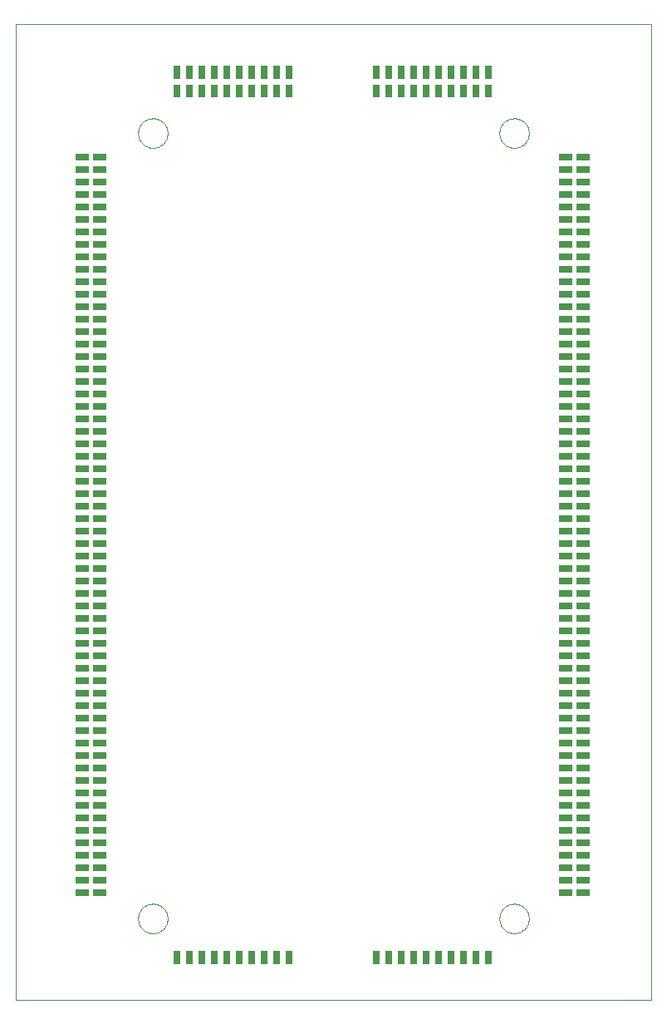
<source format=gbp>
G75*
%MOIN*%
%OFA0B0*%
%FSLAX24Y24*%
%IPPOS*%
%LPD*%
%AMOC8*
5,1,8,0,0,1.08239X$1,22.5*
%
%ADD10C,0.0000*%
%ADD11C,0.0022*%
D10*
X000100Y000100D02*
X000100Y039220D01*
X025592Y039220D01*
X025592Y000100D01*
X000100Y000100D01*
X005009Y003350D02*
X005011Y003398D01*
X005017Y003446D01*
X005027Y003493D01*
X005040Y003539D01*
X005058Y003584D01*
X005078Y003628D01*
X005103Y003670D01*
X005131Y003709D01*
X005161Y003746D01*
X005195Y003780D01*
X005232Y003812D01*
X005270Y003841D01*
X005311Y003866D01*
X005354Y003888D01*
X005399Y003906D01*
X005445Y003920D01*
X005492Y003931D01*
X005540Y003938D01*
X005588Y003941D01*
X005636Y003940D01*
X005684Y003935D01*
X005732Y003926D01*
X005778Y003914D01*
X005823Y003897D01*
X005867Y003877D01*
X005909Y003854D01*
X005949Y003827D01*
X005987Y003797D01*
X006022Y003764D01*
X006054Y003728D01*
X006084Y003690D01*
X006110Y003649D01*
X006132Y003606D01*
X006152Y003562D01*
X006167Y003517D01*
X006179Y003470D01*
X006187Y003422D01*
X006191Y003374D01*
X006191Y003326D01*
X006187Y003278D01*
X006179Y003230D01*
X006167Y003183D01*
X006152Y003138D01*
X006132Y003094D01*
X006110Y003051D01*
X006084Y003010D01*
X006054Y002972D01*
X006022Y002936D01*
X005987Y002903D01*
X005949Y002873D01*
X005909Y002846D01*
X005867Y002823D01*
X005823Y002803D01*
X005778Y002786D01*
X005732Y002774D01*
X005684Y002765D01*
X005636Y002760D01*
X005588Y002759D01*
X005540Y002762D01*
X005492Y002769D01*
X005445Y002780D01*
X005399Y002794D01*
X005354Y002812D01*
X005311Y002834D01*
X005270Y002859D01*
X005232Y002888D01*
X005195Y002920D01*
X005161Y002954D01*
X005131Y002991D01*
X005103Y003030D01*
X005078Y003072D01*
X005058Y003116D01*
X005040Y003161D01*
X005027Y003207D01*
X005017Y003254D01*
X005011Y003302D01*
X005009Y003350D01*
X019509Y003350D02*
X019511Y003398D01*
X019517Y003446D01*
X019527Y003493D01*
X019540Y003539D01*
X019558Y003584D01*
X019578Y003628D01*
X019603Y003670D01*
X019631Y003709D01*
X019661Y003746D01*
X019695Y003780D01*
X019732Y003812D01*
X019770Y003841D01*
X019811Y003866D01*
X019854Y003888D01*
X019899Y003906D01*
X019945Y003920D01*
X019992Y003931D01*
X020040Y003938D01*
X020088Y003941D01*
X020136Y003940D01*
X020184Y003935D01*
X020232Y003926D01*
X020278Y003914D01*
X020323Y003897D01*
X020367Y003877D01*
X020409Y003854D01*
X020449Y003827D01*
X020487Y003797D01*
X020522Y003764D01*
X020554Y003728D01*
X020584Y003690D01*
X020610Y003649D01*
X020632Y003606D01*
X020652Y003562D01*
X020667Y003517D01*
X020679Y003470D01*
X020687Y003422D01*
X020691Y003374D01*
X020691Y003326D01*
X020687Y003278D01*
X020679Y003230D01*
X020667Y003183D01*
X020652Y003138D01*
X020632Y003094D01*
X020610Y003051D01*
X020584Y003010D01*
X020554Y002972D01*
X020522Y002936D01*
X020487Y002903D01*
X020449Y002873D01*
X020409Y002846D01*
X020367Y002823D01*
X020323Y002803D01*
X020278Y002786D01*
X020232Y002774D01*
X020184Y002765D01*
X020136Y002760D01*
X020088Y002759D01*
X020040Y002762D01*
X019992Y002769D01*
X019945Y002780D01*
X019899Y002794D01*
X019854Y002812D01*
X019811Y002834D01*
X019770Y002859D01*
X019732Y002888D01*
X019695Y002920D01*
X019661Y002954D01*
X019631Y002991D01*
X019603Y003030D01*
X019578Y003072D01*
X019558Y003116D01*
X019540Y003161D01*
X019527Y003207D01*
X019517Y003254D01*
X019511Y003302D01*
X019509Y003350D01*
X019509Y034850D02*
X019511Y034898D01*
X019517Y034946D01*
X019527Y034993D01*
X019540Y035039D01*
X019558Y035084D01*
X019578Y035128D01*
X019603Y035170D01*
X019631Y035209D01*
X019661Y035246D01*
X019695Y035280D01*
X019732Y035312D01*
X019770Y035341D01*
X019811Y035366D01*
X019854Y035388D01*
X019899Y035406D01*
X019945Y035420D01*
X019992Y035431D01*
X020040Y035438D01*
X020088Y035441D01*
X020136Y035440D01*
X020184Y035435D01*
X020232Y035426D01*
X020278Y035414D01*
X020323Y035397D01*
X020367Y035377D01*
X020409Y035354D01*
X020449Y035327D01*
X020487Y035297D01*
X020522Y035264D01*
X020554Y035228D01*
X020584Y035190D01*
X020610Y035149D01*
X020632Y035106D01*
X020652Y035062D01*
X020667Y035017D01*
X020679Y034970D01*
X020687Y034922D01*
X020691Y034874D01*
X020691Y034826D01*
X020687Y034778D01*
X020679Y034730D01*
X020667Y034683D01*
X020652Y034638D01*
X020632Y034594D01*
X020610Y034551D01*
X020584Y034510D01*
X020554Y034472D01*
X020522Y034436D01*
X020487Y034403D01*
X020449Y034373D01*
X020409Y034346D01*
X020367Y034323D01*
X020323Y034303D01*
X020278Y034286D01*
X020232Y034274D01*
X020184Y034265D01*
X020136Y034260D01*
X020088Y034259D01*
X020040Y034262D01*
X019992Y034269D01*
X019945Y034280D01*
X019899Y034294D01*
X019854Y034312D01*
X019811Y034334D01*
X019770Y034359D01*
X019732Y034388D01*
X019695Y034420D01*
X019661Y034454D01*
X019631Y034491D01*
X019603Y034530D01*
X019578Y034572D01*
X019558Y034616D01*
X019540Y034661D01*
X019527Y034707D01*
X019517Y034754D01*
X019511Y034802D01*
X019509Y034850D01*
X005009Y034850D02*
X005011Y034898D01*
X005017Y034946D01*
X005027Y034993D01*
X005040Y035039D01*
X005058Y035084D01*
X005078Y035128D01*
X005103Y035170D01*
X005131Y035209D01*
X005161Y035246D01*
X005195Y035280D01*
X005232Y035312D01*
X005270Y035341D01*
X005311Y035366D01*
X005354Y035388D01*
X005399Y035406D01*
X005445Y035420D01*
X005492Y035431D01*
X005540Y035438D01*
X005588Y035441D01*
X005636Y035440D01*
X005684Y035435D01*
X005732Y035426D01*
X005778Y035414D01*
X005823Y035397D01*
X005867Y035377D01*
X005909Y035354D01*
X005949Y035327D01*
X005987Y035297D01*
X006022Y035264D01*
X006054Y035228D01*
X006084Y035190D01*
X006110Y035149D01*
X006132Y035106D01*
X006152Y035062D01*
X006167Y035017D01*
X006179Y034970D01*
X006187Y034922D01*
X006191Y034874D01*
X006191Y034826D01*
X006187Y034778D01*
X006179Y034730D01*
X006167Y034683D01*
X006152Y034638D01*
X006132Y034594D01*
X006110Y034551D01*
X006084Y034510D01*
X006054Y034472D01*
X006022Y034436D01*
X005987Y034403D01*
X005949Y034373D01*
X005909Y034346D01*
X005867Y034323D01*
X005823Y034303D01*
X005778Y034286D01*
X005732Y034274D01*
X005684Y034265D01*
X005636Y034260D01*
X005588Y034259D01*
X005540Y034262D01*
X005492Y034269D01*
X005445Y034280D01*
X005399Y034294D01*
X005354Y034312D01*
X005311Y034334D01*
X005270Y034359D01*
X005232Y034388D01*
X005195Y034420D01*
X005161Y034454D01*
X005131Y034491D01*
X005103Y034530D01*
X005078Y034572D01*
X005058Y034616D01*
X005040Y034661D01*
X005027Y034707D01*
X005017Y034754D01*
X005011Y034802D01*
X005009Y034850D01*
D11*
X003689Y034014D02*
X003211Y034014D01*
X003689Y034014D02*
X003689Y033786D01*
X003211Y033786D01*
X003211Y034014D01*
X003211Y033808D02*
X003689Y033808D01*
X003689Y033830D02*
X003211Y033830D01*
X003211Y033852D02*
X003689Y033852D01*
X003689Y033874D02*
X003211Y033874D01*
X003211Y033896D02*
X003689Y033896D01*
X003689Y033918D02*
X003211Y033918D01*
X003211Y033940D02*
X003689Y033940D01*
X003689Y033962D02*
X003211Y033962D01*
X003211Y033984D02*
X003689Y033984D01*
X003689Y034006D02*
X003211Y034006D01*
X002989Y034014D02*
X002511Y034014D01*
X002989Y034014D02*
X002989Y033786D01*
X002511Y033786D01*
X002511Y034014D01*
X002511Y033808D02*
X002989Y033808D01*
X002989Y033830D02*
X002511Y033830D01*
X002511Y033852D02*
X002989Y033852D01*
X002989Y033874D02*
X002511Y033874D01*
X002511Y033896D02*
X002989Y033896D01*
X002989Y033918D02*
X002511Y033918D01*
X002511Y033940D02*
X002989Y033940D01*
X002989Y033962D02*
X002511Y033962D01*
X002511Y033984D02*
X002989Y033984D01*
X002989Y034006D02*
X002511Y034006D01*
X002511Y033514D02*
X002989Y033514D01*
X002989Y033286D01*
X002511Y033286D01*
X002511Y033514D01*
X002511Y033308D02*
X002989Y033308D01*
X002989Y033330D02*
X002511Y033330D01*
X002511Y033352D02*
X002989Y033352D01*
X002989Y033374D02*
X002511Y033374D01*
X002511Y033396D02*
X002989Y033396D01*
X002989Y033418D02*
X002511Y033418D01*
X002511Y033440D02*
X002989Y033440D01*
X002989Y033462D02*
X002511Y033462D01*
X002511Y033484D02*
X002989Y033484D01*
X002989Y033506D02*
X002511Y033506D01*
X002511Y033014D02*
X002989Y033014D01*
X002989Y032786D01*
X002511Y032786D01*
X002511Y033014D01*
X002511Y032808D02*
X002989Y032808D01*
X002989Y032830D02*
X002511Y032830D01*
X002511Y032852D02*
X002989Y032852D01*
X002989Y032874D02*
X002511Y032874D01*
X002511Y032896D02*
X002989Y032896D01*
X002989Y032918D02*
X002511Y032918D01*
X002511Y032940D02*
X002989Y032940D01*
X002989Y032962D02*
X002511Y032962D01*
X002511Y032984D02*
X002989Y032984D01*
X002989Y033006D02*
X002511Y033006D01*
X002511Y032514D02*
X002989Y032514D01*
X002989Y032286D01*
X002511Y032286D01*
X002511Y032514D01*
X002511Y032308D02*
X002989Y032308D01*
X002989Y032330D02*
X002511Y032330D01*
X002511Y032352D02*
X002989Y032352D01*
X002989Y032374D02*
X002511Y032374D01*
X002511Y032396D02*
X002989Y032396D01*
X002989Y032418D02*
X002511Y032418D01*
X002511Y032440D02*
X002989Y032440D01*
X002989Y032462D02*
X002511Y032462D01*
X002511Y032484D02*
X002989Y032484D01*
X002989Y032506D02*
X002511Y032506D01*
X002511Y032014D02*
X002989Y032014D01*
X002989Y031786D01*
X002511Y031786D01*
X002511Y032014D01*
X002511Y031808D02*
X002989Y031808D01*
X002989Y031830D02*
X002511Y031830D01*
X002511Y031852D02*
X002989Y031852D01*
X002989Y031874D02*
X002511Y031874D01*
X002511Y031896D02*
X002989Y031896D01*
X002989Y031918D02*
X002511Y031918D01*
X002511Y031940D02*
X002989Y031940D01*
X002989Y031962D02*
X002511Y031962D01*
X002511Y031984D02*
X002989Y031984D01*
X002989Y032006D02*
X002511Y032006D01*
X002511Y031514D02*
X002989Y031514D01*
X002989Y031286D01*
X002511Y031286D01*
X002511Y031514D01*
X002511Y031308D02*
X002989Y031308D01*
X002989Y031330D02*
X002511Y031330D01*
X002511Y031352D02*
X002989Y031352D01*
X002989Y031374D02*
X002511Y031374D01*
X002511Y031396D02*
X002989Y031396D01*
X002989Y031418D02*
X002511Y031418D01*
X002511Y031440D02*
X002989Y031440D01*
X002989Y031462D02*
X002511Y031462D01*
X002511Y031484D02*
X002989Y031484D01*
X002989Y031506D02*
X002511Y031506D01*
X002511Y031014D02*
X002989Y031014D01*
X002989Y030786D01*
X002511Y030786D01*
X002511Y031014D01*
X002511Y030808D02*
X002989Y030808D01*
X002989Y030830D02*
X002511Y030830D01*
X002511Y030852D02*
X002989Y030852D01*
X002989Y030874D02*
X002511Y030874D01*
X002511Y030896D02*
X002989Y030896D01*
X002989Y030918D02*
X002511Y030918D01*
X002511Y030940D02*
X002989Y030940D01*
X002989Y030962D02*
X002511Y030962D01*
X002511Y030984D02*
X002989Y030984D01*
X002989Y031006D02*
X002511Y031006D01*
X002511Y030514D02*
X002989Y030514D01*
X002989Y030286D01*
X002511Y030286D01*
X002511Y030514D01*
X002511Y030308D02*
X002989Y030308D01*
X002989Y030330D02*
X002511Y030330D01*
X002511Y030352D02*
X002989Y030352D01*
X002989Y030374D02*
X002511Y030374D01*
X002511Y030396D02*
X002989Y030396D01*
X002989Y030418D02*
X002511Y030418D01*
X002511Y030440D02*
X002989Y030440D01*
X002989Y030462D02*
X002511Y030462D01*
X002511Y030484D02*
X002989Y030484D01*
X002989Y030506D02*
X002511Y030506D01*
X002511Y030014D02*
X002989Y030014D01*
X002989Y029786D01*
X002511Y029786D01*
X002511Y030014D01*
X002511Y029808D02*
X002989Y029808D01*
X002989Y029830D02*
X002511Y029830D01*
X002511Y029852D02*
X002989Y029852D01*
X002989Y029874D02*
X002511Y029874D01*
X002511Y029896D02*
X002989Y029896D01*
X002989Y029918D02*
X002511Y029918D01*
X002511Y029940D02*
X002989Y029940D01*
X002989Y029962D02*
X002511Y029962D01*
X002511Y029984D02*
X002989Y029984D01*
X002989Y030006D02*
X002511Y030006D01*
X002511Y029514D02*
X002989Y029514D01*
X002989Y029286D01*
X002511Y029286D01*
X002511Y029514D01*
X002511Y029308D02*
X002989Y029308D01*
X002989Y029330D02*
X002511Y029330D01*
X002511Y029352D02*
X002989Y029352D01*
X002989Y029374D02*
X002511Y029374D01*
X002511Y029396D02*
X002989Y029396D01*
X002989Y029418D02*
X002511Y029418D01*
X002511Y029440D02*
X002989Y029440D01*
X002989Y029462D02*
X002511Y029462D01*
X002511Y029484D02*
X002989Y029484D01*
X002989Y029506D02*
X002511Y029506D01*
X002511Y029014D02*
X002989Y029014D01*
X002989Y028786D01*
X002511Y028786D01*
X002511Y029014D01*
X002511Y028808D02*
X002989Y028808D01*
X002989Y028830D02*
X002511Y028830D01*
X002511Y028852D02*
X002989Y028852D01*
X002989Y028874D02*
X002511Y028874D01*
X002511Y028896D02*
X002989Y028896D01*
X002989Y028918D02*
X002511Y028918D01*
X002511Y028940D02*
X002989Y028940D01*
X002989Y028962D02*
X002511Y028962D01*
X002511Y028984D02*
X002989Y028984D01*
X002989Y029006D02*
X002511Y029006D01*
X002511Y028514D02*
X002989Y028514D01*
X002989Y028286D01*
X002511Y028286D01*
X002511Y028514D01*
X002511Y028308D02*
X002989Y028308D01*
X002989Y028330D02*
X002511Y028330D01*
X002511Y028352D02*
X002989Y028352D01*
X002989Y028374D02*
X002511Y028374D01*
X002511Y028396D02*
X002989Y028396D01*
X002989Y028418D02*
X002511Y028418D01*
X002511Y028440D02*
X002989Y028440D01*
X002989Y028462D02*
X002511Y028462D01*
X002511Y028484D02*
X002989Y028484D01*
X002989Y028506D02*
X002511Y028506D01*
X002511Y028014D02*
X002989Y028014D01*
X002989Y027786D01*
X002511Y027786D01*
X002511Y028014D01*
X002511Y027808D02*
X002989Y027808D01*
X002989Y027830D02*
X002511Y027830D01*
X002511Y027852D02*
X002989Y027852D01*
X002989Y027874D02*
X002511Y027874D01*
X002511Y027896D02*
X002989Y027896D01*
X002989Y027918D02*
X002511Y027918D01*
X002511Y027940D02*
X002989Y027940D01*
X002989Y027962D02*
X002511Y027962D01*
X002511Y027984D02*
X002989Y027984D01*
X002989Y028006D02*
X002511Y028006D01*
X002511Y027514D02*
X002989Y027514D01*
X002989Y027286D01*
X002511Y027286D01*
X002511Y027514D01*
X002511Y027308D02*
X002989Y027308D01*
X002989Y027330D02*
X002511Y027330D01*
X002511Y027352D02*
X002989Y027352D01*
X002989Y027374D02*
X002511Y027374D01*
X002511Y027396D02*
X002989Y027396D01*
X002989Y027418D02*
X002511Y027418D01*
X002511Y027440D02*
X002989Y027440D01*
X002989Y027462D02*
X002511Y027462D01*
X002511Y027484D02*
X002989Y027484D01*
X002989Y027506D02*
X002511Y027506D01*
X002511Y027014D02*
X002989Y027014D01*
X002989Y026786D01*
X002511Y026786D01*
X002511Y027014D01*
X002511Y026808D02*
X002989Y026808D01*
X002989Y026830D02*
X002511Y026830D01*
X002511Y026852D02*
X002989Y026852D01*
X002989Y026874D02*
X002511Y026874D01*
X002511Y026896D02*
X002989Y026896D01*
X002989Y026918D02*
X002511Y026918D01*
X002511Y026940D02*
X002989Y026940D01*
X002989Y026962D02*
X002511Y026962D01*
X002511Y026984D02*
X002989Y026984D01*
X002989Y027006D02*
X002511Y027006D01*
X002511Y026514D02*
X002989Y026514D01*
X002989Y026286D01*
X002511Y026286D01*
X002511Y026514D01*
X002511Y026308D02*
X002989Y026308D01*
X002989Y026330D02*
X002511Y026330D01*
X002511Y026352D02*
X002989Y026352D01*
X002989Y026374D02*
X002511Y026374D01*
X002511Y026396D02*
X002989Y026396D01*
X002989Y026418D02*
X002511Y026418D01*
X002511Y026440D02*
X002989Y026440D01*
X002989Y026462D02*
X002511Y026462D01*
X002511Y026484D02*
X002989Y026484D01*
X002989Y026506D02*
X002511Y026506D01*
X002511Y026014D02*
X002989Y026014D01*
X002989Y025786D01*
X002511Y025786D01*
X002511Y026014D01*
X002511Y025808D02*
X002989Y025808D01*
X002989Y025830D02*
X002511Y025830D01*
X002511Y025852D02*
X002989Y025852D01*
X002989Y025874D02*
X002511Y025874D01*
X002511Y025896D02*
X002989Y025896D01*
X002989Y025918D02*
X002511Y025918D01*
X002511Y025940D02*
X002989Y025940D01*
X002989Y025962D02*
X002511Y025962D01*
X002511Y025984D02*
X002989Y025984D01*
X002989Y026006D02*
X002511Y026006D01*
X002511Y025514D02*
X002989Y025514D01*
X002989Y025286D01*
X002511Y025286D01*
X002511Y025514D01*
X002511Y025308D02*
X002989Y025308D01*
X002989Y025330D02*
X002511Y025330D01*
X002511Y025352D02*
X002989Y025352D01*
X002989Y025374D02*
X002511Y025374D01*
X002511Y025396D02*
X002989Y025396D01*
X002989Y025418D02*
X002511Y025418D01*
X002511Y025440D02*
X002989Y025440D01*
X002989Y025462D02*
X002511Y025462D01*
X002511Y025484D02*
X002989Y025484D01*
X002989Y025506D02*
X002511Y025506D01*
X002511Y025014D02*
X002989Y025014D01*
X002989Y024786D01*
X002511Y024786D01*
X002511Y025014D01*
X002511Y024808D02*
X002989Y024808D01*
X002989Y024830D02*
X002511Y024830D01*
X002511Y024852D02*
X002989Y024852D01*
X002989Y024874D02*
X002511Y024874D01*
X002511Y024896D02*
X002989Y024896D01*
X002989Y024918D02*
X002511Y024918D01*
X002511Y024940D02*
X002989Y024940D01*
X002989Y024962D02*
X002511Y024962D01*
X002511Y024984D02*
X002989Y024984D01*
X002989Y025006D02*
X002511Y025006D01*
X002511Y024514D02*
X002989Y024514D01*
X002989Y024286D01*
X002511Y024286D01*
X002511Y024514D01*
X002511Y024308D02*
X002989Y024308D01*
X002989Y024330D02*
X002511Y024330D01*
X002511Y024352D02*
X002989Y024352D01*
X002989Y024374D02*
X002511Y024374D01*
X002511Y024396D02*
X002989Y024396D01*
X002989Y024418D02*
X002511Y024418D01*
X002511Y024440D02*
X002989Y024440D01*
X002989Y024462D02*
X002511Y024462D01*
X002511Y024484D02*
X002989Y024484D01*
X002989Y024506D02*
X002511Y024506D01*
X002511Y024014D02*
X002989Y024014D01*
X002989Y023786D01*
X002511Y023786D01*
X002511Y024014D01*
X002511Y023808D02*
X002989Y023808D01*
X002989Y023830D02*
X002511Y023830D01*
X002511Y023852D02*
X002989Y023852D01*
X002989Y023874D02*
X002511Y023874D01*
X002511Y023896D02*
X002989Y023896D01*
X002989Y023918D02*
X002511Y023918D01*
X002511Y023940D02*
X002989Y023940D01*
X002989Y023962D02*
X002511Y023962D01*
X002511Y023984D02*
X002989Y023984D01*
X002989Y024006D02*
X002511Y024006D01*
X002511Y023514D02*
X002989Y023514D01*
X002989Y023286D01*
X002511Y023286D01*
X002511Y023514D01*
X002511Y023308D02*
X002989Y023308D01*
X002989Y023330D02*
X002511Y023330D01*
X002511Y023352D02*
X002989Y023352D01*
X002989Y023374D02*
X002511Y023374D01*
X002511Y023396D02*
X002989Y023396D01*
X002989Y023418D02*
X002511Y023418D01*
X002511Y023440D02*
X002989Y023440D01*
X002989Y023462D02*
X002511Y023462D01*
X002511Y023484D02*
X002989Y023484D01*
X002989Y023506D02*
X002511Y023506D01*
X002511Y023014D02*
X002989Y023014D01*
X002989Y022786D01*
X002511Y022786D01*
X002511Y023014D01*
X002511Y022808D02*
X002989Y022808D01*
X002989Y022830D02*
X002511Y022830D01*
X002511Y022852D02*
X002989Y022852D01*
X002989Y022874D02*
X002511Y022874D01*
X002511Y022896D02*
X002989Y022896D01*
X002989Y022918D02*
X002511Y022918D01*
X002511Y022940D02*
X002989Y022940D01*
X002989Y022962D02*
X002511Y022962D01*
X002511Y022984D02*
X002989Y022984D01*
X002989Y023006D02*
X002511Y023006D01*
X002511Y022514D02*
X002989Y022514D01*
X002989Y022286D01*
X002511Y022286D01*
X002511Y022514D01*
X002511Y022308D02*
X002989Y022308D01*
X002989Y022330D02*
X002511Y022330D01*
X002511Y022352D02*
X002989Y022352D01*
X002989Y022374D02*
X002511Y022374D01*
X002511Y022396D02*
X002989Y022396D01*
X002989Y022418D02*
X002511Y022418D01*
X002511Y022440D02*
X002989Y022440D01*
X002989Y022462D02*
X002511Y022462D01*
X002511Y022484D02*
X002989Y022484D01*
X002989Y022506D02*
X002511Y022506D01*
X002511Y022014D02*
X002989Y022014D01*
X002989Y021786D01*
X002511Y021786D01*
X002511Y022014D01*
X002511Y021808D02*
X002989Y021808D01*
X002989Y021830D02*
X002511Y021830D01*
X002511Y021852D02*
X002989Y021852D01*
X002989Y021874D02*
X002511Y021874D01*
X002511Y021896D02*
X002989Y021896D01*
X002989Y021918D02*
X002511Y021918D01*
X002511Y021940D02*
X002989Y021940D01*
X002989Y021962D02*
X002511Y021962D01*
X002511Y021984D02*
X002989Y021984D01*
X002989Y022006D02*
X002511Y022006D01*
X002511Y021514D02*
X002989Y021514D01*
X002989Y021286D01*
X002511Y021286D01*
X002511Y021514D01*
X002511Y021308D02*
X002989Y021308D01*
X002989Y021330D02*
X002511Y021330D01*
X002511Y021352D02*
X002989Y021352D01*
X002989Y021374D02*
X002511Y021374D01*
X002511Y021396D02*
X002989Y021396D01*
X002989Y021418D02*
X002511Y021418D01*
X002511Y021440D02*
X002989Y021440D01*
X002989Y021462D02*
X002511Y021462D01*
X002511Y021484D02*
X002989Y021484D01*
X002989Y021506D02*
X002511Y021506D01*
X002511Y021014D02*
X002989Y021014D01*
X002989Y020786D01*
X002511Y020786D01*
X002511Y021014D01*
X002511Y020808D02*
X002989Y020808D01*
X002989Y020830D02*
X002511Y020830D01*
X002511Y020852D02*
X002989Y020852D01*
X002989Y020874D02*
X002511Y020874D01*
X002511Y020896D02*
X002989Y020896D01*
X002989Y020918D02*
X002511Y020918D01*
X002511Y020940D02*
X002989Y020940D01*
X002989Y020962D02*
X002511Y020962D01*
X002511Y020984D02*
X002989Y020984D01*
X002989Y021006D02*
X002511Y021006D01*
X002511Y020514D02*
X002989Y020514D01*
X002989Y020286D01*
X002511Y020286D01*
X002511Y020514D01*
X002511Y020308D02*
X002989Y020308D01*
X002989Y020330D02*
X002511Y020330D01*
X002511Y020352D02*
X002989Y020352D01*
X002989Y020374D02*
X002511Y020374D01*
X002511Y020396D02*
X002989Y020396D01*
X002989Y020418D02*
X002511Y020418D01*
X002511Y020440D02*
X002989Y020440D01*
X002989Y020462D02*
X002511Y020462D01*
X002511Y020484D02*
X002989Y020484D01*
X002989Y020506D02*
X002511Y020506D01*
X002511Y020014D02*
X002989Y020014D01*
X002989Y019786D01*
X002511Y019786D01*
X002511Y020014D01*
X002511Y019808D02*
X002989Y019808D01*
X002989Y019830D02*
X002511Y019830D01*
X002511Y019852D02*
X002989Y019852D01*
X002989Y019874D02*
X002511Y019874D01*
X002511Y019896D02*
X002989Y019896D01*
X002989Y019918D02*
X002511Y019918D01*
X002511Y019940D02*
X002989Y019940D01*
X002989Y019962D02*
X002511Y019962D01*
X002511Y019984D02*
X002989Y019984D01*
X002989Y020006D02*
X002511Y020006D01*
X002511Y019514D02*
X002989Y019514D01*
X002989Y019286D01*
X002511Y019286D01*
X002511Y019514D01*
X002511Y019308D02*
X002989Y019308D01*
X002989Y019330D02*
X002511Y019330D01*
X002511Y019352D02*
X002989Y019352D01*
X002989Y019374D02*
X002511Y019374D01*
X002511Y019396D02*
X002989Y019396D01*
X002989Y019418D02*
X002511Y019418D01*
X002511Y019440D02*
X002989Y019440D01*
X002989Y019462D02*
X002511Y019462D01*
X002511Y019484D02*
X002989Y019484D01*
X002989Y019506D02*
X002511Y019506D01*
X002511Y019014D02*
X002989Y019014D01*
X002989Y018786D01*
X002511Y018786D01*
X002511Y019014D01*
X002511Y018808D02*
X002989Y018808D01*
X002989Y018830D02*
X002511Y018830D01*
X002511Y018852D02*
X002989Y018852D01*
X002989Y018874D02*
X002511Y018874D01*
X002511Y018896D02*
X002989Y018896D01*
X002989Y018918D02*
X002511Y018918D01*
X002511Y018940D02*
X002989Y018940D01*
X002989Y018962D02*
X002511Y018962D01*
X002511Y018984D02*
X002989Y018984D01*
X002989Y019006D02*
X002511Y019006D01*
X002511Y018514D02*
X002989Y018514D01*
X002989Y018286D01*
X002511Y018286D01*
X002511Y018514D01*
X002511Y018308D02*
X002989Y018308D01*
X002989Y018330D02*
X002511Y018330D01*
X002511Y018352D02*
X002989Y018352D01*
X002989Y018374D02*
X002511Y018374D01*
X002511Y018396D02*
X002989Y018396D01*
X002989Y018418D02*
X002511Y018418D01*
X002511Y018440D02*
X002989Y018440D01*
X002989Y018462D02*
X002511Y018462D01*
X002511Y018484D02*
X002989Y018484D01*
X002989Y018506D02*
X002511Y018506D01*
X002511Y018014D02*
X002989Y018014D01*
X002989Y017786D01*
X002511Y017786D01*
X002511Y018014D01*
X002511Y017808D02*
X002989Y017808D01*
X002989Y017830D02*
X002511Y017830D01*
X002511Y017852D02*
X002989Y017852D01*
X002989Y017874D02*
X002511Y017874D01*
X002511Y017896D02*
X002989Y017896D01*
X002989Y017918D02*
X002511Y017918D01*
X002511Y017940D02*
X002989Y017940D01*
X002989Y017962D02*
X002511Y017962D01*
X002511Y017984D02*
X002989Y017984D01*
X002989Y018006D02*
X002511Y018006D01*
X002511Y017514D02*
X002989Y017514D01*
X002989Y017286D01*
X002511Y017286D01*
X002511Y017514D01*
X002511Y017308D02*
X002989Y017308D01*
X002989Y017330D02*
X002511Y017330D01*
X002511Y017352D02*
X002989Y017352D01*
X002989Y017374D02*
X002511Y017374D01*
X002511Y017396D02*
X002989Y017396D01*
X002989Y017418D02*
X002511Y017418D01*
X002511Y017440D02*
X002989Y017440D01*
X002989Y017462D02*
X002511Y017462D01*
X002511Y017484D02*
X002989Y017484D01*
X002989Y017506D02*
X002511Y017506D01*
X002511Y017014D02*
X002989Y017014D01*
X002989Y016786D01*
X002511Y016786D01*
X002511Y017014D01*
X002511Y016808D02*
X002989Y016808D01*
X002989Y016830D02*
X002511Y016830D01*
X002511Y016852D02*
X002989Y016852D01*
X002989Y016874D02*
X002511Y016874D01*
X002511Y016896D02*
X002989Y016896D01*
X002989Y016918D02*
X002511Y016918D01*
X002511Y016940D02*
X002989Y016940D01*
X002989Y016962D02*
X002511Y016962D01*
X002511Y016984D02*
X002989Y016984D01*
X002989Y017006D02*
X002511Y017006D01*
X002511Y016514D02*
X002989Y016514D01*
X002989Y016286D01*
X002511Y016286D01*
X002511Y016514D01*
X002511Y016308D02*
X002989Y016308D01*
X002989Y016330D02*
X002511Y016330D01*
X002511Y016352D02*
X002989Y016352D01*
X002989Y016374D02*
X002511Y016374D01*
X002511Y016396D02*
X002989Y016396D01*
X002989Y016418D02*
X002511Y016418D01*
X002511Y016440D02*
X002989Y016440D01*
X002989Y016462D02*
X002511Y016462D01*
X002511Y016484D02*
X002989Y016484D01*
X002989Y016506D02*
X002511Y016506D01*
X002511Y016014D02*
X002989Y016014D01*
X002989Y015786D01*
X002511Y015786D01*
X002511Y016014D01*
X002511Y015808D02*
X002989Y015808D01*
X002989Y015830D02*
X002511Y015830D01*
X002511Y015852D02*
X002989Y015852D01*
X002989Y015874D02*
X002511Y015874D01*
X002511Y015896D02*
X002989Y015896D01*
X002989Y015918D02*
X002511Y015918D01*
X002511Y015940D02*
X002989Y015940D01*
X002989Y015962D02*
X002511Y015962D01*
X002511Y015984D02*
X002989Y015984D01*
X002989Y016006D02*
X002511Y016006D01*
X002511Y015286D02*
X002989Y015286D01*
X002511Y015286D02*
X002511Y015514D01*
X002989Y015514D01*
X002989Y015286D01*
X002989Y015308D02*
X002511Y015308D01*
X002511Y015330D02*
X002989Y015330D01*
X002989Y015352D02*
X002511Y015352D01*
X002511Y015374D02*
X002989Y015374D01*
X002989Y015396D02*
X002511Y015396D01*
X002511Y015418D02*
X002989Y015418D01*
X002989Y015440D02*
X002511Y015440D01*
X002511Y015462D02*
X002989Y015462D01*
X002989Y015484D02*
X002511Y015484D01*
X002511Y015506D02*
X002989Y015506D01*
X003211Y015514D02*
X003689Y015514D01*
X003689Y015286D01*
X003211Y015286D01*
X003211Y015514D01*
X003211Y015308D02*
X003689Y015308D01*
X003689Y015330D02*
X003211Y015330D01*
X003211Y015352D02*
X003689Y015352D01*
X003689Y015374D02*
X003211Y015374D01*
X003211Y015396D02*
X003689Y015396D01*
X003689Y015418D02*
X003211Y015418D01*
X003211Y015440D02*
X003689Y015440D01*
X003689Y015462D02*
X003211Y015462D01*
X003211Y015484D02*
X003689Y015484D01*
X003689Y015506D02*
X003211Y015506D01*
X003211Y016014D02*
X003689Y016014D01*
X003689Y015786D01*
X003211Y015786D01*
X003211Y016014D01*
X003211Y015808D02*
X003689Y015808D01*
X003689Y015830D02*
X003211Y015830D01*
X003211Y015852D02*
X003689Y015852D01*
X003689Y015874D02*
X003211Y015874D01*
X003211Y015896D02*
X003689Y015896D01*
X003689Y015918D02*
X003211Y015918D01*
X003211Y015940D02*
X003689Y015940D01*
X003689Y015962D02*
X003211Y015962D01*
X003211Y015984D02*
X003689Y015984D01*
X003689Y016006D02*
X003211Y016006D01*
X003211Y016514D02*
X003689Y016514D01*
X003689Y016286D01*
X003211Y016286D01*
X003211Y016514D01*
X003211Y016308D02*
X003689Y016308D01*
X003689Y016330D02*
X003211Y016330D01*
X003211Y016352D02*
X003689Y016352D01*
X003689Y016374D02*
X003211Y016374D01*
X003211Y016396D02*
X003689Y016396D01*
X003689Y016418D02*
X003211Y016418D01*
X003211Y016440D02*
X003689Y016440D01*
X003689Y016462D02*
X003211Y016462D01*
X003211Y016484D02*
X003689Y016484D01*
X003689Y016506D02*
X003211Y016506D01*
X003211Y017014D02*
X003689Y017014D01*
X003689Y016786D01*
X003211Y016786D01*
X003211Y017014D01*
X003211Y016808D02*
X003689Y016808D01*
X003689Y016830D02*
X003211Y016830D01*
X003211Y016852D02*
X003689Y016852D01*
X003689Y016874D02*
X003211Y016874D01*
X003211Y016896D02*
X003689Y016896D01*
X003689Y016918D02*
X003211Y016918D01*
X003211Y016940D02*
X003689Y016940D01*
X003689Y016962D02*
X003211Y016962D01*
X003211Y016984D02*
X003689Y016984D01*
X003689Y017006D02*
X003211Y017006D01*
X003211Y017514D02*
X003689Y017514D01*
X003689Y017286D01*
X003211Y017286D01*
X003211Y017514D01*
X003211Y017308D02*
X003689Y017308D01*
X003689Y017330D02*
X003211Y017330D01*
X003211Y017352D02*
X003689Y017352D01*
X003689Y017374D02*
X003211Y017374D01*
X003211Y017396D02*
X003689Y017396D01*
X003689Y017418D02*
X003211Y017418D01*
X003211Y017440D02*
X003689Y017440D01*
X003689Y017462D02*
X003211Y017462D01*
X003211Y017484D02*
X003689Y017484D01*
X003689Y017506D02*
X003211Y017506D01*
X003211Y018014D02*
X003689Y018014D01*
X003689Y017786D01*
X003211Y017786D01*
X003211Y018014D01*
X003211Y017808D02*
X003689Y017808D01*
X003689Y017830D02*
X003211Y017830D01*
X003211Y017852D02*
X003689Y017852D01*
X003689Y017874D02*
X003211Y017874D01*
X003211Y017896D02*
X003689Y017896D01*
X003689Y017918D02*
X003211Y017918D01*
X003211Y017940D02*
X003689Y017940D01*
X003689Y017962D02*
X003211Y017962D01*
X003211Y017984D02*
X003689Y017984D01*
X003689Y018006D02*
X003211Y018006D01*
X003211Y018514D02*
X003689Y018514D01*
X003689Y018286D01*
X003211Y018286D01*
X003211Y018514D01*
X003211Y018308D02*
X003689Y018308D01*
X003689Y018330D02*
X003211Y018330D01*
X003211Y018352D02*
X003689Y018352D01*
X003689Y018374D02*
X003211Y018374D01*
X003211Y018396D02*
X003689Y018396D01*
X003689Y018418D02*
X003211Y018418D01*
X003211Y018440D02*
X003689Y018440D01*
X003689Y018462D02*
X003211Y018462D01*
X003211Y018484D02*
X003689Y018484D01*
X003689Y018506D02*
X003211Y018506D01*
X003211Y019014D02*
X003689Y019014D01*
X003689Y018786D01*
X003211Y018786D01*
X003211Y019014D01*
X003211Y018808D02*
X003689Y018808D01*
X003689Y018830D02*
X003211Y018830D01*
X003211Y018852D02*
X003689Y018852D01*
X003689Y018874D02*
X003211Y018874D01*
X003211Y018896D02*
X003689Y018896D01*
X003689Y018918D02*
X003211Y018918D01*
X003211Y018940D02*
X003689Y018940D01*
X003689Y018962D02*
X003211Y018962D01*
X003211Y018984D02*
X003689Y018984D01*
X003689Y019006D02*
X003211Y019006D01*
X003211Y019514D02*
X003689Y019514D01*
X003689Y019286D01*
X003211Y019286D01*
X003211Y019514D01*
X003211Y019308D02*
X003689Y019308D01*
X003689Y019330D02*
X003211Y019330D01*
X003211Y019352D02*
X003689Y019352D01*
X003689Y019374D02*
X003211Y019374D01*
X003211Y019396D02*
X003689Y019396D01*
X003689Y019418D02*
X003211Y019418D01*
X003211Y019440D02*
X003689Y019440D01*
X003689Y019462D02*
X003211Y019462D01*
X003211Y019484D02*
X003689Y019484D01*
X003689Y019506D02*
X003211Y019506D01*
X003211Y020014D02*
X003689Y020014D01*
X003689Y019786D01*
X003211Y019786D01*
X003211Y020014D01*
X003211Y019808D02*
X003689Y019808D01*
X003689Y019830D02*
X003211Y019830D01*
X003211Y019852D02*
X003689Y019852D01*
X003689Y019874D02*
X003211Y019874D01*
X003211Y019896D02*
X003689Y019896D01*
X003689Y019918D02*
X003211Y019918D01*
X003211Y019940D02*
X003689Y019940D01*
X003689Y019962D02*
X003211Y019962D01*
X003211Y019984D02*
X003689Y019984D01*
X003689Y020006D02*
X003211Y020006D01*
X003211Y020514D02*
X003689Y020514D01*
X003689Y020286D01*
X003211Y020286D01*
X003211Y020514D01*
X003211Y020308D02*
X003689Y020308D01*
X003689Y020330D02*
X003211Y020330D01*
X003211Y020352D02*
X003689Y020352D01*
X003689Y020374D02*
X003211Y020374D01*
X003211Y020396D02*
X003689Y020396D01*
X003689Y020418D02*
X003211Y020418D01*
X003211Y020440D02*
X003689Y020440D01*
X003689Y020462D02*
X003211Y020462D01*
X003211Y020484D02*
X003689Y020484D01*
X003689Y020506D02*
X003211Y020506D01*
X003211Y021014D02*
X003689Y021014D01*
X003689Y020786D01*
X003211Y020786D01*
X003211Y021014D01*
X003211Y020808D02*
X003689Y020808D01*
X003689Y020830D02*
X003211Y020830D01*
X003211Y020852D02*
X003689Y020852D01*
X003689Y020874D02*
X003211Y020874D01*
X003211Y020896D02*
X003689Y020896D01*
X003689Y020918D02*
X003211Y020918D01*
X003211Y020940D02*
X003689Y020940D01*
X003689Y020962D02*
X003211Y020962D01*
X003211Y020984D02*
X003689Y020984D01*
X003689Y021006D02*
X003211Y021006D01*
X003211Y021514D02*
X003689Y021514D01*
X003689Y021286D01*
X003211Y021286D01*
X003211Y021514D01*
X003211Y021308D02*
X003689Y021308D01*
X003689Y021330D02*
X003211Y021330D01*
X003211Y021352D02*
X003689Y021352D01*
X003689Y021374D02*
X003211Y021374D01*
X003211Y021396D02*
X003689Y021396D01*
X003689Y021418D02*
X003211Y021418D01*
X003211Y021440D02*
X003689Y021440D01*
X003689Y021462D02*
X003211Y021462D01*
X003211Y021484D02*
X003689Y021484D01*
X003689Y021506D02*
X003211Y021506D01*
X003211Y022014D02*
X003689Y022014D01*
X003689Y021786D01*
X003211Y021786D01*
X003211Y022014D01*
X003211Y021808D02*
X003689Y021808D01*
X003689Y021830D02*
X003211Y021830D01*
X003211Y021852D02*
X003689Y021852D01*
X003689Y021874D02*
X003211Y021874D01*
X003211Y021896D02*
X003689Y021896D01*
X003689Y021918D02*
X003211Y021918D01*
X003211Y021940D02*
X003689Y021940D01*
X003689Y021962D02*
X003211Y021962D01*
X003211Y021984D02*
X003689Y021984D01*
X003689Y022006D02*
X003211Y022006D01*
X003211Y022514D02*
X003689Y022514D01*
X003689Y022286D01*
X003211Y022286D01*
X003211Y022514D01*
X003211Y022308D02*
X003689Y022308D01*
X003689Y022330D02*
X003211Y022330D01*
X003211Y022352D02*
X003689Y022352D01*
X003689Y022374D02*
X003211Y022374D01*
X003211Y022396D02*
X003689Y022396D01*
X003689Y022418D02*
X003211Y022418D01*
X003211Y022440D02*
X003689Y022440D01*
X003689Y022462D02*
X003211Y022462D01*
X003211Y022484D02*
X003689Y022484D01*
X003689Y022506D02*
X003211Y022506D01*
X003211Y023014D02*
X003689Y023014D01*
X003689Y022786D01*
X003211Y022786D01*
X003211Y023014D01*
X003211Y022808D02*
X003689Y022808D01*
X003689Y022830D02*
X003211Y022830D01*
X003211Y022852D02*
X003689Y022852D01*
X003689Y022874D02*
X003211Y022874D01*
X003211Y022896D02*
X003689Y022896D01*
X003689Y022918D02*
X003211Y022918D01*
X003211Y022940D02*
X003689Y022940D01*
X003689Y022962D02*
X003211Y022962D01*
X003211Y022984D02*
X003689Y022984D01*
X003689Y023006D02*
X003211Y023006D01*
X003211Y023514D02*
X003689Y023514D01*
X003689Y023286D01*
X003211Y023286D01*
X003211Y023514D01*
X003211Y023308D02*
X003689Y023308D01*
X003689Y023330D02*
X003211Y023330D01*
X003211Y023352D02*
X003689Y023352D01*
X003689Y023374D02*
X003211Y023374D01*
X003211Y023396D02*
X003689Y023396D01*
X003689Y023418D02*
X003211Y023418D01*
X003211Y023440D02*
X003689Y023440D01*
X003689Y023462D02*
X003211Y023462D01*
X003211Y023484D02*
X003689Y023484D01*
X003689Y023506D02*
X003211Y023506D01*
X003211Y024014D02*
X003689Y024014D01*
X003689Y023786D01*
X003211Y023786D01*
X003211Y024014D01*
X003211Y023808D02*
X003689Y023808D01*
X003689Y023830D02*
X003211Y023830D01*
X003211Y023852D02*
X003689Y023852D01*
X003689Y023874D02*
X003211Y023874D01*
X003211Y023896D02*
X003689Y023896D01*
X003689Y023918D02*
X003211Y023918D01*
X003211Y023940D02*
X003689Y023940D01*
X003689Y023962D02*
X003211Y023962D01*
X003211Y023984D02*
X003689Y023984D01*
X003689Y024006D02*
X003211Y024006D01*
X003211Y024514D02*
X003689Y024514D01*
X003689Y024286D01*
X003211Y024286D01*
X003211Y024514D01*
X003211Y024308D02*
X003689Y024308D01*
X003689Y024330D02*
X003211Y024330D01*
X003211Y024352D02*
X003689Y024352D01*
X003689Y024374D02*
X003211Y024374D01*
X003211Y024396D02*
X003689Y024396D01*
X003689Y024418D02*
X003211Y024418D01*
X003211Y024440D02*
X003689Y024440D01*
X003689Y024462D02*
X003211Y024462D01*
X003211Y024484D02*
X003689Y024484D01*
X003689Y024506D02*
X003211Y024506D01*
X003211Y025014D02*
X003689Y025014D01*
X003689Y024786D01*
X003211Y024786D01*
X003211Y025014D01*
X003211Y024808D02*
X003689Y024808D01*
X003689Y024830D02*
X003211Y024830D01*
X003211Y024852D02*
X003689Y024852D01*
X003689Y024874D02*
X003211Y024874D01*
X003211Y024896D02*
X003689Y024896D01*
X003689Y024918D02*
X003211Y024918D01*
X003211Y024940D02*
X003689Y024940D01*
X003689Y024962D02*
X003211Y024962D01*
X003211Y024984D02*
X003689Y024984D01*
X003689Y025006D02*
X003211Y025006D01*
X003211Y025514D02*
X003689Y025514D01*
X003689Y025286D01*
X003211Y025286D01*
X003211Y025514D01*
X003211Y025308D02*
X003689Y025308D01*
X003689Y025330D02*
X003211Y025330D01*
X003211Y025352D02*
X003689Y025352D01*
X003689Y025374D02*
X003211Y025374D01*
X003211Y025396D02*
X003689Y025396D01*
X003689Y025418D02*
X003211Y025418D01*
X003211Y025440D02*
X003689Y025440D01*
X003689Y025462D02*
X003211Y025462D01*
X003211Y025484D02*
X003689Y025484D01*
X003689Y025506D02*
X003211Y025506D01*
X003211Y026014D02*
X003689Y026014D01*
X003689Y025786D01*
X003211Y025786D01*
X003211Y026014D01*
X003211Y025808D02*
X003689Y025808D01*
X003689Y025830D02*
X003211Y025830D01*
X003211Y025852D02*
X003689Y025852D01*
X003689Y025874D02*
X003211Y025874D01*
X003211Y025896D02*
X003689Y025896D01*
X003689Y025918D02*
X003211Y025918D01*
X003211Y025940D02*
X003689Y025940D01*
X003689Y025962D02*
X003211Y025962D01*
X003211Y025984D02*
X003689Y025984D01*
X003689Y026006D02*
X003211Y026006D01*
X003211Y026514D02*
X003689Y026514D01*
X003689Y026286D01*
X003211Y026286D01*
X003211Y026514D01*
X003211Y026308D02*
X003689Y026308D01*
X003689Y026330D02*
X003211Y026330D01*
X003211Y026352D02*
X003689Y026352D01*
X003689Y026374D02*
X003211Y026374D01*
X003211Y026396D02*
X003689Y026396D01*
X003689Y026418D02*
X003211Y026418D01*
X003211Y026440D02*
X003689Y026440D01*
X003689Y026462D02*
X003211Y026462D01*
X003211Y026484D02*
X003689Y026484D01*
X003689Y026506D02*
X003211Y026506D01*
X003211Y027014D02*
X003689Y027014D01*
X003689Y026786D01*
X003211Y026786D01*
X003211Y027014D01*
X003211Y026808D02*
X003689Y026808D01*
X003689Y026830D02*
X003211Y026830D01*
X003211Y026852D02*
X003689Y026852D01*
X003689Y026874D02*
X003211Y026874D01*
X003211Y026896D02*
X003689Y026896D01*
X003689Y026918D02*
X003211Y026918D01*
X003211Y026940D02*
X003689Y026940D01*
X003689Y026962D02*
X003211Y026962D01*
X003211Y026984D02*
X003689Y026984D01*
X003689Y027006D02*
X003211Y027006D01*
X003211Y027514D02*
X003689Y027514D01*
X003689Y027286D01*
X003211Y027286D01*
X003211Y027514D01*
X003211Y027308D02*
X003689Y027308D01*
X003689Y027330D02*
X003211Y027330D01*
X003211Y027352D02*
X003689Y027352D01*
X003689Y027374D02*
X003211Y027374D01*
X003211Y027396D02*
X003689Y027396D01*
X003689Y027418D02*
X003211Y027418D01*
X003211Y027440D02*
X003689Y027440D01*
X003689Y027462D02*
X003211Y027462D01*
X003211Y027484D02*
X003689Y027484D01*
X003689Y027506D02*
X003211Y027506D01*
X003211Y028014D02*
X003689Y028014D01*
X003689Y027786D01*
X003211Y027786D01*
X003211Y028014D01*
X003211Y027808D02*
X003689Y027808D01*
X003689Y027830D02*
X003211Y027830D01*
X003211Y027852D02*
X003689Y027852D01*
X003689Y027874D02*
X003211Y027874D01*
X003211Y027896D02*
X003689Y027896D01*
X003689Y027918D02*
X003211Y027918D01*
X003211Y027940D02*
X003689Y027940D01*
X003689Y027962D02*
X003211Y027962D01*
X003211Y027984D02*
X003689Y027984D01*
X003689Y028006D02*
X003211Y028006D01*
X003211Y028514D02*
X003689Y028514D01*
X003689Y028286D01*
X003211Y028286D01*
X003211Y028514D01*
X003211Y028308D02*
X003689Y028308D01*
X003689Y028330D02*
X003211Y028330D01*
X003211Y028352D02*
X003689Y028352D01*
X003689Y028374D02*
X003211Y028374D01*
X003211Y028396D02*
X003689Y028396D01*
X003689Y028418D02*
X003211Y028418D01*
X003211Y028440D02*
X003689Y028440D01*
X003689Y028462D02*
X003211Y028462D01*
X003211Y028484D02*
X003689Y028484D01*
X003689Y028506D02*
X003211Y028506D01*
X003211Y029014D02*
X003689Y029014D01*
X003689Y028786D01*
X003211Y028786D01*
X003211Y029014D01*
X003211Y028808D02*
X003689Y028808D01*
X003689Y028830D02*
X003211Y028830D01*
X003211Y028852D02*
X003689Y028852D01*
X003689Y028874D02*
X003211Y028874D01*
X003211Y028896D02*
X003689Y028896D01*
X003689Y028918D02*
X003211Y028918D01*
X003211Y028940D02*
X003689Y028940D01*
X003689Y028962D02*
X003211Y028962D01*
X003211Y028984D02*
X003689Y028984D01*
X003689Y029006D02*
X003211Y029006D01*
X003211Y029514D02*
X003689Y029514D01*
X003689Y029286D01*
X003211Y029286D01*
X003211Y029514D01*
X003211Y029308D02*
X003689Y029308D01*
X003689Y029330D02*
X003211Y029330D01*
X003211Y029352D02*
X003689Y029352D01*
X003689Y029374D02*
X003211Y029374D01*
X003211Y029396D02*
X003689Y029396D01*
X003689Y029418D02*
X003211Y029418D01*
X003211Y029440D02*
X003689Y029440D01*
X003689Y029462D02*
X003211Y029462D01*
X003211Y029484D02*
X003689Y029484D01*
X003689Y029506D02*
X003211Y029506D01*
X003211Y030014D02*
X003689Y030014D01*
X003689Y029786D01*
X003211Y029786D01*
X003211Y030014D01*
X003211Y029808D02*
X003689Y029808D01*
X003689Y029830D02*
X003211Y029830D01*
X003211Y029852D02*
X003689Y029852D01*
X003689Y029874D02*
X003211Y029874D01*
X003211Y029896D02*
X003689Y029896D01*
X003689Y029918D02*
X003211Y029918D01*
X003211Y029940D02*
X003689Y029940D01*
X003689Y029962D02*
X003211Y029962D01*
X003211Y029984D02*
X003689Y029984D01*
X003689Y030006D02*
X003211Y030006D01*
X003211Y030514D02*
X003689Y030514D01*
X003689Y030286D01*
X003211Y030286D01*
X003211Y030514D01*
X003211Y030308D02*
X003689Y030308D01*
X003689Y030330D02*
X003211Y030330D01*
X003211Y030352D02*
X003689Y030352D01*
X003689Y030374D02*
X003211Y030374D01*
X003211Y030396D02*
X003689Y030396D01*
X003689Y030418D02*
X003211Y030418D01*
X003211Y030440D02*
X003689Y030440D01*
X003689Y030462D02*
X003211Y030462D01*
X003211Y030484D02*
X003689Y030484D01*
X003689Y030506D02*
X003211Y030506D01*
X003211Y031014D02*
X003689Y031014D01*
X003689Y030786D01*
X003211Y030786D01*
X003211Y031014D01*
X003211Y030808D02*
X003689Y030808D01*
X003689Y030830D02*
X003211Y030830D01*
X003211Y030852D02*
X003689Y030852D01*
X003689Y030874D02*
X003211Y030874D01*
X003211Y030896D02*
X003689Y030896D01*
X003689Y030918D02*
X003211Y030918D01*
X003211Y030940D02*
X003689Y030940D01*
X003689Y030962D02*
X003211Y030962D01*
X003211Y030984D02*
X003689Y030984D01*
X003689Y031006D02*
X003211Y031006D01*
X003211Y031514D02*
X003689Y031514D01*
X003689Y031286D01*
X003211Y031286D01*
X003211Y031514D01*
X003211Y031308D02*
X003689Y031308D01*
X003689Y031330D02*
X003211Y031330D01*
X003211Y031352D02*
X003689Y031352D01*
X003689Y031374D02*
X003211Y031374D01*
X003211Y031396D02*
X003689Y031396D01*
X003689Y031418D02*
X003211Y031418D01*
X003211Y031440D02*
X003689Y031440D01*
X003689Y031462D02*
X003211Y031462D01*
X003211Y031484D02*
X003689Y031484D01*
X003689Y031506D02*
X003211Y031506D01*
X003211Y032014D02*
X003689Y032014D01*
X003689Y031786D01*
X003211Y031786D01*
X003211Y032014D01*
X003211Y031808D02*
X003689Y031808D01*
X003689Y031830D02*
X003211Y031830D01*
X003211Y031852D02*
X003689Y031852D01*
X003689Y031874D02*
X003211Y031874D01*
X003211Y031896D02*
X003689Y031896D01*
X003689Y031918D02*
X003211Y031918D01*
X003211Y031940D02*
X003689Y031940D01*
X003689Y031962D02*
X003211Y031962D01*
X003211Y031984D02*
X003689Y031984D01*
X003689Y032006D02*
X003211Y032006D01*
X003211Y032514D02*
X003689Y032514D01*
X003689Y032286D01*
X003211Y032286D01*
X003211Y032514D01*
X003211Y032308D02*
X003689Y032308D01*
X003689Y032330D02*
X003211Y032330D01*
X003211Y032352D02*
X003689Y032352D01*
X003689Y032374D02*
X003211Y032374D01*
X003211Y032396D02*
X003689Y032396D01*
X003689Y032418D02*
X003211Y032418D01*
X003211Y032440D02*
X003689Y032440D01*
X003689Y032462D02*
X003211Y032462D01*
X003211Y032484D02*
X003689Y032484D01*
X003689Y032506D02*
X003211Y032506D01*
X003211Y033014D02*
X003689Y033014D01*
X003689Y032786D01*
X003211Y032786D01*
X003211Y033014D01*
X003211Y032808D02*
X003689Y032808D01*
X003689Y032830D02*
X003211Y032830D01*
X003211Y032852D02*
X003689Y032852D01*
X003689Y032874D02*
X003211Y032874D01*
X003211Y032896D02*
X003689Y032896D01*
X003689Y032918D02*
X003211Y032918D01*
X003211Y032940D02*
X003689Y032940D01*
X003689Y032962D02*
X003211Y032962D01*
X003211Y032984D02*
X003689Y032984D01*
X003689Y033006D02*
X003211Y033006D01*
X003211Y033514D02*
X003689Y033514D01*
X003689Y033286D01*
X003211Y033286D01*
X003211Y033514D01*
X003211Y033308D02*
X003689Y033308D01*
X003689Y033330D02*
X003211Y033330D01*
X003211Y033352D02*
X003689Y033352D01*
X003689Y033374D02*
X003211Y033374D01*
X003211Y033396D02*
X003689Y033396D01*
X003689Y033418D02*
X003211Y033418D01*
X003211Y033440D02*
X003689Y033440D01*
X003689Y033462D02*
X003211Y033462D01*
X003211Y033484D02*
X003689Y033484D01*
X003689Y033506D02*
X003211Y033506D01*
X006436Y036311D02*
X006436Y036789D01*
X006664Y036789D01*
X006664Y036311D01*
X006436Y036311D01*
X006436Y036333D02*
X006664Y036333D01*
X006664Y036355D02*
X006436Y036355D01*
X006436Y036377D02*
X006664Y036377D01*
X006664Y036399D02*
X006436Y036399D01*
X006436Y036421D02*
X006664Y036421D01*
X006664Y036443D02*
X006436Y036443D01*
X006436Y036465D02*
X006664Y036465D01*
X006664Y036487D02*
X006436Y036487D01*
X006436Y036509D02*
X006664Y036509D01*
X006664Y036531D02*
X006436Y036531D01*
X006436Y036553D02*
X006664Y036553D01*
X006664Y036575D02*
X006436Y036575D01*
X006436Y036597D02*
X006664Y036597D01*
X006664Y036619D02*
X006436Y036619D01*
X006436Y036641D02*
X006664Y036641D01*
X006664Y036663D02*
X006436Y036663D01*
X006436Y036685D02*
X006664Y036685D01*
X006664Y036707D02*
X006436Y036707D01*
X006436Y036729D02*
X006664Y036729D01*
X006664Y036751D02*
X006436Y036751D01*
X006436Y036773D02*
X006664Y036773D01*
X006436Y037061D02*
X006436Y037539D01*
X006664Y037539D01*
X006664Y037061D01*
X006436Y037061D01*
X006436Y037083D02*
X006664Y037083D01*
X006664Y037105D02*
X006436Y037105D01*
X006436Y037127D02*
X006664Y037127D01*
X006664Y037149D02*
X006436Y037149D01*
X006436Y037171D02*
X006664Y037171D01*
X006664Y037193D02*
X006436Y037193D01*
X006436Y037215D02*
X006664Y037215D01*
X006664Y037237D02*
X006436Y037237D01*
X006436Y037259D02*
X006664Y037259D01*
X006664Y037281D02*
X006436Y037281D01*
X006436Y037303D02*
X006664Y037303D01*
X006664Y037325D02*
X006436Y037325D01*
X006436Y037347D02*
X006664Y037347D01*
X006664Y037369D02*
X006436Y037369D01*
X006436Y037391D02*
X006664Y037391D01*
X006664Y037413D02*
X006436Y037413D01*
X006436Y037435D02*
X006664Y037435D01*
X006664Y037457D02*
X006436Y037457D01*
X006436Y037479D02*
X006664Y037479D01*
X006664Y037501D02*
X006436Y037501D01*
X006436Y037523D02*
X006664Y037523D01*
X006936Y037539D02*
X006936Y037061D01*
X006936Y037539D02*
X007164Y037539D01*
X007164Y037061D01*
X006936Y037061D01*
X006936Y037083D02*
X007164Y037083D01*
X007164Y037105D02*
X006936Y037105D01*
X006936Y037127D02*
X007164Y037127D01*
X007164Y037149D02*
X006936Y037149D01*
X006936Y037171D02*
X007164Y037171D01*
X007164Y037193D02*
X006936Y037193D01*
X006936Y037215D02*
X007164Y037215D01*
X007164Y037237D02*
X006936Y037237D01*
X006936Y037259D02*
X007164Y037259D01*
X007164Y037281D02*
X006936Y037281D01*
X006936Y037303D02*
X007164Y037303D01*
X007164Y037325D02*
X006936Y037325D01*
X006936Y037347D02*
X007164Y037347D01*
X007164Y037369D02*
X006936Y037369D01*
X006936Y037391D02*
X007164Y037391D01*
X007164Y037413D02*
X006936Y037413D01*
X006936Y037435D02*
X007164Y037435D01*
X007164Y037457D02*
X006936Y037457D01*
X006936Y037479D02*
X007164Y037479D01*
X007164Y037501D02*
X006936Y037501D01*
X006936Y037523D02*
X007164Y037523D01*
X007436Y037539D02*
X007436Y037061D01*
X007436Y037539D02*
X007664Y037539D01*
X007664Y037061D01*
X007436Y037061D01*
X007436Y037083D02*
X007664Y037083D01*
X007664Y037105D02*
X007436Y037105D01*
X007436Y037127D02*
X007664Y037127D01*
X007664Y037149D02*
X007436Y037149D01*
X007436Y037171D02*
X007664Y037171D01*
X007664Y037193D02*
X007436Y037193D01*
X007436Y037215D02*
X007664Y037215D01*
X007664Y037237D02*
X007436Y037237D01*
X007436Y037259D02*
X007664Y037259D01*
X007664Y037281D02*
X007436Y037281D01*
X007436Y037303D02*
X007664Y037303D01*
X007664Y037325D02*
X007436Y037325D01*
X007436Y037347D02*
X007664Y037347D01*
X007664Y037369D02*
X007436Y037369D01*
X007436Y037391D02*
X007664Y037391D01*
X007664Y037413D02*
X007436Y037413D01*
X007436Y037435D02*
X007664Y037435D01*
X007664Y037457D02*
X007436Y037457D01*
X007436Y037479D02*
X007664Y037479D01*
X007664Y037501D02*
X007436Y037501D01*
X007436Y037523D02*
X007664Y037523D01*
X007936Y037539D02*
X007936Y037061D01*
X007936Y037539D02*
X008164Y037539D01*
X008164Y037061D01*
X007936Y037061D01*
X007936Y037083D02*
X008164Y037083D01*
X008164Y037105D02*
X007936Y037105D01*
X007936Y037127D02*
X008164Y037127D01*
X008164Y037149D02*
X007936Y037149D01*
X007936Y037171D02*
X008164Y037171D01*
X008164Y037193D02*
X007936Y037193D01*
X007936Y037215D02*
X008164Y037215D01*
X008164Y037237D02*
X007936Y037237D01*
X007936Y037259D02*
X008164Y037259D01*
X008164Y037281D02*
X007936Y037281D01*
X007936Y037303D02*
X008164Y037303D01*
X008164Y037325D02*
X007936Y037325D01*
X007936Y037347D02*
X008164Y037347D01*
X008164Y037369D02*
X007936Y037369D01*
X007936Y037391D02*
X008164Y037391D01*
X008164Y037413D02*
X007936Y037413D01*
X007936Y037435D02*
X008164Y037435D01*
X008164Y037457D02*
X007936Y037457D01*
X007936Y037479D02*
X008164Y037479D01*
X008164Y037501D02*
X007936Y037501D01*
X007936Y037523D02*
X008164Y037523D01*
X008436Y037539D02*
X008436Y037061D01*
X008436Y037539D02*
X008664Y037539D01*
X008664Y037061D01*
X008436Y037061D01*
X008436Y037083D02*
X008664Y037083D01*
X008664Y037105D02*
X008436Y037105D01*
X008436Y037127D02*
X008664Y037127D01*
X008664Y037149D02*
X008436Y037149D01*
X008436Y037171D02*
X008664Y037171D01*
X008664Y037193D02*
X008436Y037193D01*
X008436Y037215D02*
X008664Y037215D01*
X008664Y037237D02*
X008436Y037237D01*
X008436Y037259D02*
X008664Y037259D01*
X008664Y037281D02*
X008436Y037281D01*
X008436Y037303D02*
X008664Y037303D01*
X008664Y037325D02*
X008436Y037325D01*
X008436Y037347D02*
X008664Y037347D01*
X008664Y037369D02*
X008436Y037369D01*
X008436Y037391D02*
X008664Y037391D01*
X008664Y037413D02*
X008436Y037413D01*
X008436Y037435D02*
X008664Y037435D01*
X008664Y037457D02*
X008436Y037457D01*
X008436Y037479D02*
X008664Y037479D01*
X008664Y037501D02*
X008436Y037501D01*
X008436Y037523D02*
X008664Y037523D01*
X008936Y037539D02*
X008936Y037061D01*
X008936Y037539D02*
X009164Y037539D01*
X009164Y037061D01*
X008936Y037061D01*
X008936Y037083D02*
X009164Y037083D01*
X009164Y037105D02*
X008936Y037105D01*
X008936Y037127D02*
X009164Y037127D01*
X009164Y037149D02*
X008936Y037149D01*
X008936Y037171D02*
X009164Y037171D01*
X009164Y037193D02*
X008936Y037193D01*
X008936Y037215D02*
X009164Y037215D01*
X009164Y037237D02*
X008936Y037237D01*
X008936Y037259D02*
X009164Y037259D01*
X009164Y037281D02*
X008936Y037281D01*
X008936Y037303D02*
X009164Y037303D01*
X009164Y037325D02*
X008936Y037325D01*
X008936Y037347D02*
X009164Y037347D01*
X009164Y037369D02*
X008936Y037369D01*
X008936Y037391D02*
X009164Y037391D01*
X009164Y037413D02*
X008936Y037413D01*
X008936Y037435D02*
X009164Y037435D01*
X009164Y037457D02*
X008936Y037457D01*
X008936Y037479D02*
X009164Y037479D01*
X009164Y037501D02*
X008936Y037501D01*
X008936Y037523D02*
X009164Y037523D01*
X009436Y037539D02*
X009436Y037061D01*
X009436Y037539D02*
X009664Y037539D01*
X009664Y037061D01*
X009436Y037061D01*
X009436Y037083D02*
X009664Y037083D01*
X009664Y037105D02*
X009436Y037105D01*
X009436Y037127D02*
X009664Y037127D01*
X009664Y037149D02*
X009436Y037149D01*
X009436Y037171D02*
X009664Y037171D01*
X009664Y037193D02*
X009436Y037193D01*
X009436Y037215D02*
X009664Y037215D01*
X009664Y037237D02*
X009436Y037237D01*
X009436Y037259D02*
X009664Y037259D01*
X009664Y037281D02*
X009436Y037281D01*
X009436Y037303D02*
X009664Y037303D01*
X009664Y037325D02*
X009436Y037325D01*
X009436Y037347D02*
X009664Y037347D01*
X009664Y037369D02*
X009436Y037369D01*
X009436Y037391D02*
X009664Y037391D01*
X009664Y037413D02*
X009436Y037413D01*
X009436Y037435D02*
X009664Y037435D01*
X009664Y037457D02*
X009436Y037457D01*
X009436Y037479D02*
X009664Y037479D01*
X009664Y037501D02*
X009436Y037501D01*
X009436Y037523D02*
X009664Y037523D01*
X009936Y037539D02*
X009936Y037061D01*
X009936Y037539D02*
X010164Y037539D01*
X010164Y037061D01*
X009936Y037061D01*
X009936Y037083D02*
X010164Y037083D01*
X010164Y037105D02*
X009936Y037105D01*
X009936Y037127D02*
X010164Y037127D01*
X010164Y037149D02*
X009936Y037149D01*
X009936Y037171D02*
X010164Y037171D01*
X010164Y037193D02*
X009936Y037193D01*
X009936Y037215D02*
X010164Y037215D01*
X010164Y037237D02*
X009936Y037237D01*
X009936Y037259D02*
X010164Y037259D01*
X010164Y037281D02*
X009936Y037281D01*
X009936Y037303D02*
X010164Y037303D01*
X010164Y037325D02*
X009936Y037325D01*
X009936Y037347D02*
X010164Y037347D01*
X010164Y037369D02*
X009936Y037369D01*
X009936Y037391D02*
X010164Y037391D01*
X010164Y037413D02*
X009936Y037413D01*
X009936Y037435D02*
X010164Y037435D01*
X010164Y037457D02*
X009936Y037457D01*
X009936Y037479D02*
X010164Y037479D01*
X010164Y037501D02*
X009936Y037501D01*
X009936Y037523D02*
X010164Y037523D01*
X010436Y037539D02*
X010436Y037061D01*
X010436Y037539D02*
X010664Y037539D01*
X010664Y037061D01*
X010436Y037061D01*
X010436Y037083D02*
X010664Y037083D01*
X010664Y037105D02*
X010436Y037105D01*
X010436Y037127D02*
X010664Y037127D01*
X010664Y037149D02*
X010436Y037149D01*
X010436Y037171D02*
X010664Y037171D01*
X010664Y037193D02*
X010436Y037193D01*
X010436Y037215D02*
X010664Y037215D01*
X010664Y037237D02*
X010436Y037237D01*
X010436Y037259D02*
X010664Y037259D01*
X010664Y037281D02*
X010436Y037281D01*
X010436Y037303D02*
X010664Y037303D01*
X010664Y037325D02*
X010436Y037325D01*
X010436Y037347D02*
X010664Y037347D01*
X010664Y037369D02*
X010436Y037369D01*
X010436Y037391D02*
X010664Y037391D01*
X010664Y037413D02*
X010436Y037413D01*
X010436Y037435D02*
X010664Y037435D01*
X010664Y037457D02*
X010436Y037457D01*
X010436Y037479D02*
X010664Y037479D01*
X010664Y037501D02*
X010436Y037501D01*
X010436Y037523D02*
X010664Y037523D01*
X010936Y037539D02*
X010936Y037061D01*
X010936Y037539D02*
X011164Y037539D01*
X011164Y037061D01*
X010936Y037061D01*
X010936Y037083D02*
X011164Y037083D01*
X011164Y037105D02*
X010936Y037105D01*
X010936Y037127D02*
X011164Y037127D01*
X011164Y037149D02*
X010936Y037149D01*
X010936Y037171D02*
X011164Y037171D01*
X011164Y037193D02*
X010936Y037193D01*
X010936Y037215D02*
X011164Y037215D01*
X011164Y037237D02*
X010936Y037237D01*
X010936Y037259D02*
X011164Y037259D01*
X011164Y037281D02*
X010936Y037281D01*
X010936Y037303D02*
X011164Y037303D01*
X011164Y037325D02*
X010936Y037325D01*
X010936Y037347D02*
X011164Y037347D01*
X011164Y037369D02*
X010936Y037369D01*
X010936Y037391D02*
X011164Y037391D01*
X011164Y037413D02*
X010936Y037413D01*
X010936Y037435D02*
X011164Y037435D01*
X011164Y037457D02*
X010936Y037457D01*
X010936Y037479D02*
X011164Y037479D01*
X011164Y037501D02*
X010936Y037501D01*
X010936Y037523D02*
X011164Y037523D01*
X010936Y036789D02*
X010936Y036311D01*
X010936Y036789D02*
X011164Y036789D01*
X011164Y036311D01*
X010936Y036311D01*
X010936Y036333D02*
X011164Y036333D01*
X011164Y036355D02*
X010936Y036355D01*
X010936Y036377D02*
X011164Y036377D01*
X011164Y036399D02*
X010936Y036399D01*
X010936Y036421D02*
X011164Y036421D01*
X011164Y036443D02*
X010936Y036443D01*
X010936Y036465D02*
X011164Y036465D01*
X011164Y036487D02*
X010936Y036487D01*
X010936Y036509D02*
X011164Y036509D01*
X011164Y036531D02*
X010936Y036531D01*
X010936Y036553D02*
X011164Y036553D01*
X011164Y036575D02*
X010936Y036575D01*
X010936Y036597D02*
X011164Y036597D01*
X011164Y036619D02*
X010936Y036619D01*
X010936Y036641D02*
X011164Y036641D01*
X011164Y036663D02*
X010936Y036663D01*
X010936Y036685D02*
X011164Y036685D01*
X011164Y036707D02*
X010936Y036707D01*
X010936Y036729D02*
X011164Y036729D01*
X011164Y036751D02*
X010936Y036751D01*
X010936Y036773D02*
X011164Y036773D01*
X010436Y036789D02*
X010436Y036311D01*
X010436Y036789D02*
X010664Y036789D01*
X010664Y036311D01*
X010436Y036311D01*
X010436Y036333D02*
X010664Y036333D01*
X010664Y036355D02*
X010436Y036355D01*
X010436Y036377D02*
X010664Y036377D01*
X010664Y036399D02*
X010436Y036399D01*
X010436Y036421D02*
X010664Y036421D01*
X010664Y036443D02*
X010436Y036443D01*
X010436Y036465D02*
X010664Y036465D01*
X010664Y036487D02*
X010436Y036487D01*
X010436Y036509D02*
X010664Y036509D01*
X010664Y036531D02*
X010436Y036531D01*
X010436Y036553D02*
X010664Y036553D01*
X010664Y036575D02*
X010436Y036575D01*
X010436Y036597D02*
X010664Y036597D01*
X010664Y036619D02*
X010436Y036619D01*
X010436Y036641D02*
X010664Y036641D01*
X010664Y036663D02*
X010436Y036663D01*
X010436Y036685D02*
X010664Y036685D01*
X010664Y036707D02*
X010436Y036707D01*
X010436Y036729D02*
X010664Y036729D01*
X010664Y036751D02*
X010436Y036751D01*
X010436Y036773D02*
X010664Y036773D01*
X009936Y036789D02*
X009936Y036311D01*
X009936Y036789D02*
X010164Y036789D01*
X010164Y036311D01*
X009936Y036311D01*
X009936Y036333D02*
X010164Y036333D01*
X010164Y036355D02*
X009936Y036355D01*
X009936Y036377D02*
X010164Y036377D01*
X010164Y036399D02*
X009936Y036399D01*
X009936Y036421D02*
X010164Y036421D01*
X010164Y036443D02*
X009936Y036443D01*
X009936Y036465D02*
X010164Y036465D01*
X010164Y036487D02*
X009936Y036487D01*
X009936Y036509D02*
X010164Y036509D01*
X010164Y036531D02*
X009936Y036531D01*
X009936Y036553D02*
X010164Y036553D01*
X010164Y036575D02*
X009936Y036575D01*
X009936Y036597D02*
X010164Y036597D01*
X010164Y036619D02*
X009936Y036619D01*
X009936Y036641D02*
X010164Y036641D01*
X010164Y036663D02*
X009936Y036663D01*
X009936Y036685D02*
X010164Y036685D01*
X010164Y036707D02*
X009936Y036707D01*
X009936Y036729D02*
X010164Y036729D01*
X010164Y036751D02*
X009936Y036751D01*
X009936Y036773D02*
X010164Y036773D01*
X009436Y036789D02*
X009436Y036311D01*
X009436Y036789D02*
X009664Y036789D01*
X009664Y036311D01*
X009436Y036311D01*
X009436Y036333D02*
X009664Y036333D01*
X009664Y036355D02*
X009436Y036355D01*
X009436Y036377D02*
X009664Y036377D01*
X009664Y036399D02*
X009436Y036399D01*
X009436Y036421D02*
X009664Y036421D01*
X009664Y036443D02*
X009436Y036443D01*
X009436Y036465D02*
X009664Y036465D01*
X009664Y036487D02*
X009436Y036487D01*
X009436Y036509D02*
X009664Y036509D01*
X009664Y036531D02*
X009436Y036531D01*
X009436Y036553D02*
X009664Y036553D01*
X009664Y036575D02*
X009436Y036575D01*
X009436Y036597D02*
X009664Y036597D01*
X009664Y036619D02*
X009436Y036619D01*
X009436Y036641D02*
X009664Y036641D01*
X009664Y036663D02*
X009436Y036663D01*
X009436Y036685D02*
X009664Y036685D01*
X009664Y036707D02*
X009436Y036707D01*
X009436Y036729D02*
X009664Y036729D01*
X009664Y036751D02*
X009436Y036751D01*
X009436Y036773D02*
X009664Y036773D01*
X008936Y036789D02*
X008936Y036311D01*
X008936Y036789D02*
X009164Y036789D01*
X009164Y036311D01*
X008936Y036311D01*
X008936Y036333D02*
X009164Y036333D01*
X009164Y036355D02*
X008936Y036355D01*
X008936Y036377D02*
X009164Y036377D01*
X009164Y036399D02*
X008936Y036399D01*
X008936Y036421D02*
X009164Y036421D01*
X009164Y036443D02*
X008936Y036443D01*
X008936Y036465D02*
X009164Y036465D01*
X009164Y036487D02*
X008936Y036487D01*
X008936Y036509D02*
X009164Y036509D01*
X009164Y036531D02*
X008936Y036531D01*
X008936Y036553D02*
X009164Y036553D01*
X009164Y036575D02*
X008936Y036575D01*
X008936Y036597D02*
X009164Y036597D01*
X009164Y036619D02*
X008936Y036619D01*
X008936Y036641D02*
X009164Y036641D01*
X009164Y036663D02*
X008936Y036663D01*
X008936Y036685D02*
X009164Y036685D01*
X009164Y036707D02*
X008936Y036707D01*
X008936Y036729D02*
X009164Y036729D01*
X009164Y036751D02*
X008936Y036751D01*
X008936Y036773D02*
X009164Y036773D01*
X008436Y036789D02*
X008436Y036311D01*
X008436Y036789D02*
X008664Y036789D01*
X008664Y036311D01*
X008436Y036311D01*
X008436Y036333D02*
X008664Y036333D01*
X008664Y036355D02*
X008436Y036355D01*
X008436Y036377D02*
X008664Y036377D01*
X008664Y036399D02*
X008436Y036399D01*
X008436Y036421D02*
X008664Y036421D01*
X008664Y036443D02*
X008436Y036443D01*
X008436Y036465D02*
X008664Y036465D01*
X008664Y036487D02*
X008436Y036487D01*
X008436Y036509D02*
X008664Y036509D01*
X008664Y036531D02*
X008436Y036531D01*
X008436Y036553D02*
X008664Y036553D01*
X008664Y036575D02*
X008436Y036575D01*
X008436Y036597D02*
X008664Y036597D01*
X008664Y036619D02*
X008436Y036619D01*
X008436Y036641D02*
X008664Y036641D01*
X008664Y036663D02*
X008436Y036663D01*
X008436Y036685D02*
X008664Y036685D01*
X008664Y036707D02*
X008436Y036707D01*
X008436Y036729D02*
X008664Y036729D01*
X008664Y036751D02*
X008436Y036751D01*
X008436Y036773D02*
X008664Y036773D01*
X007936Y036789D02*
X007936Y036311D01*
X007936Y036789D02*
X008164Y036789D01*
X008164Y036311D01*
X007936Y036311D01*
X007936Y036333D02*
X008164Y036333D01*
X008164Y036355D02*
X007936Y036355D01*
X007936Y036377D02*
X008164Y036377D01*
X008164Y036399D02*
X007936Y036399D01*
X007936Y036421D02*
X008164Y036421D01*
X008164Y036443D02*
X007936Y036443D01*
X007936Y036465D02*
X008164Y036465D01*
X008164Y036487D02*
X007936Y036487D01*
X007936Y036509D02*
X008164Y036509D01*
X008164Y036531D02*
X007936Y036531D01*
X007936Y036553D02*
X008164Y036553D01*
X008164Y036575D02*
X007936Y036575D01*
X007936Y036597D02*
X008164Y036597D01*
X008164Y036619D02*
X007936Y036619D01*
X007936Y036641D02*
X008164Y036641D01*
X008164Y036663D02*
X007936Y036663D01*
X007936Y036685D02*
X008164Y036685D01*
X008164Y036707D02*
X007936Y036707D01*
X007936Y036729D02*
X008164Y036729D01*
X008164Y036751D02*
X007936Y036751D01*
X007936Y036773D02*
X008164Y036773D01*
X007436Y036789D02*
X007436Y036311D01*
X007436Y036789D02*
X007664Y036789D01*
X007664Y036311D01*
X007436Y036311D01*
X007436Y036333D02*
X007664Y036333D01*
X007664Y036355D02*
X007436Y036355D01*
X007436Y036377D02*
X007664Y036377D01*
X007664Y036399D02*
X007436Y036399D01*
X007436Y036421D02*
X007664Y036421D01*
X007664Y036443D02*
X007436Y036443D01*
X007436Y036465D02*
X007664Y036465D01*
X007664Y036487D02*
X007436Y036487D01*
X007436Y036509D02*
X007664Y036509D01*
X007664Y036531D02*
X007436Y036531D01*
X007436Y036553D02*
X007664Y036553D01*
X007664Y036575D02*
X007436Y036575D01*
X007436Y036597D02*
X007664Y036597D01*
X007664Y036619D02*
X007436Y036619D01*
X007436Y036641D02*
X007664Y036641D01*
X007664Y036663D02*
X007436Y036663D01*
X007436Y036685D02*
X007664Y036685D01*
X007664Y036707D02*
X007436Y036707D01*
X007436Y036729D02*
X007664Y036729D01*
X007664Y036751D02*
X007436Y036751D01*
X007436Y036773D02*
X007664Y036773D01*
X006936Y036789D02*
X006936Y036311D01*
X006936Y036789D02*
X007164Y036789D01*
X007164Y036311D01*
X006936Y036311D01*
X006936Y036333D02*
X007164Y036333D01*
X007164Y036355D02*
X006936Y036355D01*
X006936Y036377D02*
X007164Y036377D01*
X007164Y036399D02*
X006936Y036399D01*
X006936Y036421D02*
X007164Y036421D01*
X007164Y036443D02*
X006936Y036443D01*
X006936Y036465D02*
X007164Y036465D01*
X007164Y036487D02*
X006936Y036487D01*
X006936Y036509D02*
X007164Y036509D01*
X007164Y036531D02*
X006936Y036531D01*
X006936Y036553D02*
X007164Y036553D01*
X007164Y036575D02*
X006936Y036575D01*
X006936Y036597D02*
X007164Y036597D01*
X007164Y036619D02*
X006936Y036619D01*
X006936Y036641D02*
X007164Y036641D01*
X007164Y036663D02*
X006936Y036663D01*
X006936Y036685D02*
X007164Y036685D01*
X007164Y036707D02*
X006936Y036707D01*
X006936Y036729D02*
X007164Y036729D01*
X007164Y036751D02*
X006936Y036751D01*
X006936Y036773D02*
X007164Y036773D01*
X014436Y036789D02*
X014436Y036311D01*
X014436Y036789D02*
X014664Y036789D01*
X014664Y036311D01*
X014436Y036311D01*
X014436Y036333D02*
X014664Y036333D01*
X014664Y036355D02*
X014436Y036355D01*
X014436Y036377D02*
X014664Y036377D01*
X014664Y036399D02*
X014436Y036399D01*
X014436Y036421D02*
X014664Y036421D01*
X014664Y036443D02*
X014436Y036443D01*
X014436Y036465D02*
X014664Y036465D01*
X014664Y036487D02*
X014436Y036487D01*
X014436Y036509D02*
X014664Y036509D01*
X014664Y036531D02*
X014436Y036531D01*
X014436Y036553D02*
X014664Y036553D01*
X014664Y036575D02*
X014436Y036575D01*
X014436Y036597D02*
X014664Y036597D01*
X014664Y036619D02*
X014436Y036619D01*
X014436Y036641D02*
X014664Y036641D01*
X014664Y036663D02*
X014436Y036663D01*
X014436Y036685D02*
X014664Y036685D01*
X014664Y036707D02*
X014436Y036707D01*
X014436Y036729D02*
X014664Y036729D01*
X014664Y036751D02*
X014436Y036751D01*
X014436Y036773D02*
X014664Y036773D01*
X014936Y036789D02*
X014936Y036311D01*
X014936Y036789D02*
X015164Y036789D01*
X015164Y036311D01*
X014936Y036311D01*
X014936Y036333D02*
X015164Y036333D01*
X015164Y036355D02*
X014936Y036355D01*
X014936Y036377D02*
X015164Y036377D01*
X015164Y036399D02*
X014936Y036399D01*
X014936Y036421D02*
X015164Y036421D01*
X015164Y036443D02*
X014936Y036443D01*
X014936Y036465D02*
X015164Y036465D01*
X015164Y036487D02*
X014936Y036487D01*
X014936Y036509D02*
X015164Y036509D01*
X015164Y036531D02*
X014936Y036531D01*
X014936Y036553D02*
X015164Y036553D01*
X015164Y036575D02*
X014936Y036575D01*
X014936Y036597D02*
X015164Y036597D01*
X015164Y036619D02*
X014936Y036619D01*
X014936Y036641D02*
X015164Y036641D01*
X015164Y036663D02*
X014936Y036663D01*
X014936Y036685D02*
X015164Y036685D01*
X015164Y036707D02*
X014936Y036707D01*
X014936Y036729D02*
X015164Y036729D01*
X015164Y036751D02*
X014936Y036751D01*
X014936Y036773D02*
X015164Y036773D01*
X015436Y036789D02*
X015436Y036311D01*
X015436Y036789D02*
X015664Y036789D01*
X015664Y036311D01*
X015436Y036311D01*
X015436Y036333D02*
X015664Y036333D01*
X015664Y036355D02*
X015436Y036355D01*
X015436Y036377D02*
X015664Y036377D01*
X015664Y036399D02*
X015436Y036399D01*
X015436Y036421D02*
X015664Y036421D01*
X015664Y036443D02*
X015436Y036443D01*
X015436Y036465D02*
X015664Y036465D01*
X015664Y036487D02*
X015436Y036487D01*
X015436Y036509D02*
X015664Y036509D01*
X015664Y036531D02*
X015436Y036531D01*
X015436Y036553D02*
X015664Y036553D01*
X015664Y036575D02*
X015436Y036575D01*
X015436Y036597D02*
X015664Y036597D01*
X015664Y036619D02*
X015436Y036619D01*
X015436Y036641D02*
X015664Y036641D01*
X015664Y036663D02*
X015436Y036663D01*
X015436Y036685D02*
X015664Y036685D01*
X015664Y036707D02*
X015436Y036707D01*
X015436Y036729D02*
X015664Y036729D01*
X015664Y036751D02*
X015436Y036751D01*
X015436Y036773D02*
X015664Y036773D01*
X015436Y037061D02*
X015436Y037539D01*
X015664Y037539D01*
X015664Y037061D01*
X015436Y037061D01*
X015436Y037083D02*
X015664Y037083D01*
X015664Y037105D02*
X015436Y037105D01*
X015436Y037127D02*
X015664Y037127D01*
X015664Y037149D02*
X015436Y037149D01*
X015436Y037171D02*
X015664Y037171D01*
X015664Y037193D02*
X015436Y037193D01*
X015436Y037215D02*
X015664Y037215D01*
X015664Y037237D02*
X015436Y037237D01*
X015436Y037259D02*
X015664Y037259D01*
X015664Y037281D02*
X015436Y037281D01*
X015436Y037303D02*
X015664Y037303D01*
X015664Y037325D02*
X015436Y037325D01*
X015436Y037347D02*
X015664Y037347D01*
X015664Y037369D02*
X015436Y037369D01*
X015436Y037391D02*
X015664Y037391D01*
X015664Y037413D02*
X015436Y037413D01*
X015436Y037435D02*
X015664Y037435D01*
X015664Y037457D02*
X015436Y037457D01*
X015436Y037479D02*
X015664Y037479D01*
X015664Y037501D02*
X015436Y037501D01*
X015436Y037523D02*
X015664Y037523D01*
X015936Y037539D02*
X015936Y037061D01*
X015936Y037539D02*
X016164Y037539D01*
X016164Y037061D01*
X015936Y037061D01*
X015936Y037083D02*
X016164Y037083D01*
X016164Y037105D02*
X015936Y037105D01*
X015936Y037127D02*
X016164Y037127D01*
X016164Y037149D02*
X015936Y037149D01*
X015936Y037171D02*
X016164Y037171D01*
X016164Y037193D02*
X015936Y037193D01*
X015936Y037215D02*
X016164Y037215D01*
X016164Y037237D02*
X015936Y037237D01*
X015936Y037259D02*
X016164Y037259D01*
X016164Y037281D02*
X015936Y037281D01*
X015936Y037303D02*
X016164Y037303D01*
X016164Y037325D02*
X015936Y037325D01*
X015936Y037347D02*
X016164Y037347D01*
X016164Y037369D02*
X015936Y037369D01*
X015936Y037391D02*
X016164Y037391D01*
X016164Y037413D02*
X015936Y037413D01*
X015936Y037435D02*
X016164Y037435D01*
X016164Y037457D02*
X015936Y037457D01*
X015936Y037479D02*
X016164Y037479D01*
X016164Y037501D02*
X015936Y037501D01*
X015936Y037523D02*
X016164Y037523D01*
X016436Y037539D02*
X016436Y037061D01*
X016436Y037539D02*
X016664Y037539D01*
X016664Y037061D01*
X016436Y037061D01*
X016436Y037083D02*
X016664Y037083D01*
X016664Y037105D02*
X016436Y037105D01*
X016436Y037127D02*
X016664Y037127D01*
X016664Y037149D02*
X016436Y037149D01*
X016436Y037171D02*
X016664Y037171D01*
X016664Y037193D02*
X016436Y037193D01*
X016436Y037215D02*
X016664Y037215D01*
X016664Y037237D02*
X016436Y037237D01*
X016436Y037259D02*
X016664Y037259D01*
X016664Y037281D02*
X016436Y037281D01*
X016436Y037303D02*
X016664Y037303D01*
X016664Y037325D02*
X016436Y037325D01*
X016436Y037347D02*
X016664Y037347D01*
X016664Y037369D02*
X016436Y037369D01*
X016436Y037391D02*
X016664Y037391D01*
X016664Y037413D02*
X016436Y037413D01*
X016436Y037435D02*
X016664Y037435D01*
X016664Y037457D02*
X016436Y037457D01*
X016436Y037479D02*
X016664Y037479D01*
X016664Y037501D02*
X016436Y037501D01*
X016436Y037523D02*
X016664Y037523D01*
X016936Y037539D02*
X016936Y037061D01*
X016936Y037539D02*
X017164Y037539D01*
X017164Y037061D01*
X016936Y037061D01*
X016936Y037083D02*
X017164Y037083D01*
X017164Y037105D02*
X016936Y037105D01*
X016936Y037127D02*
X017164Y037127D01*
X017164Y037149D02*
X016936Y037149D01*
X016936Y037171D02*
X017164Y037171D01*
X017164Y037193D02*
X016936Y037193D01*
X016936Y037215D02*
X017164Y037215D01*
X017164Y037237D02*
X016936Y037237D01*
X016936Y037259D02*
X017164Y037259D01*
X017164Y037281D02*
X016936Y037281D01*
X016936Y037303D02*
X017164Y037303D01*
X017164Y037325D02*
X016936Y037325D01*
X016936Y037347D02*
X017164Y037347D01*
X017164Y037369D02*
X016936Y037369D01*
X016936Y037391D02*
X017164Y037391D01*
X017164Y037413D02*
X016936Y037413D01*
X016936Y037435D02*
X017164Y037435D01*
X017164Y037457D02*
X016936Y037457D01*
X016936Y037479D02*
X017164Y037479D01*
X017164Y037501D02*
X016936Y037501D01*
X016936Y037523D02*
X017164Y037523D01*
X017436Y037539D02*
X017436Y037061D01*
X017436Y037539D02*
X017664Y037539D01*
X017664Y037061D01*
X017436Y037061D01*
X017436Y037083D02*
X017664Y037083D01*
X017664Y037105D02*
X017436Y037105D01*
X017436Y037127D02*
X017664Y037127D01*
X017664Y037149D02*
X017436Y037149D01*
X017436Y037171D02*
X017664Y037171D01*
X017664Y037193D02*
X017436Y037193D01*
X017436Y037215D02*
X017664Y037215D01*
X017664Y037237D02*
X017436Y037237D01*
X017436Y037259D02*
X017664Y037259D01*
X017664Y037281D02*
X017436Y037281D01*
X017436Y037303D02*
X017664Y037303D01*
X017664Y037325D02*
X017436Y037325D01*
X017436Y037347D02*
X017664Y037347D01*
X017664Y037369D02*
X017436Y037369D01*
X017436Y037391D02*
X017664Y037391D01*
X017664Y037413D02*
X017436Y037413D01*
X017436Y037435D02*
X017664Y037435D01*
X017664Y037457D02*
X017436Y037457D01*
X017436Y037479D02*
X017664Y037479D01*
X017664Y037501D02*
X017436Y037501D01*
X017436Y037523D02*
X017664Y037523D01*
X017936Y037539D02*
X017936Y037061D01*
X017936Y037539D02*
X018164Y037539D01*
X018164Y037061D01*
X017936Y037061D01*
X017936Y037083D02*
X018164Y037083D01*
X018164Y037105D02*
X017936Y037105D01*
X017936Y037127D02*
X018164Y037127D01*
X018164Y037149D02*
X017936Y037149D01*
X017936Y037171D02*
X018164Y037171D01*
X018164Y037193D02*
X017936Y037193D01*
X017936Y037215D02*
X018164Y037215D01*
X018164Y037237D02*
X017936Y037237D01*
X017936Y037259D02*
X018164Y037259D01*
X018164Y037281D02*
X017936Y037281D01*
X017936Y037303D02*
X018164Y037303D01*
X018164Y037325D02*
X017936Y037325D01*
X017936Y037347D02*
X018164Y037347D01*
X018164Y037369D02*
X017936Y037369D01*
X017936Y037391D02*
X018164Y037391D01*
X018164Y037413D02*
X017936Y037413D01*
X017936Y037435D02*
X018164Y037435D01*
X018164Y037457D02*
X017936Y037457D01*
X017936Y037479D02*
X018164Y037479D01*
X018164Y037501D02*
X017936Y037501D01*
X017936Y037523D02*
X018164Y037523D01*
X018436Y037539D02*
X018436Y037061D01*
X018436Y037539D02*
X018664Y037539D01*
X018664Y037061D01*
X018436Y037061D01*
X018436Y037083D02*
X018664Y037083D01*
X018664Y037105D02*
X018436Y037105D01*
X018436Y037127D02*
X018664Y037127D01*
X018664Y037149D02*
X018436Y037149D01*
X018436Y037171D02*
X018664Y037171D01*
X018664Y037193D02*
X018436Y037193D01*
X018436Y037215D02*
X018664Y037215D01*
X018664Y037237D02*
X018436Y037237D01*
X018436Y037259D02*
X018664Y037259D01*
X018664Y037281D02*
X018436Y037281D01*
X018436Y037303D02*
X018664Y037303D01*
X018664Y037325D02*
X018436Y037325D01*
X018436Y037347D02*
X018664Y037347D01*
X018664Y037369D02*
X018436Y037369D01*
X018436Y037391D02*
X018664Y037391D01*
X018664Y037413D02*
X018436Y037413D01*
X018436Y037435D02*
X018664Y037435D01*
X018664Y037457D02*
X018436Y037457D01*
X018436Y037479D02*
X018664Y037479D01*
X018664Y037501D02*
X018436Y037501D01*
X018436Y037523D02*
X018664Y037523D01*
X018936Y037539D02*
X018936Y037061D01*
X018936Y037539D02*
X019164Y037539D01*
X019164Y037061D01*
X018936Y037061D01*
X018936Y037083D02*
X019164Y037083D01*
X019164Y037105D02*
X018936Y037105D01*
X018936Y037127D02*
X019164Y037127D01*
X019164Y037149D02*
X018936Y037149D01*
X018936Y037171D02*
X019164Y037171D01*
X019164Y037193D02*
X018936Y037193D01*
X018936Y037215D02*
X019164Y037215D01*
X019164Y037237D02*
X018936Y037237D01*
X018936Y037259D02*
X019164Y037259D01*
X019164Y037281D02*
X018936Y037281D01*
X018936Y037303D02*
X019164Y037303D01*
X019164Y037325D02*
X018936Y037325D01*
X018936Y037347D02*
X019164Y037347D01*
X019164Y037369D02*
X018936Y037369D01*
X018936Y037391D02*
X019164Y037391D01*
X019164Y037413D02*
X018936Y037413D01*
X018936Y037435D02*
X019164Y037435D01*
X019164Y037457D02*
X018936Y037457D01*
X018936Y037479D02*
X019164Y037479D01*
X019164Y037501D02*
X018936Y037501D01*
X018936Y037523D02*
X019164Y037523D01*
X018936Y036789D02*
X018936Y036311D01*
X018936Y036789D02*
X019164Y036789D01*
X019164Y036311D01*
X018936Y036311D01*
X018936Y036333D02*
X019164Y036333D01*
X019164Y036355D02*
X018936Y036355D01*
X018936Y036377D02*
X019164Y036377D01*
X019164Y036399D02*
X018936Y036399D01*
X018936Y036421D02*
X019164Y036421D01*
X019164Y036443D02*
X018936Y036443D01*
X018936Y036465D02*
X019164Y036465D01*
X019164Y036487D02*
X018936Y036487D01*
X018936Y036509D02*
X019164Y036509D01*
X019164Y036531D02*
X018936Y036531D01*
X018936Y036553D02*
X019164Y036553D01*
X019164Y036575D02*
X018936Y036575D01*
X018936Y036597D02*
X019164Y036597D01*
X019164Y036619D02*
X018936Y036619D01*
X018936Y036641D02*
X019164Y036641D01*
X019164Y036663D02*
X018936Y036663D01*
X018936Y036685D02*
X019164Y036685D01*
X019164Y036707D02*
X018936Y036707D01*
X018936Y036729D02*
X019164Y036729D01*
X019164Y036751D02*
X018936Y036751D01*
X018936Y036773D02*
X019164Y036773D01*
X018436Y036789D02*
X018436Y036311D01*
X018436Y036789D02*
X018664Y036789D01*
X018664Y036311D01*
X018436Y036311D01*
X018436Y036333D02*
X018664Y036333D01*
X018664Y036355D02*
X018436Y036355D01*
X018436Y036377D02*
X018664Y036377D01*
X018664Y036399D02*
X018436Y036399D01*
X018436Y036421D02*
X018664Y036421D01*
X018664Y036443D02*
X018436Y036443D01*
X018436Y036465D02*
X018664Y036465D01*
X018664Y036487D02*
X018436Y036487D01*
X018436Y036509D02*
X018664Y036509D01*
X018664Y036531D02*
X018436Y036531D01*
X018436Y036553D02*
X018664Y036553D01*
X018664Y036575D02*
X018436Y036575D01*
X018436Y036597D02*
X018664Y036597D01*
X018664Y036619D02*
X018436Y036619D01*
X018436Y036641D02*
X018664Y036641D01*
X018664Y036663D02*
X018436Y036663D01*
X018436Y036685D02*
X018664Y036685D01*
X018664Y036707D02*
X018436Y036707D01*
X018436Y036729D02*
X018664Y036729D01*
X018664Y036751D02*
X018436Y036751D01*
X018436Y036773D02*
X018664Y036773D01*
X017936Y036789D02*
X017936Y036311D01*
X017936Y036789D02*
X018164Y036789D01*
X018164Y036311D01*
X017936Y036311D01*
X017936Y036333D02*
X018164Y036333D01*
X018164Y036355D02*
X017936Y036355D01*
X017936Y036377D02*
X018164Y036377D01*
X018164Y036399D02*
X017936Y036399D01*
X017936Y036421D02*
X018164Y036421D01*
X018164Y036443D02*
X017936Y036443D01*
X017936Y036465D02*
X018164Y036465D01*
X018164Y036487D02*
X017936Y036487D01*
X017936Y036509D02*
X018164Y036509D01*
X018164Y036531D02*
X017936Y036531D01*
X017936Y036553D02*
X018164Y036553D01*
X018164Y036575D02*
X017936Y036575D01*
X017936Y036597D02*
X018164Y036597D01*
X018164Y036619D02*
X017936Y036619D01*
X017936Y036641D02*
X018164Y036641D01*
X018164Y036663D02*
X017936Y036663D01*
X017936Y036685D02*
X018164Y036685D01*
X018164Y036707D02*
X017936Y036707D01*
X017936Y036729D02*
X018164Y036729D01*
X018164Y036751D02*
X017936Y036751D01*
X017936Y036773D02*
X018164Y036773D01*
X017436Y036789D02*
X017436Y036311D01*
X017436Y036789D02*
X017664Y036789D01*
X017664Y036311D01*
X017436Y036311D01*
X017436Y036333D02*
X017664Y036333D01*
X017664Y036355D02*
X017436Y036355D01*
X017436Y036377D02*
X017664Y036377D01*
X017664Y036399D02*
X017436Y036399D01*
X017436Y036421D02*
X017664Y036421D01*
X017664Y036443D02*
X017436Y036443D01*
X017436Y036465D02*
X017664Y036465D01*
X017664Y036487D02*
X017436Y036487D01*
X017436Y036509D02*
X017664Y036509D01*
X017664Y036531D02*
X017436Y036531D01*
X017436Y036553D02*
X017664Y036553D01*
X017664Y036575D02*
X017436Y036575D01*
X017436Y036597D02*
X017664Y036597D01*
X017664Y036619D02*
X017436Y036619D01*
X017436Y036641D02*
X017664Y036641D01*
X017664Y036663D02*
X017436Y036663D01*
X017436Y036685D02*
X017664Y036685D01*
X017664Y036707D02*
X017436Y036707D01*
X017436Y036729D02*
X017664Y036729D01*
X017664Y036751D02*
X017436Y036751D01*
X017436Y036773D02*
X017664Y036773D01*
X016936Y036789D02*
X016936Y036311D01*
X016936Y036789D02*
X017164Y036789D01*
X017164Y036311D01*
X016936Y036311D01*
X016936Y036333D02*
X017164Y036333D01*
X017164Y036355D02*
X016936Y036355D01*
X016936Y036377D02*
X017164Y036377D01*
X017164Y036399D02*
X016936Y036399D01*
X016936Y036421D02*
X017164Y036421D01*
X017164Y036443D02*
X016936Y036443D01*
X016936Y036465D02*
X017164Y036465D01*
X017164Y036487D02*
X016936Y036487D01*
X016936Y036509D02*
X017164Y036509D01*
X017164Y036531D02*
X016936Y036531D01*
X016936Y036553D02*
X017164Y036553D01*
X017164Y036575D02*
X016936Y036575D01*
X016936Y036597D02*
X017164Y036597D01*
X017164Y036619D02*
X016936Y036619D01*
X016936Y036641D02*
X017164Y036641D01*
X017164Y036663D02*
X016936Y036663D01*
X016936Y036685D02*
X017164Y036685D01*
X017164Y036707D02*
X016936Y036707D01*
X016936Y036729D02*
X017164Y036729D01*
X017164Y036751D02*
X016936Y036751D01*
X016936Y036773D02*
X017164Y036773D01*
X016436Y036789D02*
X016436Y036311D01*
X016436Y036789D02*
X016664Y036789D01*
X016664Y036311D01*
X016436Y036311D01*
X016436Y036333D02*
X016664Y036333D01*
X016664Y036355D02*
X016436Y036355D01*
X016436Y036377D02*
X016664Y036377D01*
X016664Y036399D02*
X016436Y036399D01*
X016436Y036421D02*
X016664Y036421D01*
X016664Y036443D02*
X016436Y036443D01*
X016436Y036465D02*
X016664Y036465D01*
X016664Y036487D02*
X016436Y036487D01*
X016436Y036509D02*
X016664Y036509D01*
X016664Y036531D02*
X016436Y036531D01*
X016436Y036553D02*
X016664Y036553D01*
X016664Y036575D02*
X016436Y036575D01*
X016436Y036597D02*
X016664Y036597D01*
X016664Y036619D02*
X016436Y036619D01*
X016436Y036641D02*
X016664Y036641D01*
X016664Y036663D02*
X016436Y036663D01*
X016436Y036685D02*
X016664Y036685D01*
X016664Y036707D02*
X016436Y036707D01*
X016436Y036729D02*
X016664Y036729D01*
X016664Y036751D02*
X016436Y036751D01*
X016436Y036773D02*
X016664Y036773D01*
X015936Y036789D02*
X015936Y036311D01*
X015936Y036789D02*
X016164Y036789D01*
X016164Y036311D01*
X015936Y036311D01*
X015936Y036333D02*
X016164Y036333D01*
X016164Y036355D02*
X015936Y036355D01*
X015936Y036377D02*
X016164Y036377D01*
X016164Y036399D02*
X015936Y036399D01*
X015936Y036421D02*
X016164Y036421D01*
X016164Y036443D02*
X015936Y036443D01*
X015936Y036465D02*
X016164Y036465D01*
X016164Y036487D02*
X015936Y036487D01*
X015936Y036509D02*
X016164Y036509D01*
X016164Y036531D02*
X015936Y036531D01*
X015936Y036553D02*
X016164Y036553D01*
X016164Y036575D02*
X015936Y036575D01*
X015936Y036597D02*
X016164Y036597D01*
X016164Y036619D02*
X015936Y036619D01*
X015936Y036641D02*
X016164Y036641D01*
X016164Y036663D02*
X015936Y036663D01*
X015936Y036685D02*
X016164Y036685D01*
X016164Y036707D02*
X015936Y036707D01*
X015936Y036729D02*
X016164Y036729D01*
X016164Y036751D02*
X015936Y036751D01*
X015936Y036773D02*
X016164Y036773D01*
X014936Y037061D02*
X014936Y037539D01*
X015164Y037539D01*
X015164Y037061D01*
X014936Y037061D01*
X014936Y037083D02*
X015164Y037083D01*
X015164Y037105D02*
X014936Y037105D01*
X014936Y037127D02*
X015164Y037127D01*
X015164Y037149D02*
X014936Y037149D01*
X014936Y037171D02*
X015164Y037171D01*
X015164Y037193D02*
X014936Y037193D01*
X014936Y037215D02*
X015164Y037215D01*
X015164Y037237D02*
X014936Y037237D01*
X014936Y037259D02*
X015164Y037259D01*
X015164Y037281D02*
X014936Y037281D01*
X014936Y037303D02*
X015164Y037303D01*
X015164Y037325D02*
X014936Y037325D01*
X014936Y037347D02*
X015164Y037347D01*
X015164Y037369D02*
X014936Y037369D01*
X014936Y037391D02*
X015164Y037391D01*
X015164Y037413D02*
X014936Y037413D01*
X014936Y037435D02*
X015164Y037435D01*
X015164Y037457D02*
X014936Y037457D01*
X014936Y037479D02*
X015164Y037479D01*
X015164Y037501D02*
X014936Y037501D01*
X014936Y037523D02*
X015164Y037523D01*
X014436Y037539D02*
X014436Y037061D01*
X014436Y037539D02*
X014664Y037539D01*
X014664Y037061D01*
X014436Y037061D01*
X014436Y037083D02*
X014664Y037083D01*
X014664Y037105D02*
X014436Y037105D01*
X014436Y037127D02*
X014664Y037127D01*
X014664Y037149D02*
X014436Y037149D01*
X014436Y037171D02*
X014664Y037171D01*
X014664Y037193D02*
X014436Y037193D01*
X014436Y037215D02*
X014664Y037215D01*
X014664Y037237D02*
X014436Y037237D01*
X014436Y037259D02*
X014664Y037259D01*
X014664Y037281D02*
X014436Y037281D01*
X014436Y037303D02*
X014664Y037303D01*
X014664Y037325D02*
X014436Y037325D01*
X014436Y037347D02*
X014664Y037347D01*
X014664Y037369D02*
X014436Y037369D01*
X014436Y037391D02*
X014664Y037391D01*
X014664Y037413D02*
X014436Y037413D01*
X014436Y037435D02*
X014664Y037435D01*
X014664Y037457D02*
X014436Y037457D01*
X014436Y037479D02*
X014664Y037479D01*
X014664Y037501D02*
X014436Y037501D01*
X014436Y037523D02*
X014664Y037523D01*
X021911Y034014D02*
X022389Y034014D01*
X022389Y033786D01*
X021911Y033786D01*
X021911Y034014D01*
X021911Y033808D02*
X022389Y033808D01*
X022389Y033830D02*
X021911Y033830D01*
X021911Y033852D02*
X022389Y033852D01*
X022389Y033874D02*
X021911Y033874D01*
X021911Y033896D02*
X022389Y033896D01*
X022389Y033918D02*
X021911Y033918D01*
X021911Y033940D02*
X022389Y033940D01*
X022389Y033962D02*
X021911Y033962D01*
X021911Y033984D02*
X022389Y033984D01*
X022389Y034006D02*
X021911Y034006D01*
X021911Y033514D02*
X022389Y033514D01*
X022389Y033286D01*
X021911Y033286D01*
X021911Y033514D01*
X021911Y033308D02*
X022389Y033308D01*
X022389Y033330D02*
X021911Y033330D01*
X021911Y033352D02*
X022389Y033352D01*
X022389Y033374D02*
X021911Y033374D01*
X021911Y033396D02*
X022389Y033396D01*
X022389Y033418D02*
X021911Y033418D01*
X021911Y033440D02*
X022389Y033440D01*
X022389Y033462D02*
X021911Y033462D01*
X021911Y033484D02*
X022389Y033484D01*
X022389Y033506D02*
X021911Y033506D01*
X021911Y033014D02*
X022389Y033014D01*
X022389Y032786D01*
X021911Y032786D01*
X021911Y033014D01*
X021911Y032808D02*
X022389Y032808D01*
X022389Y032830D02*
X021911Y032830D01*
X021911Y032852D02*
X022389Y032852D01*
X022389Y032874D02*
X021911Y032874D01*
X021911Y032896D02*
X022389Y032896D01*
X022389Y032918D02*
X021911Y032918D01*
X021911Y032940D02*
X022389Y032940D01*
X022389Y032962D02*
X021911Y032962D01*
X021911Y032984D02*
X022389Y032984D01*
X022389Y033006D02*
X021911Y033006D01*
X021911Y032514D02*
X022389Y032514D01*
X022389Y032286D01*
X021911Y032286D01*
X021911Y032514D01*
X021911Y032308D02*
X022389Y032308D01*
X022389Y032330D02*
X021911Y032330D01*
X021911Y032352D02*
X022389Y032352D01*
X022389Y032374D02*
X021911Y032374D01*
X021911Y032396D02*
X022389Y032396D01*
X022389Y032418D02*
X021911Y032418D01*
X021911Y032440D02*
X022389Y032440D01*
X022389Y032462D02*
X021911Y032462D01*
X021911Y032484D02*
X022389Y032484D01*
X022389Y032506D02*
X021911Y032506D01*
X021911Y032014D02*
X022389Y032014D01*
X022389Y031786D01*
X021911Y031786D01*
X021911Y032014D01*
X021911Y031808D02*
X022389Y031808D01*
X022389Y031830D02*
X021911Y031830D01*
X021911Y031852D02*
X022389Y031852D01*
X022389Y031874D02*
X021911Y031874D01*
X021911Y031896D02*
X022389Y031896D01*
X022389Y031918D02*
X021911Y031918D01*
X021911Y031940D02*
X022389Y031940D01*
X022389Y031962D02*
X021911Y031962D01*
X021911Y031984D02*
X022389Y031984D01*
X022389Y032006D02*
X021911Y032006D01*
X021911Y031514D02*
X022389Y031514D01*
X022389Y031286D01*
X021911Y031286D01*
X021911Y031514D01*
X021911Y031308D02*
X022389Y031308D01*
X022389Y031330D02*
X021911Y031330D01*
X021911Y031352D02*
X022389Y031352D01*
X022389Y031374D02*
X021911Y031374D01*
X021911Y031396D02*
X022389Y031396D01*
X022389Y031418D02*
X021911Y031418D01*
X021911Y031440D02*
X022389Y031440D01*
X022389Y031462D02*
X021911Y031462D01*
X021911Y031484D02*
X022389Y031484D01*
X022389Y031506D02*
X021911Y031506D01*
X021911Y031014D02*
X022389Y031014D01*
X022389Y030786D01*
X021911Y030786D01*
X021911Y031014D01*
X021911Y030808D02*
X022389Y030808D01*
X022389Y030830D02*
X021911Y030830D01*
X021911Y030852D02*
X022389Y030852D01*
X022389Y030874D02*
X021911Y030874D01*
X021911Y030896D02*
X022389Y030896D01*
X022389Y030918D02*
X021911Y030918D01*
X021911Y030940D02*
X022389Y030940D01*
X022389Y030962D02*
X021911Y030962D01*
X021911Y030984D02*
X022389Y030984D01*
X022389Y031006D02*
X021911Y031006D01*
X021911Y030514D02*
X022389Y030514D01*
X022389Y030286D01*
X021911Y030286D01*
X021911Y030514D01*
X021911Y030308D02*
X022389Y030308D01*
X022389Y030330D02*
X021911Y030330D01*
X021911Y030352D02*
X022389Y030352D01*
X022389Y030374D02*
X021911Y030374D01*
X021911Y030396D02*
X022389Y030396D01*
X022389Y030418D02*
X021911Y030418D01*
X021911Y030440D02*
X022389Y030440D01*
X022389Y030462D02*
X021911Y030462D01*
X021911Y030484D02*
X022389Y030484D01*
X022389Y030506D02*
X021911Y030506D01*
X021911Y030014D02*
X022389Y030014D01*
X022389Y029786D01*
X021911Y029786D01*
X021911Y030014D01*
X021911Y029808D02*
X022389Y029808D01*
X022389Y029830D02*
X021911Y029830D01*
X021911Y029852D02*
X022389Y029852D01*
X022389Y029874D02*
X021911Y029874D01*
X021911Y029896D02*
X022389Y029896D01*
X022389Y029918D02*
X021911Y029918D01*
X021911Y029940D02*
X022389Y029940D01*
X022389Y029962D02*
X021911Y029962D01*
X021911Y029984D02*
X022389Y029984D01*
X022389Y030006D02*
X021911Y030006D01*
X021911Y029514D02*
X022389Y029514D01*
X022389Y029286D01*
X021911Y029286D01*
X021911Y029514D01*
X021911Y029308D02*
X022389Y029308D01*
X022389Y029330D02*
X021911Y029330D01*
X021911Y029352D02*
X022389Y029352D01*
X022389Y029374D02*
X021911Y029374D01*
X021911Y029396D02*
X022389Y029396D01*
X022389Y029418D02*
X021911Y029418D01*
X021911Y029440D02*
X022389Y029440D01*
X022389Y029462D02*
X021911Y029462D01*
X021911Y029484D02*
X022389Y029484D01*
X022389Y029506D02*
X021911Y029506D01*
X021911Y029014D02*
X022389Y029014D01*
X022389Y028786D01*
X021911Y028786D01*
X021911Y029014D01*
X021911Y028808D02*
X022389Y028808D01*
X022389Y028830D02*
X021911Y028830D01*
X021911Y028852D02*
X022389Y028852D01*
X022389Y028874D02*
X021911Y028874D01*
X021911Y028896D02*
X022389Y028896D01*
X022389Y028918D02*
X021911Y028918D01*
X021911Y028940D02*
X022389Y028940D01*
X022389Y028962D02*
X021911Y028962D01*
X021911Y028984D02*
X022389Y028984D01*
X022389Y029006D02*
X021911Y029006D01*
X021911Y028514D02*
X022389Y028514D01*
X022389Y028286D01*
X021911Y028286D01*
X021911Y028514D01*
X021911Y028308D02*
X022389Y028308D01*
X022389Y028330D02*
X021911Y028330D01*
X021911Y028352D02*
X022389Y028352D01*
X022389Y028374D02*
X021911Y028374D01*
X021911Y028396D02*
X022389Y028396D01*
X022389Y028418D02*
X021911Y028418D01*
X021911Y028440D02*
X022389Y028440D01*
X022389Y028462D02*
X021911Y028462D01*
X021911Y028484D02*
X022389Y028484D01*
X022389Y028506D02*
X021911Y028506D01*
X021911Y028014D02*
X022389Y028014D01*
X022389Y027786D01*
X021911Y027786D01*
X021911Y028014D01*
X021911Y027808D02*
X022389Y027808D01*
X022389Y027830D02*
X021911Y027830D01*
X021911Y027852D02*
X022389Y027852D01*
X022389Y027874D02*
X021911Y027874D01*
X021911Y027896D02*
X022389Y027896D01*
X022389Y027918D02*
X021911Y027918D01*
X021911Y027940D02*
X022389Y027940D01*
X022389Y027962D02*
X021911Y027962D01*
X021911Y027984D02*
X022389Y027984D01*
X022389Y028006D02*
X021911Y028006D01*
X021911Y027514D02*
X022389Y027514D01*
X022389Y027286D01*
X021911Y027286D01*
X021911Y027514D01*
X021911Y027308D02*
X022389Y027308D01*
X022389Y027330D02*
X021911Y027330D01*
X021911Y027352D02*
X022389Y027352D01*
X022389Y027374D02*
X021911Y027374D01*
X021911Y027396D02*
X022389Y027396D01*
X022389Y027418D02*
X021911Y027418D01*
X021911Y027440D02*
X022389Y027440D01*
X022389Y027462D02*
X021911Y027462D01*
X021911Y027484D02*
X022389Y027484D01*
X022389Y027506D02*
X021911Y027506D01*
X021911Y027014D02*
X022389Y027014D01*
X022389Y026786D01*
X021911Y026786D01*
X021911Y027014D01*
X021911Y026808D02*
X022389Y026808D01*
X022389Y026830D02*
X021911Y026830D01*
X021911Y026852D02*
X022389Y026852D01*
X022389Y026874D02*
X021911Y026874D01*
X021911Y026896D02*
X022389Y026896D01*
X022389Y026918D02*
X021911Y026918D01*
X021911Y026940D02*
X022389Y026940D01*
X022389Y026962D02*
X021911Y026962D01*
X021911Y026984D02*
X022389Y026984D01*
X022389Y027006D02*
X021911Y027006D01*
X021911Y026514D02*
X022389Y026514D01*
X022389Y026286D01*
X021911Y026286D01*
X021911Y026514D01*
X021911Y026308D02*
X022389Y026308D01*
X022389Y026330D02*
X021911Y026330D01*
X021911Y026352D02*
X022389Y026352D01*
X022389Y026374D02*
X021911Y026374D01*
X021911Y026396D02*
X022389Y026396D01*
X022389Y026418D02*
X021911Y026418D01*
X021911Y026440D02*
X022389Y026440D01*
X022389Y026462D02*
X021911Y026462D01*
X021911Y026484D02*
X022389Y026484D01*
X022389Y026506D02*
X021911Y026506D01*
X021911Y026014D02*
X022389Y026014D01*
X022389Y025786D01*
X021911Y025786D01*
X021911Y026014D01*
X021911Y025808D02*
X022389Y025808D01*
X022389Y025830D02*
X021911Y025830D01*
X021911Y025852D02*
X022389Y025852D01*
X022389Y025874D02*
X021911Y025874D01*
X021911Y025896D02*
X022389Y025896D01*
X022389Y025918D02*
X021911Y025918D01*
X021911Y025940D02*
X022389Y025940D01*
X022389Y025962D02*
X021911Y025962D01*
X021911Y025984D02*
X022389Y025984D01*
X022389Y026006D02*
X021911Y026006D01*
X021911Y025514D02*
X022389Y025514D01*
X022389Y025286D01*
X021911Y025286D01*
X021911Y025514D01*
X021911Y025308D02*
X022389Y025308D01*
X022389Y025330D02*
X021911Y025330D01*
X021911Y025352D02*
X022389Y025352D01*
X022389Y025374D02*
X021911Y025374D01*
X021911Y025396D02*
X022389Y025396D01*
X022389Y025418D02*
X021911Y025418D01*
X021911Y025440D02*
X022389Y025440D01*
X022389Y025462D02*
X021911Y025462D01*
X021911Y025484D02*
X022389Y025484D01*
X022389Y025506D02*
X021911Y025506D01*
X021911Y025014D02*
X022389Y025014D01*
X022389Y024786D01*
X021911Y024786D01*
X021911Y025014D01*
X021911Y024808D02*
X022389Y024808D01*
X022389Y024830D02*
X021911Y024830D01*
X021911Y024852D02*
X022389Y024852D01*
X022389Y024874D02*
X021911Y024874D01*
X021911Y024896D02*
X022389Y024896D01*
X022389Y024918D02*
X021911Y024918D01*
X021911Y024940D02*
X022389Y024940D01*
X022389Y024962D02*
X021911Y024962D01*
X021911Y024984D02*
X022389Y024984D01*
X022389Y025006D02*
X021911Y025006D01*
X021911Y024514D02*
X022389Y024514D01*
X022389Y024286D01*
X021911Y024286D01*
X021911Y024514D01*
X021911Y024308D02*
X022389Y024308D01*
X022389Y024330D02*
X021911Y024330D01*
X021911Y024352D02*
X022389Y024352D01*
X022389Y024374D02*
X021911Y024374D01*
X021911Y024396D02*
X022389Y024396D01*
X022389Y024418D02*
X021911Y024418D01*
X021911Y024440D02*
X022389Y024440D01*
X022389Y024462D02*
X021911Y024462D01*
X021911Y024484D02*
X022389Y024484D01*
X022389Y024506D02*
X021911Y024506D01*
X021911Y024014D02*
X022389Y024014D01*
X022389Y023786D01*
X021911Y023786D01*
X021911Y024014D01*
X021911Y023808D02*
X022389Y023808D01*
X022389Y023830D02*
X021911Y023830D01*
X021911Y023852D02*
X022389Y023852D01*
X022389Y023874D02*
X021911Y023874D01*
X021911Y023896D02*
X022389Y023896D01*
X022389Y023918D02*
X021911Y023918D01*
X021911Y023940D02*
X022389Y023940D01*
X022389Y023962D02*
X021911Y023962D01*
X021911Y023984D02*
X022389Y023984D01*
X022389Y024006D02*
X021911Y024006D01*
X021911Y023514D02*
X022389Y023514D01*
X022389Y023286D01*
X021911Y023286D01*
X021911Y023514D01*
X021911Y023308D02*
X022389Y023308D01*
X022389Y023330D02*
X021911Y023330D01*
X021911Y023352D02*
X022389Y023352D01*
X022389Y023374D02*
X021911Y023374D01*
X021911Y023396D02*
X022389Y023396D01*
X022389Y023418D02*
X021911Y023418D01*
X021911Y023440D02*
X022389Y023440D01*
X022389Y023462D02*
X021911Y023462D01*
X021911Y023484D02*
X022389Y023484D01*
X022389Y023506D02*
X021911Y023506D01*
X021911Y023014D02*
X022389Y023014D01*
X022389Y022786D01*
X021911Y022786D01*
X021911Y023014D01*
X021911Y022808D02*
X022389Y022808D01*
X022389Y022830D02*
X021911Y022830D01*
X021911Y022852D02*
X022389Y022852D01*
X022389Y022874D02*
X021911Y022874D01*
X021911Y022896D02*
X022389Y022896D01*
X022389Y022918D02*
X021911Y022918D01*
X021911Y022940D02*
X022389Y022940D01*
X022389Y022962D02*
X021911Y022962D01*
X021911Y022984D02*
X022389Y022984D01*
X022389Y023006D02*
X021911Y023006D01*
X021911Y022514D02*
X022389Y022514D01*
X022389Y022286D01*
X021911Y022286D01*
X021911Y022514D01*
X021911Y022308D02*
X022389Y022308D01*
X022389Y022330D02*
X021911Y022330D01*
X021911Y022352D02*
X022389Y022352D01*
X022389Y022374D02*
X021911Y022374D01*
X021911Y022396D02*
X022389Y022396D01*
X022389Y022418D02*
X021911Y022418D01*
X021911Y022440D02*
X022389Y022440D01*
X022389Y022462D02*
X021911Y022462D01*
X021911Y022484D02*
X022389Y022484D01*
X022389Y022506D02*
X021911Y022506D01*
X021911Y022014D02*
X022389Y022014D01*
X022389Y021786D01*
X021911Y021786D01*
X021911Y022014D01*
X021911Y021808D02*
X022389Y021808D01*
X022389Y021830D02*
X021911Y021830D01*
X021911Y021852D02*
X022389Y021852D01*
X022389Y021874D02*
X021911Y021874D01*
X021911Y021896D02*
X022389Y021896D01*
X022389Y021918D02*
X021911Y021918D01*
X021911Y021940D02*
X022389Y021940D01*
X022389Y021962D02*
X021911Y021962D01*
X021911Y021984D02*
X022389Y021984D01*
X022389Y022006D02*
X021911Y022006D01*
X021911Y021514D02*
X022389Y021514D01*
X022389Y021286D01*
X021911Y021286D01*
X021911Y021514D01*
X021911Y021308D02*
X022389Y021308D01*
X022389Y021330D02*
X021911Y021330D01*
X021911Y021352D02*
X022389Y021352D01*
X022389Y021374D02*
X021911Y021374D01*
X021911Y021396D02*
X022389Y021396D01*
X022389Y021418D02*
X021911Y021418D01*
X021911Y021440D02*
X022389Y021440D01*
X022389Y021462D02*
X021911Y021462D01*
X021911Y021484D02*
X022389Y021484D01*
X022389Y021506D02*
X021911Y021506D01*
X021911Y021014D02*
X022389Y021014D01*
X022389Y020786D01*
X021911Y020786D01*
X021911Y021014D01*
X021911Y020808D02*
X022389Y020808D01*
X022389Y020830D02*
X021911Y020830D01*
X021911Y020852D02*
X022389Y020852D01*
X022389Y020874D02*
X021911Y020874D01*
X021911Y020896D02*
X022389Y020896D01*
X022389Y020918D02*
X021911Y020918D01*
X021911Y020940D02*
X022389Y020940D01*
X022389Y020962D02*
X021911Y020962D01*
X021911Y020984D02*
X022389Y020984D01*
X022389Y021006D02*
X021911Y021006D01*
X021911Y020514D02*
X022389Y020514D01*
X022389Y020286D01*
X021911Y020286D01*
X021911Y020514D01*
X021911Y020308D02*
X022389Y020308D01*
X022389Y020330D02*
X021911Y020330D01*
X021911Y020352D02*
X022389Y020352D01*
X022389Y020374D02*
X021911Y020374D01*
X021911Y020396D02*
X022389Y020396D01*
X022389Y020418D02*
X021911Y020418D01*
X021911Y020440D02*
X022389Y020440D01*
X022389Y020462D02*
X021911Y020462D01*
X021911Y020484D02*
X022389Y020484D01*
X022389Y020506D02*
X021911Y020506D01*
X021911Y020014D02*
X022389Y020014D01*
X022389Y019786D01*
X021911Y019786D01*
X021911Y020014D01*
X021911Y019808D02*
X022389Y019808D01*
X022389Y019830D02*
X021911Y019830D01*
X021911Y019852D02*
X022389Y019852D01*
X022389Y019874D02*
X021911Y019874D01*
X021911Y019896D02*
X022389Y019896D01*
X022389Y019918D02*
X021911Y019918D01*
X021911Y019940D02*
X022389Y019940D01*
X022389Y019962D02*
X021911Y019962D01*
X021911Y019984D02*
X022389Y019984D01*
X022389Y020006D02*
X021911Y020006D01*
X021911Y019514D02*
X022389Y019514D01*
X022389Y019286D01*
X021911Y019286D01*
X021911Y019514D01*
X021911Y019308D02*
X022389Y019308D01*
X022389Y019330D02*
X021911Y019330D01*
X021911Y019352D02*
X022389Y019352D01*
X022389Y019374D02*
X021911Y019374D01*
X021911Y019396D02*
X022389Y019396D01*
X022389Y019418D02*
X021911Y019418D01*
X021911Y019440D02*
X022389Y019440D01*
X022389Y019462D02*
X021911Y019462D01*
X021911Y019484D02*
X022389Y019484D01*
X022389Y019506D02*
X021911Y019506D01*
X021911Y019014D02*
X022389Y019014D01*
X022389Y018786D01*
X021911Y018786D01*
X021911Y019014D01*
X021911Y018808D02*
X022389Y018808D01*
X022389Y018830D02*
X021911Y018830D01*
X021911Y018852D02*
X022389Y018852D01*
X022389Y018874D02*
X021911Y018874D01*
X021911Y018896D02*
X022389Y018896D01*
X022389Y018918D02*
X021911Y018918D01*
X021911Y018940D02*
X022389Y018940D01*
X022389Y018962D02*
X021911Y018962D01*
X021911Y018984D02*
X022389Y018984D01*
X022389Y019006D02*
X021911Y019006D01*
X021911Y018514D02*
X022389Y018514D01*
X022389Y018286D01*
X021911Y018286D01*
X021911Y018514D01*
X021911Y018308D02*
X022389Y018308D01*
X022389Y018330D02*
X021911Y018330D01*
X021911Y018352D02*
X022389Y018352D01*
X022389Y018374D02*
X021911Y018374D01*
X021911Y018396D02*
X022389Y018396D01*
X022389Y018418D02*
X021911Y018418D01*
X021911Y018440D02*
X022389Y018440D01*
X022389Y018462D02*
X021911Y018462D01*
X021911Y018484D02*
X022389Y018484D01*
X022389Y018506D02*
X021911Y018506D01*
X021911Y018014D02*
X022389Y018014D01*
X022389Y017786D01*
X021911Y017786D01*
X021911Y018014D01*
X021911Y017808D02*
X022389Y017808D01*
X022389Y017830D02*
X021911Y017830D01*
X021911Y017852D02*
X022389Y017852D01*
X022389Y017874D02*
X021911Y017874D01*
X021911Y017896D02*
X022389Y017896D01*
X022389Y017918D02*
X021911Y017918D01*
X021911Y017940D02*
X022389Y017940D01*
X022389Y017962D02*
X021911Y017962D01*
X021911Y017984D02*
X022389Y017984D01*
X022389Y018006D02*
X021911Y018006D01*
X021911Y017514D02*
X022389Y017514D01*
X022389Y017286D01*
X021911Y017286D01*
X021911Y017514D01*
X021911Y017308D02*
X022389Y017308D01*
X022389Y017330D02*
X021911Y017330D01*
X021911Y017352D02*
X022389Y017352D01*
X022389Y017374D02*
X021911Y017374D01*
X021911Y017396D02*
X022389Y017396D01*
X022389Y017418D02*
X021911Y017418D01*
X021911Y017440D02*
X022389Y017440D01*
X022389Y017462D02*
X021911Y017462D01*
X021911Y017484D02*
X022389Y017484D01*
X022389Y017506D02*
X021911Y017506D01*
X021911Y017014D02*
X022389Y017014D01*
X022389Y016786D01*
X021911Y016786D01*
X021911Y017014D01*
X021911Y016808D02*
X022389Y016808D01*
X022389Y016830D02*
X021911Y016830D01*
X021911Y016852D02*
X022389Y016852D01*
X022389Y016874D02*
X021911Y016874D01*
X021911Y016896D02*
X022389Y016896D01*
X022389Y016918D02*
X021911Y016918D01*
X021911Y016940D02*
X022389Y016940D01*
X022389Y016962D02*
X021911Y016962D01*
X021911Y016984D02*
X022389Y016984D01*
X022389Y017006D02*
X021911Y017006D01*
X021911Y016514D02*
X022389Y016514D01*
X022389Y016286D01*
X021911Y016286D01*
X021911Y016514D01*
X021911Y016308D02*
X022389Y016308D01*
X022389Y016330D02*
X021911Y016330D01*
X021911Y016352D02*
X022389Y016352D01*
X022389Y016374D02*
X021911Y016374D01*
X021911Y016396D02*
X022389Y016396D01*
X022389Y016418D02*
X021911Y016418D01*
X021911Y016440D02*
X022389Y016440D01*
X022389Y016462D02*
X021911Y016462D01*
X021911Y016484D02*
X022389Y016484D01*
X022389Y016506D02*
X021911Y016506D01*
X021911Y016014D02*
X022389Y016014D01*
X022389Y015786D01*
X021911Y015786D01*
X021911Y016014D01*
X021911Y015808D02*
X022389Y015808D01*
X022389Y015830D02*
X021911Y015830D01*
X021911Y015852D02*
X022389Y015852D01*
X022389Y015874D02*
X021911Y015874D01*
X021911Y015896D02*
X022389Y015896D01*
X022389Y015918D02*
X021911Y015918D01*
X021911Y015940D02*
X022389Y015940D01*
X022389Y015962D02*
X021911Y015962D01*
X021911Y015984D02*
X022389Y015984D01*
X022389Y016006D02*
X021911Y016006D01*
X021911Y015514D02*
X022389Y015514D01*
X022389Y015286D01*
X021911Y015286D01*
X021911Y015514D01*
X021911Y015308D02*
X022389Y015308D01*
X022389Y015330D02*
X021911Y015330D01*
X021911Y015352D02*
X022389Y015352D01*
X022389Y015374D02*
X021911Y015374D01*
X021911Y015396D02*
X022389Y015396D01*
X022389Y015418D02*
X021911Y015418D01*
X021911Y015440D02*
X022389Y015440D01*
X022389Y015462D02*
X021911Y015462D01*
X021911Y015484D02*
X022389Y015484D01*
X022389Y015506D02*
X021911Y015506D01*
X021911Y015014D02*
X022389Y015014D01*
X022389Y014786D01*
X021911Y014786D01*
X021911Y015014D01*
X021911Y014808D02*
X022389Y014808D01*
X022389Y014830D02*
X021911Y014830D01*
X021911Y014852D02*
X022389Y014852D01*
X022389Y014874D02*
X021911Y014874D01*
X021911Y014896D02*
X022389Y014896D01*
X022389Y014918D02*
X021911Y014918D01*
X021911Y014940D02*
X022389Y014940D01*
X022389Y014962D02*
X021911Y014962D01*
X021911Y014984D02*
X022389Y014984D01*
X022389Y015006D02*
X021911Y015006D01*
X021911Y014514D02*
X022389Y014514D01*
X022389Y014286D01*
X021911Y014286D01*
X021911Y014514D01*
X021911Y014308D02*
X022389Y014308D01*
X022389Y014330D02*
X021911Y014330D01*
X021911Y014352D02*
X022389Y014352D01*
X022389Y014374D02*
X021911Y014374D01*
X021911Y014396D02*
X022389Y014396D01*
X022389Y014418D02*
X021911Y014418D01*
X021911Y014440D02*
X022389Y014440D01*
X022389Y014462D02*
X021911Y014462D01*
X021911Y014484D02*
X022389Y014484D01*
X022389Y014506D02*
X021911Y014506D01*
X021911Y014014D02*
X022389Y014014D01*
X022389Y013786D01*
X021911Y013786D01*
X021911Y014014D01*
X021911Y013808D02*
X022389Y013808D01*
X022389Y013830D02*
X021911Y013830D01*
X021911Y013852D02*
X022389Y013852D01*
X022389Y013874D02*
X021911Y013874D01*
X021911Y013896D02*
X022389Y013896D01*
X022389Y013918D02*
X021911Y013918D01*
X021911Y013940D02*
X022389Y013940D01*
X022389Y013962D02*
X021911Y013962D01*
X021911Y013984D02*
X022389Y013984D01*
X022389Y014006D02*
X021911Y014006D01*
X021911Y013514D02*
X022389Y013514D01*
X022389Y013286D01*
X021911Y013286D01*
X021911Y013514D01*
X021911Y013308D02*
X022389Y013308D01*
X022389Y013330D02*
X021911Y013330D01*
X021911Y013352D02*
X022389Y013352D01*
X022389Y013374D02*
X021911Y013374D01*
X021911Y013396D02*
X022389Y013396D01*
X022389Y013418D02*
X021911Y013418D01*
X021911Y013440D02*
X022389Y013440D01*
X022389Y013462D02*
X021911Y013462D01*
X021911Y013484D02*
X022389Y013484D01*
X022389Y013506D02*
X021911Y013506D01*
X021911Y013014D02*
X022389Y013014D01*
X022389Y012786D01*
X021911Y012786D01*
X021911Y013014D01*
X021911Y012808D02*
X022389Y012808D01*
X022389Y012830D02*
X021911Y012830D01*
X021911Y012852D02*
X022389Y012852D01*
X022389Y012874D02*
X021911Y012874D01*
X021911Y012896D02*
X022389Y012896D01*
X022389Y012918D02*
X021911Y012918D01*
X021911Y012940D02*
X022389Y012940D01*
X022389Y012962D02*
X021911Y012962D01*
X021911Y012984D02*
X022389Y012984D01*
X022389Y013006D02*
X021911Y013006D01*
X021911Y012514D02*
X022389Y012514D01*
X022389Y012286D01*
X021911Y012286D01*
X021911Y012514D01*
X021911Y012308D02*
X022389Y012308D01*
X022389Y012330D02*
X021911Y012330D01*
X021911Y012352D02*
X022389Y012352D01*
X022389Y012374D02*
X021911Y012374D01*
X021911Y012396D02*
X022389Y012396D01*
X022389Y012418D02*
X021911Y012418D01*
X021911Y012440D02*
X022389Y012440D01*
X022389Y012462D02*
X021911Y012462D01*
X021911Y012484D02*
X022389Y012484D01*
X022389Y012506D02*
X021911Y012506D01*
X021911Y012014D02*
X022389Y012014D01*
X022389Y011786D01*
X021911Y011786D01*
X021911Y012014D01*
X021911Y011808D02*
X022389Y011808D01*
X022389Y011830D02*
X021911Y011830D01*
X021911Y011852D02*
X022389Y011852D01*
X022389Y011874D02*
X021911Y011874D01*
X021911Y011896D02*
X022389Y011896D01*
X022389Y011918D02*
X021911Y011918D01*
X021911Y011940D02*
X022389Y011940D01*
X022389Y011962D02*
X021911Y011962D01*
X021911Y011984D02*
X022389Y011984D01*
X022389Y012006D02*
X021911Y012006D01*
X021911Y011514D02*
X022389Y011514D01*
X022389Y011286D01*
X021911Y011286D01*
X021911Y011514D01*
X021911Y011308D02*
X022389Y011308D01*
X022389Y011330D02*
X021911Y011330D01*
X021911Y011352D02*
X022389Y011352D01*
X022389Y011374D02*
X021911Y011374D01*
X021911Y011396D02*
X022389Y011396D01*
X022389Y011418D02*
X021911Y011418D01*
X021911Y011440D02*
X022389Y011440D01*
X022389Y011462D02*
X021911Y011462D01*
X021911Y011484D02*
X022389Y011484D01*
X022389Y011506D02*
X021911Y011506D01*
X021911Y011014D02*
X022389Y011014D01*
X022389Y010786D01*
X021911Y010786D01*
X021911Y011014D01*
X021911Y010808D02*
X022389Y010808D01*
X022389Y010830D02*
X021911Y010830D01*
X021911Y010852D02*
X022389Y010852D01*
X022389Y010874D02*
X021911Y010874D01*
X021911Y010896D02*
X022389Y010896D01*
X022389Y010918D02*
X021911Y010918D01*
X021911Y010940D02*
X022389Y010940D01*
X022389Y010962D02*
X021911Y010962D01*
X021911Y010984D02*
X022389Y010984D01*
X022389Y011006D02*
X021911Y011006D01*
X021911Y010514D02*
X022389Y010514D01*
X022389Y010286D01*
X021911Y010286D01*
X021911Y010514D01*
X021911Y010308D02*
X022389Y010308D01*
X022389Y010330D02*
X021911Y010330D01*
X021911Y010352D02*
X022389Y010352D01*
X022389Y010374D02*
X021911Y010374D01*
X021911Y010396D02*
X022389Y010396D01*
X022389Y010418D02*
X021911Y010418D01*
X021911Y010440D02*
X022389Y010440D01*
X022389Y010462D02*
X021911Y010462D01*
X021911Y010484D02*
X022389Y010484D01*
X022389Y010506D02*
X021911Y010506D01*
X021911Y010014D02*
X022389Y010014D01*
X022389Y009786D01*
X021911Y009786D01*
X021911Y010014D01*
X021911Y009808D02*
X022389Y009808D01*
X022389Y009830D02*
X021911Y009830D01*
X021911Y009852D02*
X022389Y009852D01*
X022389Y009874D02*
X021911Y009874D01*
X021911Y009896D02*
X022389Y009896D01*
X022389Y009918D02*
X021911Y009918D01*
X021911Y009940D02*
X022389Y009940D01*
X022389Y009962D02*
X021911Y009962D01*
X021911Y009984D02*
X022389Y009984D01*
X022389Y010006D02*
X021911Y010006D01*
X021911Y009514D02*
X022389Y009514D01*
X022389Y009286D01*
X021911Y009286D01*
X021911Y009514D01*
X021911Y009308D02*
X022389Y009308D01*
X022389Y009330D02*
X021911Y009330D01*
X021911Y009352D02*
X022389Y009352D01*
X022389Y009374D02*
X021911Y009374D01*
X021911Y009396D02*
X022389Y009396D01*
X022389Y009418D02*
X021911Y009418D01*
X021911Y009440D02*
X022389Y009440D01*
X022389Y009462D02*
X021911Y009462D01*
X021911Y009484D02*
X022389Y009484D01*
X022389Y009506D02*
X021911Y009506D01*
X021911Y009014D02*
X022389Y009014D01*
X022389Y008786D01*
X021911Y008786D01*
X021911Y009014D01*
X021911Y008808D02*
X022389Y008808D01*
X022389Y008830D02*
X021911Y008830D01*
X021911Y008852D02*
X022389Y008852D01*
X022389Y008874D02*
X021911Y008874D01*
X021911Y008896D02*
X022389Y008896D01*
X022389Y008918D02*
X021911Y008918D01*
X021911Y008940D02*
X022389Y008940D01*
X022389Y008962D02*
X021911Y008962D01*
X021911Y008984D02*
X022389Y008984D01*
X022389Y009006D02*
X021911Y009006D01*
X021911Y008514D02*
X022389Y008514D01*
X022389Y008286D01*
X021911Y008286D01*
X021911Y008514D01*
X021911Y008308D02*
X022389Y008308D01*
X022389Y008330D02*
X021911Y008330D01*
X021911Y008352D02*
X022389Y008352D01*
X022389Y008374D02*
X021911Y008374D01*
X021911Y008396D02*
X022389Y008396D01*
X022389Y008418D02*
X021911Y008418D01*
X021911Y008440D02*
X022389Y008440D01*
X022389Y008462D02*
X021911Y008462D01*
X021911Y008484D02*
X022389Y008484D01*
X022389Y008506D02*
X021911Y008506D01*
X021911Y008014D02*
X022389Y008014D01*
X022389Y007786D01*
X021911Y007786D01*
X021911Y008014D01*
X021911Y007808D02*
X022389Y007808D01*
X022389Y007830D02*
X021911Y007830D01*
X021911Y007852D02*
X022389Y007852D01*
X022389Y007874D02*
X021911Y007874D01*
X021911Y007896D02*
X022389Y007896D01*
X022389Y007918D02*
X021911Y007918D01*
X021911Y007940D02*
X022389Y007940D01*
X022389Y007962D02*
X021911Y007962D01*
X021911Y007984D02*
X022389Y007984D01*
X022389Y008006D02*
X021911Y008006D01*
X021911Y007514D02*
X022389Y007514D01*
X022389Y007286D01*
X021911Y007286D01*
X021911Y007514D01*
X021911Y007308D02*
X022389Y007308D01*
X022389Y007330D02*
X021911Y007330D01*
X021911Y007352D02*
X022389Y007352D01*
X022389Y007374D02*
X021911Y007374D01*
X021911Y007396D02*
X022389Y007396D01*
X022389Y007418D02*
X021911Y007418D01*
X021911Y007440D02*
X022389Y007440D01*
X022389Y007462D02*
X021911Y007462D01*
X021911Y007484D02*
X022389Y007484D01*
X022389Y007506D02*
X021911Y007506D01*
X021911Y007014D02*
X022389Y007014D01*
X022389Y006786D01*
X021911Y006786D01*
X021911Y007014D01*
X021911Y006808D02*
X022389Y006808D01*
X022389Y006830D02*
X021911Y006830D01*
X021911Y006852D02*
X022389Y006852D01*
X022389Y006874D02*
X021911Y006874D01*
X021911Y006896D02*
X022389Y006896D01*
X022389Y006918D02*
X021911Y006918D01*
X021911Y006940D02*
X022389Y006940D01*
X022389Y006962D02*
X021911Y006962D01*
X021911Y006984D02*
X022389Y006984D01*
X022389Y007006D02*
X021911Y007006D01*
X021911Y006514D02*
X022389Y006514D01*
X022389Y006286D01*
X021911Y006286D01*
X021911Y006514D01*
X021911Y006308D02*
X022389Y006308D01*
X022389Y006330D02*
X021911Y006330D01*
X021911Y006352D02*
X022389Y006352D01*
X022389Y006374D02*
X021911Y006374D01*
X021911Y006396D02*
X022389Y006396D01*
X022389Y006418D02*
X021911Y006418D01*
X021911Y006440D02*
X022389Y006440D01*
X022389Y006462D02*
X021911Y006462D01*
X021911Y006484D02*
X022389Y006484D01*
X022389Y006506D02*
X021911Y006506D01*
X021911Y006014D02*
X022389Y006014D01*
X022389Y005786D01*
X021911Y005786D01*
X021911Y006014D01*
X021911Y005808D02*
X022389Y005808D01*
X022389Y005830D02*
X021911Y005830D01*
X021911Y005852D02*
X022389Y005852D01*
X022389Y005874D02*
X021911Y005874D01*
X021911Y005896D02*
X022389Y005896D01*
X022389Y005918D02*
X021911Y005918D01*
X021911Y005940D02*
X022389Y005940D01*
X022389Y005962D02*
X021911Y005962D01*
X021911Y005984D02*
X022389Y005984D01*
X022389Y006006D02*
X021911Y006006D01*
X021911Y005514D02*
X022389Y005514D01*
X022389Y005286D01*
X021911Y005286D01*
X021911Y005514D01*
X021911Y005308D02*
X022389Y005308D01*
X022389Y005330D02*
X021911Y005330D01*
X021911Y005352D02*
X022389Y005352D01*
X022389Y005374D02*
X021911Y005374D01*
X021911Y005396D02*
X022389Y005396D01*
X022389Y005418D02*
X021911Y005418D01*
X021911Y005440D02*
X022389Y005440D01*
X022389Y005462D02*
X021911Y005462D01*
X021911Y005484D02*
X022389Y005484D01*
X022389Y005506D02*
X021911Y005506D01*
X021911Y005014D02*
X022389Y005014D01*
X022389Y004786D01*
X021911Y004786D01*
X021911Y005014D01*
X021911Y004808D02*
X022389Y004808D01*
X022389Y004830D02*
X021911Y004830D01*
X021911Y004852D02*
X022389Y004852D01*
X022389Y004874D02*
X021911Y004874D01*
X021911Y004896D02*
X022389Y004896D01*
X022389Y004918D02*
X021911Y004918D01*
X021911Y004940D02*
X022389Y004940D01*
X022389Y004962D02*
X021911Y004962D01*
X021911Y004984D02*
X022389Y004984D01*
X022389Y005006D02*
X021911Y005006D01*
X021911Y004514D02*
X022389Y004514D01*
X022389Y004286D01*
X021911Y004286D01*
X021911Y004514D01*
X021911Y004308D02*
X022389Y004308D01*
X022389Y004330D02*
X021911Y004330D01*
X021911Y004352D02*
X022389Y004352D01*
X022389Y004374D02*
X021911Y004374D01*
X021911Y004396D02*
X022389Y004396D01*
X022389Y004418D02*
X021911Y004418D01*
X021911Y004440D02*
X022389Y004440D01*
X022389Y004462D02*
X021911Y004462D01*
X021911Y004484D02*
X022389Y004484D01*
X022389Y004506D02*
X021911Y004506D01*
X022611Y004514D02*
X023089Y004514D01*
X023089Y004286D01*
X022611Y004286D01*
X022611Y004514D01*
X022611Y004308D02*
X023089Y004308D01*
X023089Y004330D02*
X022611Y004330D01*
X022611Y004352D02*
X023089Y004352D01*
X023089Y004374D02*
X022611Y004374D01*
X022611Y004396D02*
X023089Y004396D01*
X023089Y004418D02*
X022611Y004418D01*
X022611Y004440D02*
X023089Y004440D01*
X023089Y004462D02*
X022611Y004462D01*
X022611Y004484D02*
X023089Y004484D01*
X023089Y004506D02*
X022611Y004506D01*
X022611Y005014D02*
X023089Y005014D01*
X023089Y004786D01*
X022611Y004786D01*
X022611Y005014D01*
X022611Y004808D02*
X023089Y004808D01*
X023089Y004830D02*
X022611Y004830D01*
X022611Y004852D02*
X023089Y004852D01*
X023089Y004874D02*
X022611Y004874D01*
X022611Y004896D02*
X023089Y004896D01*
X023089Y004918D02*
X022611Y004918D01*
X022611Y004940D02*
X023089Y004940D01*
X023089Y004962D02*
X022611Y004962D01*
X022611Y004984D02*
X023089Y004984D01*
X023089Y005006D02*
X022611Y005006D01*
X022611Y005514D02*
X023089Y005514D01*
X023089Y005286D01*
X022611Y005286D01*
X022611Y005514D01*
X022611Y005308D02*
X023089Y005308D01*
X023089Y005330D02*
X022611Y005330D01*
X022611Y005352D02*
X023089Y005352D01*
X023089Y005374D02*
X022611Y005374D01*
X022611Y005396D02*
X023089Y005396D01*
X023089Y005418D02*
X022611Y005418D01*
X022611Y005440D02*
X023089Y005440D01*
X023089Y005462D02*
X022611Y005462D01*
X022611Y005484D02*
X023089Y005484D01*
X023089Y005506D02*
X022611Y005506D01*
X022611Y006014D02*
X023089Y006014D01*
X023089Y005786D01*
X022611Y005786D01*
X022611Y006014D01*
X022611Y005808D02*
X023089Y005808D01*
X023089Y005830D02*
X022611Y005830D01*
X022611Y005852D02*
X023089Y005852D01*
X023089Y005874D02*
X022611Y005874D01*
X022611Y005896D02*
X023089Y005896D01*
X023089Y005918D02*
X022611Y005918D01*
X022611Y005940D02*
X023089Y005940D01*
X023089Y005962D02*
X022611Y005962D01*
X022611Y005984D02*
X023089Y005984D01*
X023089Y006006D02*
X022611Y006006D01*
X022611Y006514D02*
X023089Y006514D01*
X023089Y006286D01*
X022611Y006286D01*
X022611Y006514D01*
X022611Y006308D02*
X023089Y006308D01*
X023089Y006330D02*
X022611Y006330D01*
X022611Y006352D02*
X023089Y006352D01*
X023089Y006374D02*
X022611Y006374D01*
X022611Y006396D02*
X023089Y006396D01*
X023089Y006418D02*
X022611Y006418D01*
X022611Y006440D02*
X023089Y006440D01*
X023089Y006462D02*
X022611Y006462D01*
X022611Y006484D02*
X023089Y006484D01*
X023089Y006506D02*
X022611Y006506D01*
X022611Y007014D02*
X023089Y007014D01*
X023089Y006786D01*
X022611Y006786D01*
X022611Y007014D01*
X022611Y006808D02*
X023089Y006808D01*
X023089Y006830D02*
X022611Y006830D01*
X022611Y006852D02*
X023089Y006852D01*
X023089Y006874D02*
X022611Y006874D01*
X022611Y006896D02*
X023089Y006896D01*
X023089Y006918D02*
X022611Y006918D01*
X022611Y006940D02*
X023089Y006940D01*
X023089Y006962D02*
X022611Y006962D01*
X022611Y006984D02*
X023089Y006984D01*
X023089Y007006D02*
X022611Y007006D01*
X022611Y007514D02*
X023089Y007514D01*
X023089Y007286D01*
X022611Y007286D01*
X022611Y007514D01*
X022611Y007308D02*
X023089Y007308D01*
X023089Y007330D02*
X022611Y007330D01*
X022611Y007352D02*
X023089Y007352D01*
X023089Y007374D02*
X022611Y007374D01*
X022611Y007396D02*
X023089Y007396D01*
X023089Y007418D02*
X022611Y007418D01*
X022611Y007440D02*
X023089Y007440D01*
X023089Y007462D02*
X022611Y007462D01*
X022611Y007484D02*
X023089Y007484D01*
X023089Y007506D02*
X022611Y007506D01*
X022611Y008014D02*
X023089Y008014D01*
X023089Y007786D01*
X022611Y007786D01*
X022611Y008014D01*
X022611Y007808D02*
X023089Y007808D01*
X023089Y007830D02*
X022611Y007830D01*
X022611Y007852D02*
X023089Y007852D01*
X023089Y007874D02*
X022611Y007874D01*
X022611Y007896D02*
X023089Y007896D01*
X023089Y007918D02*
X022611Y007918D01*
X022611Y007940D02*
X023089Y007940D01*
X023089Y007962D02*
X022611Y007962D01*
X022611Y007984D02*
X023089Y007984D01*
X023089Y008006D02*
X022611Y008006D01*
X022611Y008514D02*
X023089Y008514D01*
X023089Y008286D01*
X022611Y008286D01*
X022611Y008514D01*
X022611Y008308D02*
X023089Y008308D01*
X023089Y008330D02*
X022611Y008330D01*
X022611Y008352D02*
X023089Y008352D01*
X023089Y008374D02*
X022611Y008374D01*
X022611Y008396D02*
X023089Y008396D01*
X023089Y008418D02*
X022611Y008418D01*
X022611Y008440D02*
X023089Y008440D01*
X023089Y008462D02*
X022611Y008462D01*
X022611Y008484D02*
X023089Y008484D01*
X023089Y008506D02*
X022611Y008506D01*
X022611Y009014D02*
X023089Y009014D01*
X023089Y008786D01*
X022611Y008786D01*
X022611Y009014D01*
X022611Y008808D02*
X023089Y008808D01*
X023089Y008830D02*
X022611Y008830D01*
X022611Y008852D02*
X023089Y008852D01*
X023089Y008874D02*
X022611Y008874D01*
X022611Y008896D02*
X023089Y008896D01*
X023089Y008918D02*
X022611Y008918D01*
X022611Y008940D02*
X023089Y008940D01*
X023089Y008962D02*
X022611Y008962D01*
X022611Y008984D02*
X023089Y008984D01*
X023089Y009006D02*
X022611Y009006D01*
X022611Y009286D02*
X023089Y009286D01*
X022611Y009286D02*
X022611Y009514D01*
X023089Y009514D01*
X023089Y009286D01*
X023089Y009308D02*
X022611Y009308D01*
X022611Y009330D02*
X023089Y009330D01*
X023089Y009352D02*
X022611Y009352D01*
X022611Y009374D02*
X023089Y009374D01*
X023089Y009396D02*
X022611Y009396D01*
X022611Y009418D02*
X023089Y009418D01*
X023089Y009440D02*
X022611Y009440D01*
X022611Y009462D02*
X023089Y009462D01*
X023089Y009484D02*
X022611Y009484D01*
X022611Y009506D02*
X023089Y009506D01*
X023089Y009786D02*
X022611Y009786D01*
X022611Y010014D01*
X023089Y010014D01*
X023089Y009786D01*
X023089Y009808D02*
X022611Y009808D01*
X022611Y009830D02*
X023089Y009830D01*
X023089Y009852D02*
X022611Y009852D01*
X022611Y009874D02*
X023089Y009874D01*
X023089Y009896D02*
X022611Y009896D01*
X022611Y009918D02*
X023089Y009918D01*
X023089Y009940D02*
X022611Y009940D01*
X022611Y009962D02*
X023089Y009962D01*
X023089Y009984D02*
X022611Y009984D01*
X022611Y010006D02*
X023089Y010006D01*
X023089Y010286D02*
X022611Y010286D01*
X022611Y010514D01*
X023089Y010514D01*
X023089Y010286D01*
X023089Y010308D02*
X022611Y010308D01*
X022611Y010330D02*
X023089Y010330D01*
X023089Y010352D02*
X022611Y010352D01*
X022611Y010374D02*
X023089Y010374D01*
X023089Y010396D02*
X022611Y010396D01*
X022611Y010418D02*
X023089Y010418D01*
X023089Y010440D02*
X022611Y010440D01*
X022611Y010462D02*
X023089Y010462D01*
X023089Y010484D02*
X022611Y010484D01*
X022611Y010506D02*
X023089Y010506D01*
X023089Y010786D02*
X022611Y010786D01*
X022611Y011014D01*
X023089Y011014D01*
X023089Y010786D01*
X023089Y010808D02*
X022611Y010808D01*
X022611Y010830D02*
X023089Y010830D01*
X023089Y010852D02*
X022611Y010852D01*
X022611Y010874D02*
X023089Y010874D01*
X023089Y010896D02*
X022611Y010896D01*
X022611Y010918D02*
X023089Y010918D01*
X023089Y010940D02*
X022611Y010940D01*
X022611Y010962D02*
X023089Y010962D01*
X023089Y010984D02*
X022611Y010984D01*
X022611Y011006D02*
X023089Y011006D01*
X023089Y011286D02*
X022611Y011286D01*
X022611Y011514D01*
X023089Y011514D01*
X023089Y011286D01*
X023089Y011308D02*
X022611Y011308D01*
X022611Y011330D02*
X023089Y011330D01*
X023089Y011352D02*
X022611Y011352D01*
X022611Y011374D02*
X023089Y011374D01*
X023089Y011396D02*
X022611Y011396D01*
X022611Y011418D02*
X023089Y011418D01*
X023089Y011440D02*
X022611Y011440D01*
X022611Y011462D02*
X023089Y011462D01*
X023089Y011484D02*
X022611Y011484D01*
X022611Y011506D02*
X023089Y011506D01*
X023089Y011786D02*
X022611Y011786D01*
X022611Y012014D01*
X023089Y012014D01*
X023089Y011786D01*
X023089Y011808D02*
X022611Y011808D01*
X022611Y011830D02*
X023089Y011830D01*
X023089Y011852D02*
X022611Y011852D01*
X022611Y011874D02*
X023089Y011874D01*
X023089Y011896D02*
X022611Y011896D01*
X022611Y011918D02*
X023089Y011918D01*
X023089Y011940D02*
X022611Y011940D01*
X022611Y011962D02*
X023089Y011962D01*
X023089Y011984D02*
X022611Y011984D01*
X022611Y012006D02*
X023089Y012006D01*
X023089Y012286D02*
X022611Y012286D01*
X022611Y012514D01*
X023089Y012514D01*
X023089Y012286D01*
X023089Y012308D02*
X022611Y012308D01*
X022611Y012330D02*
X023089Y012330D01*
X023089Y012352D02*
X022611Y012352D01*
X022611Y012374D02*
X023089Y012374D01*
X023089Y012396D02*
X022611Y012396D01*
X022611Y012418D02*
X023089Y012418D01*
X023089Y012440D02*
X022611Y012440D01*
X022611Y012462D02*
X023089Y012462D01*
X023089Y012484D02*
X022611Y012484D01*
X022611Y012506D02*
X023089Y012506D01*
X023089Y012786D02*
X022611Y012786D01*
X022611Y013014D01*
X023089Y013014D01*
X023089Y012786D01*
X023089Y012808D02*
X022611Y012808D01*
X022611Y012830D02*
X023089Y012830D01*
X023089Y012852D02*
X022611Y012852D01*
X022611Y012874D02*
X023089Y012874D01*
X023089Y012896D02*
X022611Y012896D01*
X022611Y012918D02*
X023089Y012918D01*
X023089Y012940D02*
X022611Y012940D01*
X022611Y012962D02*
X023089Y012962D01*
X023089Y012984D02*
X022611Y012984D01*
X022611Y013006D02*
X023089Y013006D01*
X023089Y013286D02*
X022611Y013286D01*
X022611Y013514D01*
X023089Y013514D01*
X023089Y013286D01*
X023089Y013308D02*
X022611Y013308D01*
X022611Y013330D02*
X023089Y013330D01*
X023089Y013352D02*
X022611Y013352D01*
X022611Y013374D02*
X023089Y013374D01*
X023089Y013396D02*
X022611Y013396D01*
X022611Y013418D02*
X023089Y013418D01*
X023089Y013440D02*
X022611Y013440D01*
X022611Y013462D02*
X023089Y013462D01*
X023089Y013484D02*
X022611Y013484D01*
X022611Y013506D02*
X023089Y013506D01*
X023089Y013786D02*
X022611Y013786D01*
X022611Y014014D01*
X023089Y014014D01*
X023089Y013786D01*
X023089Y013808D02*
X022611Y013808D01*
X022611Y013830D02*
X023089Y013830D01*
X023089Y013852D02*
X022611Y013852D01*
X022611Y013874D02*
X023089Y013874D01*
X023089Y013896D02*
X022611Y013896D01*
X022611Y013918D02*
X023089Y013918D01*
X023089Y013940D02*
X022611Y013940D01*
X022611Y013962D02*
X023089Y013962D01*
X023089Y013984D02*
X022611Y013984D01*
X022611Y014006D02*
X023089Y014006D01*
X023089Y014514D02*
X022611Y014514D01*
X023089Y014514D02*
X023089Y014286D01*
X022611Y014286D01*
X022611Y014514D01*
X022611Y014308D02*
X023089Y014308D01*
X023089Y014330D02*
X022611Y014330D01*
X022611Y014352D02*
X023089Y014352D01*
X023089Y014374D02*
X022611Y014374D01*
X022611Y014396D02*
X023089Y014396D01*
X023089Y014418D02*
X022611Y014418D01*
X022611Y014440D02*
X023089Y014440D01*
X023089Y014462D02*
X022611Y014462D01*
X022611Y014484D02*
X023089Y014484D01*
X023089Y014506D02*
X022611Y014506D01*
X022611Y015014D02*
X023089Y015014D01*
X023089Y014786D01*
X022611Y014786D01*
X022611Y015014D01*
X022611Y014808D02*
X023089Y014808D01*
X023089Y014830D02*
X022611Y014830D01*
X022611Y014852D02*
X023089Y014852D01*
X023089Y014874D02*
X022611Y014874D01*
X022611Y014896D02*
X023089Y014896D01*
X023089Y014918D02*
X022611Y014918D01*
X022611Y014940D02*
X023089Y014940D01*
X023089Y014962D02*
X022611Y014962D01*
X022611Y014984D02*
X023089Y014984D01*
X023089Y015006D02*
X022611Y015006D01*
X022611Y015514D02*
X023089Y015514D01*
X023089Y015286D01*
X022611Y015286D01*
X022611Y015514D01*
X022611Y015308D02*
X023089Y015308D01*
X023089Y015330D02*
X022611Y015330D01*
X022611Y015352D02*
X023089Y015352D01*
X023089Y015374D02*
X022611Y015374D01*
X022611Y015396D02*
X023089Y015396D01*
X023089Y015418D02*
X022611Y015418D01*
X022611Y015440D02*
X023089Y015440D01*
X023089Y015462D02*
X022611Y015462D01*
X022611Y015484D02*
X023089Y015484D01*
X023089Y015506D02*
X022611Y015506D01*
X022611Y016014D02*
X023089Y016014D01*
X023089Y015786D01*
X022611Y015786D01*
X022611Y016014D01*
X022611Y015808D02*
X023089Y015808D01*
X023089Y015830D02*
X022611Y015830D01*
X022611Y015852D02*
X023089Y015852D01*
X023089Y015874D02*
X022611Y015874D01*
X022611Y015896D02*
X023089Y015896D01*
X023089Y015918D02*
X022611Y015918D01*
X022611Y015940D02*
X023089Y015940D01*
X023089Y015962D02*
X022611Y015962D01*
X022611Y015984D02*
X023089Y015984D01*
X023089Y016006D02*
X022611Y016006D01*
X022611Y016514D02*
X023089Y016514D01*
X023089Y016286D01*
X022611Y016286D01*
X022611Y016514D01*
X022611Y016308D02*
X023089Y016308D01*
X023089Y016330D02*
X022611Y016330D01*
X022611Y016352D02*
X023089Y016352D01*
X023089Y016374D02*
X022611Y016374D01*
X022611Y016396D02*
X023089Y016396D01*
X023089Y016418D02*
X022611Y016418D01*
X022611Y016440D02*
X023089Y016440D01*
X023089Y016462D02*
X022611Y016462D01*
X022611Y016484D02*
X023089Y016484D01*
X023089Y016506D02*
X022611Y016506D01*
X022611Y017014D02*
X023089Y017014D01*
X023089Y016786D01*
X022611Y016786D01*
X022611Y017014D01*
X022611Y016808D02*
X023089Y016808D01*
X023089Y016830D02*
X022611Y016830D01*
X022611Y016852D02*
X023089Y016852D01*
X023089Y016874D02*
X022611Y016874D01*
X022611Y016896D02*
X023089Y016896D01*
X023089Y016918D02*
X022611Y016918D01*
X022611Y016940D02*
X023089Y016940D01*
X023089Y016962D02*
X022611Y016962D01*
X022611Y016984D02*
X023089Y016984D01*
X023089Y017006D02*
X022611Y017006D01*
X022611Y017514D02*
X023089Y017514D01*
X023089Y017286D01*
X022611Y017286D01*
X022611Y017514D01*
X022611Y017308D02*
X023089Y017308D01*
X023089Y017330D02*
X022611Y017330D01*
X022611Y017352D02*
X023089Y017352D01*
X023089Y017374D02*
X022611Y017374D01*
X022611Y017396D02*
X023089Y017396D01*
X023089Y017418D02*
X022611Y017418D01*
X022611Y017440D02*
X023089Y017440D01*
X023089Y017462D02*
X022611Y017462D01*
X022611Y017484D02*
X023089Y017484D01*
X023089Y017506D02*
X022611Y017506D01*
X022611Y018014D02*
X023089Y018014D01*
X023089Y017786D01*
X022611Y017786D01*
X022611Y018014D01*
X022611Y017808D02*
X023089Y017808D01*
X023089Y017830D02*
X022611Y017830D01*
X022611Y017852D02*
X023089Y017852D01*
X023089Y017874D02*
X022611Y017874D01*
X022611Y017896D02*
X023089Y017896D01*
X023089Y017918D02*
X022611Y017918D01*
X022611Y017940D02*
X023089Y017940D01*
X023089Y017962D02*
X022611Y017962D01*
X022611Y017984D02*
X023089Y017984D01*
X023089Y018006D02*
X022611Y018006D01*
X022611Y018514D02*
X023089Y018514D01*
X023089Y018286D01*
X022611Y018286D01*
X022611Y018514D01*
X022611Y018308D02*
X023089Y018308D01*
X023089Y018330D02*
X022611Y018330D01*
X022611Y018352D02*
X023089Y018352D01*
X023089Y018374D02*
X022611Y018374D01*
X022611Y018396D02*
X023089Y018396D01*
X023089Y018418D02*
X022611Y018418D01*
X022611Y018440D02*
X023089Y018440D01*
X023089Y018462D02*
X022611Y018462D01*
X022611Y018484D02*
X023089Y018484D01*
X023089Y018506D02*
X022611Y018506D01*
X022611Y019014D02*
X023089Y019014D01*
X023089Y018786D01*
X022611Y018786D01*
X022611Y019014D01*
X022611Y018808D02*
X023089Y018808D01*
X023089Y018830D02*
X022611Y018830D01*
X022611Y018852D02*
X023089Y018852D01*
X023089Y018874D02*
X022611Y018874D01*
X022611Y018896D02*
X023089Y018896D01*
X023089Y018918D02*
X022611Y018918D01*
X022611Y018940D02*
X023089Y018940D01*
X023089Y018962D02*
X022611Y018962D01*
X022611Y018984D02*
X023089Y018984D01*
X023089Y019006D02*
X022611Y019006D01*
X022611Y019514D02*
X023089Y019514D01*
X023089Y019286D01*
X022611Y019286D01*
X022611Y019514D01*
X022611Y019308D02*
X023089Y019308D01*
X023089Y019330D02*
X022611Y019330D01*
X022611Y019352D02*
X023089Y019352D01*
X023089Y019374D02*
X022611Y019374D01*
X022611Y019396D02*
X023089Y019396D01*
X023089Y019418D02*
X022611Y019418D01*
X022611Y019440D02*
X023089Y019440D01*
X023089Y019462D02*
X022611Y019462D01*
X022611Y019484D02*
X023089Y019484D01*
X023089Y019506D02*
X022611Y019506D01*
X022611Y020014D02*
X023089Y020014D01*
X023089Y019786D01*
X022611Y019786D01*
X022611Y020014D01*
X022611Y019808D02*
X023089Y019808D01*
X023089Y019830D02*
X022611Y019830D01*
X022611Y019852D02*
X023089Y019852D01*
X023089Y019874D02*
X022611Y019874D01*
X022611Y019896D02*
X023089Y019896D01*
X023089Y019918D02*
X022611Y019918D01*
X022611Y019940D02*
X023089Y019940D01*
X023089Y019962D02*
X022611Y019962D01*
X022611Y019984D02*
X023089Y019984D01*
X023089Y020006D02*
X022611Y020006D01*
X022611Y020514D02*
X023089Y020514D01*
X023089Y020286D01*
X022611Y020286D01*
X022611Y020514D01*
X022611Y020308D02*
X023089Y020308D01*
X023089Y020330D02*
X022611Y020330D01*
X022611Y020352D02*
X023089Y020352D01*
X023089Y020374D02*
X022611Y020374D01*
X022611Y020396D02*
X023089Y020396D01*
X023089Y020418D02*
X022611Y020418D01*
X022611Y020440D02*
X023089Y020440D01*
X023089Y020462D02*
X022611Y020462D01*
X022611Y020484D02*
X023089Y020484D01*
X023089Y020506D02*
X022611Y020506D01*
X022611Y021014D02*
X023089Y021014D01*
X023089Y020786D01*
X022611Y020786D01*
X022611Y021014D01*
X022611Y020808D02*
X023089Y020808D01*
X023089Y020830D02*
X022611Y020830D01*
X022611Y020852D02*
X023089Y020852D01*
X023089Y020874D02*
X022611Y020874D01*
X022611Y020896D02*
X023089Y020896D01*
X023089Y020918D02*
X022611Y020918D01*
X022611Y020940D02*
X023089Y020940D01*
X023089Y020962D02*
X022611Y020962D01*
X022611Y020984D02*
X023089Y020984D01*
X023089Y021006D02*
X022611Y021006D01*
X022611Y021514D02*
X023089Y021514D01*
X023089Y021286D01*
X022611Y021286D01*
X022611Y021514D01*
X022611Y021308D02*
X023089Y021308D01*
X023089Y021330D02*
X022611Y021330D01*
X022611Y021352D02*
X023089Y021352D01*
X023089Y021374D02*
X022611Y021374D01*
X022611Y021396D02*
X023089Y021396D01*
X023089Y021418D02*
X022611Y021418D01*
X022611Y021440D02*
X023089Y021440D01*
X023089Y021462D02*
X022611Y021462D01*
X022611Y021484D02*
X023089Y021484D01*
X023089Y021506D02*
X022611Y021506D01*
X022611Y022014D02*
X023089Y022014D01*
X023089Y021786D01*
X022611Y021786D01*
X022611Y022014D01*
X022611Y021808D02*
X023089Y021808D01*
X023089Y021830D02*
X022611Y021830D01*
X022611Y021852D02*
X023089Y021852D01*
X023089Y021874D02*
X022611Y021874D01*
X022611Y021896D02*
X023089Y021896D01*
X023089Y021918D02*
X022611Y021918D01*
X022611Y021940D02*
X023089Y021940D01*
X023089Y021962D02*
X022611Y021962D01*
X022611Y021984D02*
X023089Y021984D01*
X023089Y022006D02*
X022611Y022006D01*
X022611Y022514D02*
X023089Y022514D01*
X023089Y022286D01*
X022611Y022286D01*
X022611Y022514D01*
X022611Y022308D02*
X023089Y022308D01*
X023089Y022330D02*
X022611Y022330D01*
X022611Y022352D02*
X023089Y022352D01*
X023089Y022374D02*
X022611Y022374D01*
X022611Y022396D02*
X023089Y022396D01*
X023089Y022418D02*
X022611Y022418D01*
X022611Y022440D02*
X023089Y022440D01*
X023089Y022462D02*
X022611Y022462D01*
X022611Y022484D02*
X023089Y022484D01*
X023089Y022506D02*
X022611Y022506D01*
X022611Y023014D02*
X023089Y023014D01*
X023089Y022786D01*
X022611Y022786D01*
X022611Y023014D01*
X022611Y022808D02*
X023089Y022808D01*
X023089Y022830D02*
X022611Y022830D01*
X022611Y022852D02*
X023089Y022852D01*
X023089Y022874D02*
X022611Y022874D01*
X022611Y022896D02*
X023089Y022896D01*
X023089Y022918D02*
X022611Y022918D01*
X022611Y022940D02*
X023089Y022940D01*
X023089Y022962D02*
X022611Y022962D01*
X022611Y022984D02*
X023089Y022984D01*
X023089Y023006D02*
X022611Y023006D01*
X022611Y023514D02*
X023089Y023514D01*
X023089Y023286D01*
X022611Y023286D01*
X022611Y023514D01*
X022611Y023308D02*
X023089Y023308D01*
X023089Y023330D02*
X022611Y023330D01*
X022611Y023352D02*
X023089Y023352D01*
X023089Y023374D02*
X022611Y023374D01*
X022611Y023396D02*
X023089Y023396D01*
X023089Y023418D02*
X022611Y023418D01*
X022611Y023440D02*
X023089Y023440D01*
X023089Y023462D02*
X022611Y023462D01*
X022611Y023484D02*
X023089Y023484D01*
X023089Y023506D02*
X022611Y023506D01*
X022611Y024014D02*
X023089Y024014D01*
X023089Y023786D01*
X022611Y023786D01*
X022611Y024014D01*
X022611Y023808D02*
X023089Y023808D01*
X023089Y023830D02*
X022611Y023830D01*
X022611Y023852D02*
X023089Y023852D01*
X023089Y023874D02*
X022611Y023874D01*
X022611Y023896D02*
X023089Y023896D01*
X023089Y023918D02*
X022611Y023918D01*
X022611Y023940D02*
X023089Y023940D01*
X023089Y023962D02*
X022611Y023962D01*
X022611Y023984D02*
X023089Y023984D01*
X023089Y024006D02*
X022611Y024006D01*
X022611Y024514D02*
X023089Y024514D01*
X023089Y024286D01*
X022611Y024286D01*
X022611Y024514D01*
X022611Y024308D02*
X023089Y024308D01*
X023089Y024330D02*
X022611Y024330D01*
X022611Y024352D02*
X023089Y024352D01*
X023089Y024374D02*
X022611Y024374D01*
X022611Y024396D02*
X023089Y024396D01*
X023089Y024418D02*
X022611Y024418D01*
X022611Y024440D02*
X023089Y024440D01*
X023089Y024462D02*
X022611Y024462D01*
X022611Y024484D02*
X023089Y024484D01*
X023089Y024506D02*
X022611Y024506D01*
X022611Y025014D02*
X023089Y025014D01*
X023089Y024786D01*
X022611Y024786D01*
X022611Y025014D01*
X022611Y024808D02*
X023089Y024808D01*
X023089Y024830D02*
X022611Y024830D01*
X022611Y024852D02*
X023089Y024852D01*
X023089Y024874D02*
X022611Y024874D01*
X022611Y024896D02*
X023089Y024896D01*
X023089Y024918D02*
X022611Y024918D01*
X022611Y024940D02*
X023089Y024940D01*
X023089Y024962D02*
X022611Y024962D01*
X022611Y024984D02*
X023089Y024984D01*
X023089Y025006D02*
X022611Y025006D01*
X022611Y025514D02*
X023089Y025514D01*
X023089Y025286D01*
X022611Y025286D01*
X022611Y025514D01*
X022611Y025308D02*
X023089Y025308D01*
X023089Y025330D02*
X022611Y025330D01*
X022611Y025352D02*
X023089Y025352D01*
X023089Y025374D02*
X022611Y025374D01*
X022611Y025396D02*
X023089Y025396D01*
X023089Y025418D02*
X022611Y025418D01*
X022611Y025440D02*
X023089Y025440D01*
X023089Y025462D02*
X022611Y025462D01*
X022611Y025484D02*
X023089Y025484D01*
X023089Y025506D02*
X022611Y025506D01*
X022611Y026014D02*
X023089Y026014D01*
X023089Y025786D01*
X022611Y025786D01*
X022611Y026014D01*
X022611Y025808D02*
X023089Y025808D01*
X023089Y025830D02*
X022611Y025830D01*
X022611Y025852D02*
X023089Y025852D01*
X023089Y025874D02*
X022611Y025874D01*
X022611Y025896D02*
X023089Y025896D01*
X023089Y025918D02*
X022611Y025918D01*
X022611Y025940D02*
X023089Y025940D01*
X023089Y025962D02*
X022611Y025962D01*
X022611Y025984D02*
X023089Y025984D01*
X023089Y026006D02*
X022611Y026006D01*
X022611Y026514D02*
X023089Y026514D01*
X023089Y026286D01*
X022611Y026286D01*
X022611Y026514D01*
X022611Y026308D02*
X023089Y026308D01*
X023089Y026330D02*
X022611Y026330D01*
X022611Y026352D02*
X023089Y026352D01*
X023089Y026374D02*
X022611Y026374D01*
X022611Y026396D02*
X023089Y026396D01*
X023089Y026418D02*
X022611Y026418D01*
X022611Y026440D02*
X023089Y026440D01*
X023089Y026462D02*
X022611Y026462D01*
X022611Y026484D02*
X023089Y026484D01*
X023089Y026506D02*
X022611Y026506D01*
X022611Y027014D02*
X023089Y027014D01*
X023089Y026786D01*
X022611Y026786D01*
X022611Y027014D01*
X022611Y026808D02*
X023089Y026808D01*
X023089Y026830D02*
X022611Y026830D01*
X022611Y026852D02*
X023089Y026852D01*
X023089Y026874D02*
X022611Y026874D01*
X022611Y026896D02*
X023089Y026896D01*
X023089Y026918D02*
X022611Y026918D01*
X022611Y026940D02*
X023089Y026940D01*
X023089Y026962D02*
X022611Y026962D01*
X022611Y026984D02*
X023089Y026984D01*
X023089Y027006D02*
X022611Y027006D01*
X022611Y027514D02*
X023089Y027514D01*
X023089Y027286D01*
X022611Y027286D01*
X022611Y027514D01*
X022611Y027308D02*
X023089Y027308D01*
X023089Y027330D02*
X022611Y027330D01*
X022611Y027352D02*
X023089Y027352D01*
X023089Y027374D02*
X022611Y027374D01*
X022611Y027396D02*
X023089Y027396D01*
X023089Y027418D02*
X022611Y027418D01*
X022611Y027440D02*
X023089Y027440D01*
X023089Y027462D02*
X022611Y027462D01*
X022611Y027484D02*
X023089Y027484D01*
X023089Y027506D02*
X022611Y027506D01*
X022611Y028014D02*
X023089Y028014D01*
X023089Y027786D01*
X022611Y027786D01*
X022611Y028014D01*
X022611Y027808D02*
X023089Y027808D01*
X023089Y027830D02*
X022611Y027830D01*
X022611Y027852D02*
X023089Y027852D01*
X023089Y027874D02*
X022611Y027874D01*
X022611Y027896D02*
X023089Y027896D01*
X023089Y027918D02*
X022611Y027918D01*
X022611Y027940D02*
X023089Y027940D01*
X023089Y027962D02*
X022611Y027962D01*
X022611Y027984D02*
X023089Y027984D01*
X023089Y028006D02*
X022611Y028006D01*
X022611Y028514D02*
X023089Y028514D01*
X023089Y028286D01*
X022611Y028286D01*
X022611Y028514D01*
X022611Y028308D02*
X023089Y028308D01*
X023089Y028330D02*
X022611Y028330D01*
X022611Y028352D02*
X023089Y028352D01*
X023089Y028374D02*
X022611Y028374D01*
X022611Y028396D02*
X023089Y028396D01*
X023089Y028418D02*
X022611Y028418D01*
X022611Y028440D02*
X023089Y028440D01*
X023089Y028462D02*
X022611Y028462D01*
X022611Y028484D02*
X023089Y028484D01*
X023089Y028506D02*
X022611Y028506D01*
X022611Y029014D02*
X023089Y029014D01*
X023089Y028786D01*
X022611Y028786D01*
X022611Y029014D01*
X022611Y028808D02*
X023089Y028808D01*
X023089Y028830D02*
X022611Y028830D01*
X022611Y028852D02*
X023089Y028852D01*
X023089Y028874D02*
X022611Y028874D01*
X022611Y028896D02*
X023089Y028896D01*
X023089Y028918D02*
X022611Y028918D01*
X022611Y028940D02*
X023089Y028940D01*
X023089Y028962D02*
X022611Y028962D01*
X022611Y028984D02*
X023089Y028984D01*
X023089Y029006D02*
X022611Y029006D01*
X022611Y029514D02*
X023089Y029514D01*
X023089Y029286D01*
X022611Y029286D01*
X022611Y029514D01*
X022611Y029308D02*
X023089Y029308D01*
X023089Y029330D02*
X022611Y029330D01*
X022611Y029352D02*
X023089Y029352D01*
X023089Y029374D02*
X022611Y029374D01*
X022611Y029396D02*
X023089Y029396D01*
X023089Y029418D02*
X022611Y029418D01*
X022611Y029440D02*
X023089Y029440D01*
X023089Y029462D02*
X022611Y029462D01*
X022611Y029484D02*
X023089Y029484D01*
X023089Y029506D02*
X022611Y029506D01*
X022611Y030014D02*
X023089Y030014D01*
X023089Y029786D01*
X022611Y029786D01*
X022611Y030014D01*
X022611Y029808D02*
X023089Y029808D01*
X023089Y029830D02*
X022611Y029830D01*
X022611Y029852D02*
X023089Y029852D01*
X023089Y029874D02*
X022611Y029874D01*
X022611Y029896D02*
X023089Y029896D01*
X023089Y029918D02*
X022611Y029918D01*
X022611Y029940D02*
X023089Y029940D01*
X023089Y029962D02*
X022611Y029962D01*
X022611Y029984D02*
X023089Y029984D01*
X023089Y030006D02*
X022611Y030006D01*
X022611Y030514D02*
X023089Y030514D01*
X023089Y030286D01*
X022611Y030286D01*
X022611Y030514D01*
X022611Y030308D02*
X023089Y030308D01*
X023089Y030330D02*
X022611Y030330D01*
X022611Y030352D02*
X023089Y030352D01*
X023089Y030374D02*
X022611Y030374D01*
X022611Y030396D02*
X023089Y030396D01*
X023089Y030418D02*
X022611Y030418D01*
X022611Y030440D02*
X023089Y030440D01*
X023089Y030462D02*
X022611Y030462D01*
X022611Y030484D02*
X023089Y030484D01*
X023089Y030506D02*
X022611Y030506D01*
X022611Y031014D02*
X023089Y031014D01*
X023089Y030786D01*
X022611Y030786D01*
X022611Y031014D01*
X022611Y030808D02*
X023089Y030808D01*
X023089Y030830D02*
X022611Y030830D01*
X022611Y030852D02*
X023089Y030852D01*
X023089Y030874D02*
X022611Y030874D01*
X022611Y030896D02*
X023089Y030896D01*
X023089Y030918D02*
X022611Y030918D01*
X022611Y030940D02*
X023089Y030940D01*
X023089Y030962D02*
X022611Y030962D01*
X022611Y030984D02*
X023089Y030984D01*
X023089Y031006D02*
X022611Y031006D01*
X022611Y031514D02*
X023089Y031514D01*
X023089Y031286D01*
X022611Y031286D01*
X022611Y031514D01*
X022611Y031308D02*
X023089Y031308D01*
X023089Y031330D02*
X022611Y031330D01*
X022611Y031352D02*
X023089Y031352D01*
X023089Y031374D02*
X022611Y031374D01*
X022611Y031396D02*
X023089Y031396D01*
X023089Y031418D02*
X022611Y031418D01*
X022611Y031440D02*
X023089Y031440D01*
X023089Y031462D02*
X022611Y031462D01*
X022611Y031484D02*
X023089Y031484D01*
X023089Y031506D02*
X022611Y031506D01*
X022611Y032014D02*
X023089Y032014D01*
X023089Y031786D01*
X022611Y031786D01*
X022611Y032014D01*
X022611Y031808D02*
X023089Y031808D01*
X023089Y031830D02*
X022611Y031830D01*
X022611Y031852D02*
X023089Y031852D01*
X023089Y031874D02*
X022611Y031874D01*
X022611Y031896D02*
X023089Y031896D01*
X023089Y031918D02*
X022611Y031918D01*
X022611Y031940D02*
X023089Y031940D01*
X023089Y031962D02*
X022611Y031962D01*
X022611Y031984D02*
X023089Y031984D01*
X023089Y032006D02*
X022611Y032006D01*
X022611Y032514D02*
X023089Y032514D01*
X023089Y032286D01*
X022611Y032286D01*
X022611Y032514D01*
X022611Y032308D02*
X023089Y032308D01*
X023089Y032330D02*
X022611Y032330D01*
X022611Y032352D02*
X023089Y032352D01*
X023089Y032374D02*
X022611Y032374D01*
X022611Y032396D02*
X023089Y032396D01*
X023089Y032418D02*
X022611Y032418D01*
X022611Y032440D02*
X023089Y032440D01*
X023089Y032462D02*
X022611Y032462D01*
X022611Y032484D02*
X023089Y032484D01*
X023089Y032506D02*
X022611Y032506D01*
X022611Y033014D02*
X023089Y033014D01*
X023089Y032786D01*
X022611Y032786D01*
X022611Y033014D01*
X022611Y032808D02*
X023089Y032808D01*
X023089Y032830D02*
X022611Y032830D01*
X022611Y032852D02*
X023089Y032852D01*
X023089Y032874D02*
X022611Y032874D01*
X022611Y032896D02*
X023089Y032896D01*
X023089Y032918D02*
X022611Y032918D01*
X022611Y032940D02*
X023089Y032940D01*
X023089Y032962D02*
X022611Y032962D01*
X022611Y032984D02*
X023089Y032984D01*
X023089Y033006D02*
X022611Y033006D01*
X022611Y033514D02*
X023089Y033514D01*
X023089Y033286D01*
X022611Y033286D01*
X022611Y033514D01*
X022611Y033308D02*
X023089Y033308D01*
X023089Y033330D02*
X022611Y033330D01*
X022611Y033352D02*
X023089Y033352D01*
X023089Y033374D02*
X022611Y033374D01*
X022611Y033396D02*
X023089Y033396D01*
X023089Y033418D02*
X022611Y033418D01*
X022611Y033440D02*
X023089Y033440D01*
X023089Y033462D02*
X022611Y033462D01*
X022611Y033484D02*
X023089Y033484D01*
X023089Y033506D02*
X022611Y033506D01*
X022611Y034014D02*
X023089Y034014D01*
X023089Y033786D01*
X022611Y033786D01*
X022611Y034014D01*
X022611Y033808D02*
X023089Y033808D01*
X023089Y033830D02*
X022611Y033830D01*
X022611Y033852D02*
X023089Y033852D01*
X023089Y033874D02*
X022611Y033874D01*
X022611Y033896D02*
X023089Y033896D01*
X023089Y033918D02*
X022611Y033918D01*
X022611Y033940D02*
X023089Y033940D01*
X023089Y033962D02*
X022611Y033962D01*
X022611Y033984D02*
X023089Y033984D01*
X023089Y034006D02*
X022611Y034006D01*
X003689Y015014D02*
X003211Y015014D01*
X003689Y015014D02*
X003689Y014786D01*
X003211Y014786D01*
X003211Y015014D01*
X003211Y014808D02*
X003689Y014808D01*
X003689Y014830D02*
X003211Y014830D01*
X003211Y014852D02*
X003689Y014852D01*
X003689Y014874D02*
X003211Y014874D01*
X003211Y014896D02*
X003689Y014896D01*
X003689Y014918D02*
X003211Y014918D01*
X003211Y014940D02*
X003689Y014940D01*
X003689Y014962D02*
X003211Y014962D01*
X003211Y014984D02*
X003689Y014984D01*
X003689Y015006D02*
X003211Y015006D01*
X002989Y014786D02*
X002511Y014786D01*
X002511Y015014D01*
X002989Y015014D01*
X002989Y014786D01*
X002989Y014808D02*
X002511Y014808D01*
X002511Y014830D02*
X002989Y014830D01*
X002989Y014852D02*
X002511Y014852D01*
X002511Y014874D02*
X002989Y014874D01*
X002989Y014896D02*
X002511Y014896D01*
X002511Y014918D02*
X002989Y014918D01*
X002989Y014940D02*
X002511Y014940D01*
X002511Y014962D02*
X002989Y014962D01*
X002989Y014984D02*
X002511Y014984D01*
X002511Y015006D02*
X002989Y015006D01*
X002989Y014286D02*
X002511Y014286D01*
X002511Y014514D01*
X002989Y014514D01*
X002989Y014286D01*
X002989Y014308D02*
X002511Y014308D01*
X002511Y014330D02*
X002989Y014330D01*
X002989Y014352D02*
X002511Y014352D01*
X002511Y014374D02*
X002989Y014374D01*
X002989Y014396D02*
X002511Y014396D01*
X002511Y014418D02*
X002989Y014418D01*
X002989Y014440D02*
X002511Y014440D01*
X002511Y014462D02*
X002989Y014462D01*
X002989Y014484D02*
X002511Y014484D01*
X002511Y014506D02*
X002989Y014506D01*
X002989Y013786D02*
X002511Y013786D01*
X002511Y014014D01*
X002989Y014014D01*
X002989Y013786D01*
X002989Y013808D02*
X002511Y013808D01*
X002511Y013830D02*
X002989Y013830D01*
X002989Y013852D02*
X002511Y013852D01*
X002511Y013874D02*
X002989Y013874D01*
X002989Y013896D02*
X002511Y013896D01*
X002511Y013918D02*
X002989Y013918D01*
X002989Y013940D02*
X002511Y013940D01*
X002511Y013962D02*
X002989Y013962D01*
X002989Y013984D02*
X002511Y013984D01*
X002511Y014006D02*
X002989Y014006D01*
X002989Y013286D02*
X002511Y013286D01*
X002511Y013514D01*
X002989Y013514D01*
X002989Y013286D01*
X002989Y013308D02*
X002511Y013308D01*
X002511Y013330D02*
X002989Y013330D01*
X002989Y013352D02*
X002511Y013352D01*
X002511Y013374D02*
X002989Y013374D01*
X002989Y013396D02*
X002511Y013396D01*
X002511Y013418D02*
X002989Y013418D01*
X002989Y013440D02*
X002511Y013440D01*
X002511Y013462D02*
X002989Y013462D01*
X002989Y013484D02*
X002511Y013484D01*
X002511Y013506D02*
X002989Y013506D01*
X003211Y013514D02*
X003689Y013514D01*
X003689Y013286D01*
X003211Y013286D01*
X003211Y013514D01*
X003211Y013308D02*
X003689Y013308D01*
X003689Y013330D02*
X003211Y013330D01*
X003211Y013352D02*
X003689Y013352D01*
X003689Y013374D02*
X003211Y013374D01*
X003211Y013396D02*
X003689Y013396D01*
X003689Y013418D02*
X003211Y013418D01*
X003211Y013440D02*
X003689Y013440D01*
X003689Y013462D02*
X003211Y013462D01*
X003211Y013484D02*
X003689Y013484D01*
X003689Y013506D02*
X003211Y013506D01*
X003211Y014014D02*
X003689Y014014D01*
X003689Y013786D01*
X003211Y013786D01*
X003211Y014014D01*
X003211Y013808D02*
X003689Y013808D01*
X003689Y013830D02*
X003211Y013830D01*
X003211Y013852D02*
X003689Y013852D01*
X003689Y013874D02*
X003211Y013874D01*
X003211Y013896D02*
X003689Y013896D01*
X003689Y013918D02*
X003211Y013918D01*
X003211Y013940D02*
X003689Y013940D01*
X003689Y013962D02*
X003211Y013962D01*
X003211Y013984D02*
X003689Y013984D01*
X003689Y014006D02*
X003211Y014006D01*
X003211Y014514D02*
X003689Y014514D01*
X003689Y014286D01*
X003211Y014286D01*
X003211Y014514D01*
X003211Y014308D02*
X003689Y014308D01*
X003689Y014330D02*
X003211Y014330D01*
X003211Y014352D02*
X003689Y014352D01*
X003689Y014374D02*
X003211Y014374D01*
X003211Y014396D02*
X003689Y014396D01*
X003689Y014418D02*
X003211Y014418D01*
X003211Y014440D02*
X003689Y014440D01*
X003689Y014462D02*
X003211Y014462D01*
X003211Y014484D02*
X003689Y014484D01*
X003689Y014506D02*
X003211Y014506D01*
X003211Y013014D02*
X003689Y013014D01*
X003689Y012786D01*
X003211Y012786D01*
X003211Y013014D01*
X003211Y012808D02*
X003689Y012808D01*
X003689Y012830D02*
X003211Y012830D01*
X003211Y012852D02*
X003689Y012852D01*
X003689Y012874D02*
X003211Y012874D01*
X003211Y012896D02*
X003689Y012896D01*
X003689Y012918D02*
X003211Y012918D01*
X003211Y012940D02*
X003689Y012940D01*
X003689Y012962D02*
X003211Y012962D01*
X003211Y012984D02*
X003689Y012984D01*
X003689Y013006D02*
X003211Y013006D01*
X002989Y012786D02*
X002511Y012786D01*
X002511Y013014D01*
X002989Y013014D01*
X002989Y012786D01*
X002989Y012808D02*
X002511Y012808D01*
X002511Y012830D02*
X002989Y012830D01*
X002989Y012852D02*
X002511Y012852D01*
X002511Y012874D02*
X002989Y012874D01*
X002989Y012896D02*
X002511Y012896D01*
X002511Y012918D02*
X002989Y012918D01*
X002989Y012940D02*
X002511Y012940D01*
X002511Y012962D02*
X002989Y012962D01*
X002989Y012984D02*
X002511Y012984D01*
X002511Y013006D02*
X002989Y013006D01*
X002989Y012286D02*
X002511Y012286D01*
X002511Y012514D01*
X002989Y012514D01*
X002989Y012286D01*
X002989Y012308D02*
X002511Y012308D01*
X002511Y012330D02*
X002989Y012330D01*
X002989Y012352D02*
X002511Y012352D01*
X002511Y012374D02*
X002989Y012374D01*
X002989Y012396D02*
X002511Y012396D01*
X002511Y012418D02*
X002989Y012418D01*
X002989Y012440D02*
X002511Y012440D01*
X002511Y012462D02*
X002989Y012462D01*
X002989Y012484D02*
X002511Y012484D01*
X002511Y012506D02*
X002989Y012506D01*
X002989Y011786D02*
X002511Y011786D01*
X002511Y012014D01*
X002989Y012014D01*
X002989Y011786D01*
X002989Y011808D02*
X002511Y011808D01*
X002511Y011830D02*
X002989Y011830D01*
X002989Y011852D02*
X002511Y011852D01*
X002511Y011874D02*
X002989Y011874D01*
X002989Y011896D02*
X002511Y011896D01*
X002511Y011918D02*
X002989Y011918D01*
X002989Y011940D02*
X002511Y011940D01*
X002511Y011962D02*
X002989Y011962D01*
X002989Y011984D02*
X002511Y011984D01*
X002511Y012006D02*
X002989Y012006D01*
X003211Y012014D02*
X003689Y012014D01*
X003689Y011786D01*
X003211Y011786D01*
X003211Y012014D01*
X003211Y011808D02*
X003689Y011808D01*
X003689Y011830D02*
X003211Y011830D01*
X003211Y011852D02*
X003689Y011852D01*
X003689Y011874D02*
X003211Y011874D01*
X003211Y011896D02*
X003689Y011896D01*
X003689Y011918D02*
X003211Y011918D01*
X003211Y011940D02*
X003689Y011940D01*
X003689Y011962D02*
X003211Y011962D01*
X003211Y011984D02*
X003689Y011984D01*
X003689Y012006D02*
X003211Y012006D01*
X003211Y012514D02*
X003689Y012514D01*
X003689Y012286D01*
X003211Y012286D01*
X003211Y012514D01*
X003211Y012308D02*
X003689Y012308D01*
X003689Y012330D02*
X003211Y012330D01*
X003211Y012352D02*
X003689Y012352D01*
X003689Y012374D02*
X003211Y012374D01*
X003211Y012396D02*
X003689Y012396D01*
X003689Y012418D02*
X003211Y012418D01*
X003211Y012440D02*
X003689Y012440D01*
X003689Y012462D02*
X003211Y012462D01*
X003211Y012484D02*
X003689Y012484D01*
X003689Y012506D02*
X003211Y012506D01*
X003211Y011514D02*
X003689Y011514D01*
X003689Y011286D01*
X003211Y011286D01*
X003211Y011514D01*
X003211Y011308D02*
X003689Y011308D01*
X003689Y011330D02*
X003211Y011330D01*
X003211Y011352D02*
X003689Y011352D01*
X003689Y011374D02*
X003211Y011374D01*
X003211Y011396D02*
X003689Y011396D01*
X003689Y011418D02*
X003211Y011418D01*
X003211Y011440D02*
X003689Y011440D01*
X003689Y011462D02*
X003211Y011462D01*
X003211Y011484D02*
X003689Y011484D01*
X003689Y011506D02*
X003211Y011506D01*
X002989Y011286D02*
X002511Y011286D01*
X002511Y011514D01*
X002989Y011514D01*
X002989Y011286D01*
X002989Y011308D02*
X002511Y011308D01*
X002511Y011330D02*
X002989Y011330D01*
X002989Y011352D02*
X002511Y011352D01*
X002511Y011374D02*
X002989Y011374D01*
X002989Y011396D02*
X002511Y011396D01*
X002511Y011418D02*
X002989Y011418D01*
X002989Y011440D02*
X002511Y011440D01*
X002511Y011462D02*
X002989Y011462D01*
X002989Y011484D02*
X002511Y011484D01*
X002511Y011506D02*
X002989Y011506D01*
X002989Y010786D02*
X002511Y010786D01*
X002511Y011014D01*
X002989Y011014D01*
X002989Y010786D01*
X002989Y010808D02*
X002511Y010808D01*
X002511Y010830D02*
X002989Y010830D01*
X002989Y010852D02*
X002511Y010852D01*
X002511Y010874D02*
X002989Y010874D01*
X002989Y010896D02*
X002511Y010896D01*
X002511Y010918D02*
X002989Y010918D01*
X002989Y010940D02*
X002511Y010940D01*
X002511Y010962D02*
X002989Y010962D01*
X002989Y010984D02*
X002511Y010984D01*
X002511Y011006D02*
X002989Y011006D01*
X002989Y010286D02*
X002511Y010286D01*
X002511Y010514D01*
X002989Y010514D01*
X002989Y010286D01*
X002989Y010308D02*
X002511Y010308D01*
X002511Y010330D02*
X002989Y010330D01*
X002989Y010352D02*
X002511Y010352D01*
X002511Y010374D02*
X002989Y010374D01*
X002989Y010396D02*
X002511Y010396D01*
X002511Y010418D02*
X002989Y010418D01*
X002989Y010440D02*
X002511Y010440D01*
X002511Y010462D02*
X002989Y010462D01*
X002989Y010484D02*
X002511Y010484D01*
X002511Y010506D02*
X002989Y010506D01*
X002989Y010014D02*
X002511Y010014D01*
X002989Y010014D02*
X002989Y009786D01*
X002511Y009786D01*
X002511Y010014D01*
X002511Y009808D02*
X002989Y009808D01*
X002989Y009830D02*
X002511Y009830D01*
X002511Y009852D02*
X002989Y009852D01*
X002989Y009874D02*
X002511Y009874D01*
X002511Y009896D02*
X002989Y009896D01*
X002989Y009918D02*
X002511Y009918D01*
X002511Y009940D02*
X002989Y009940D01*
X002989Y009962D02*
X002511Y009962D01*
X002511Y009984D02*
X002989Y009984D01*
X002989Y010006D02*
X002511Y010006D01*
X002511Y009514D02*
X002989Y009514D01*
X002989Y009286D01*
X002511Y009286D01*
X002511Y009514D01*
X002511Y009308D02*
X002989Y009308D01*
X002989Y009330D02*
X002511Y009330D01*
X002511Y009352D02*
X002989Y009352D01*
X002989Y009374D02*
X002511Y009374D01*
X002511Y009396D02*
X002989Y009396D01*
X002989Y009418D02*
X002511Y009418D01*
X002511Y009440D02*
X002989Y009440D01*
X002989Y009462D02*
X002511Y009462D01*
X002511Y009484D02*
X002989Y009484D01*
X002989Y009506D02*
X002511Y009506D01*
X002511Y009014D02*
X002989Y009014D01*
X002989Y008786D01*
X002511Y008786D01*
X002511Y009014D01*
X002511Y008808D02*
X002989Y008808D01*
X002989Y008830D02*
X002511Y008830D01*
X002511Y008852D02*
X002989Y008852D01*
X002989Y008874D02*
X002511Y008874D01*
X002511Y008896D02*
X002989Y008896D01*
X002989Y008918D02*
X002511Y008918D01*
X002511Y008940D02*
X002989Y008940D01*
X002989Y008962D02*
X002511Y008962D01*
X002511Y008984D02*
X002989Y008984D01*
X002989Y009006D02*
X002511Y009006D01*
X002511Y008514D02*
X002989Y008514D01*
X002989Y008286D01*
X002511Y008286D01*
X002511Y008514D01*
X002511Y008308D02*
X002989Y008308D01*
X002989Y008330D02*
X002511Y008330D01*
X002511Y008352D02*
X002989Y008352D01*
X002989Y008374D02*
X002511Y008374D01*
X002511Y008396D02*
X002989Y008396D01*
X002989Y008418D02*
X002511Y008418D01*
X002511Y008440D02*
X002989Y008440D01*
X002989Y008462D02*
X002511Y008462D01*
X002511Y008484D02*
X002989Y008484D01*
X002989Y008506D02*
X002511Y008506D01*
X002511Y008014D02*
X002989Y008014D01*
X002989Y007786D01*
X002511Y007786D01*
X002511Y008014D01*
X002511Y007808D02*
X002989Y007808D01*
X002989Y007830D02*
X002511Y007830D01*
X002511Y007852D02*
X002989Y007852D01*
X002989Y007874D02*
X002511Y007874D01*
X002511Y007896D02*
X002989Y007896D01*
X002989Y007918D02*
X002511Y007918D01*
X002511Y007940D02*
X002989Y007940D01*
X002989Y007962D02*
X002511Y007962D01*
X002511Y007984D02*
X002989Y007984D01*
X002989Y008006D02*
X002511Y008006D01*
X002511Y007514D02*
X002989Y007514D01*
X002989Y007286D01*
X002511Y007286D01*
X002511Y007514D01*
X002511Y007308D02*
X002989Y007308D01*
X002989Y007330D02*
X002511Y007330D01*
X002511Y007352D02*
X002989Y007352D01*
X002989Y007374D02*
X002511Y007374D01*
X002511Y007396D02*
X002989Y007396D01*
X002989Y007418D02*
X002511Y007418D01*
X002511Y007440D02*
X002989Y007440D01*
X002989Y007462D02*
X002511Y007462D01*
X002511Y007484D02*
X002989Y007484D01*
X002989Y007506D02*
X002511Y007506D01*
X002511Y007014D02*
X002989Y007014D01*
X002989Y006786D01*
X002511Y006786D01*
X002511Y007014D01*
X002511Y006808D02*
X002989Y006808D01*
X002989Y006830D02*
X002511Y006830D01*
X002511Y006852D02*
X002989Y006852D01*
X002989Y006874D02*
X002511Y006874D01*
X002511Y006896D02*
X002989Y006896D01*
X002989Y006918D02*
X002511Y006918D01*
X002511Y006940D02*
X002989Y006940D01*
X002989Y006962D02*
X002511Y006962D01*
X002511Y006984D02*
X002989Y006984D01*
X002989Y007006D02*
X002511Y007006D01*
X002511Y006514D02*
X002989Y006514D01*
X002989Y006286D01*
X002511Y006286D01*
X002511Y006514D01*
X002511Y006308D02*
X002989Y006308D01*
X002989Y006330D02*
X002511Y006330D01*
X002511Y006352D02*
X002989Y006352D01*
X002989Y006374D02*
X002511Y006374D01*
X002511Y006396D02*
X002989Y006396D01*
X002989Y006418D02*
X002511Y006418D01*
X002511Y006440D02*
X002989Y006440D01*
X002989Y006462D02*
X002511Y006462D01*
X002511Y006484D02*
X002989Y006484D01*
X002989Y006506D02*
X002511Y006506D01*
X002511Y006014D02*
X002989Y006014D01*
X002989Y005786D01*
X002511Y005786D01*
X002511Y006014D01*
X002511Y005808D02*
X002989Y005808D01*
X002989Y005830D02*
X002511Y005830D01*
X002511Y005852D02*
X002989Y005852D01*
X002989Y005874D02*
X002511Y005874D01*
X002511Y005896D02*
X002989Y005896D01*
X002989Y005918D02*
X002511Y005918D01*
X002511Y005940D02*
X002989Y005940D01*
X002989Y005962D02*
X002511Y005962D01*
X002511Y005984D02*
X002989Y005984D01*
X002989Y006006D02*
X002511Y006006D01*
X002511Y005514D02*
X002989Y005514D01*
X002989Y005286D01*
X002511Y005286D01*
X002511Y005514D01*
X002511Y005308D02*
X002989Y005308D01*
X002989Y005330D02*
X002511Y005330D01*
X002511Y005352D02*
X002989Y005352D01*
X002989Y005374D02*
X002511Y005374D01*
X002511Y005396D02*
X002989Y005396D01*
X002989Y005418D02*
X002511Y005418D01*
X002511Y005440D02*
X002989Y005440D01*
X002989Y005462D02*
X002511Y005462D01*
X002511Y005484D02*
X002989Y005484D01*
X002989Y005506D02*
X002511Y005506D01*
X002511Y005014D02*
X002989Y005014D01*
X002989Y004786D01*
X002511Y004786D01*
X002511Y005014D01*
X002511Y004808D02*
X002989Y004808D01*
X002989Y004830D02*
X002511Y004830D01*
X002511Y004852D02*
X002989Y004852D01*
X002989Y004874D02*
X002511Y004874D01*
X002511Y004896D02*
X002989Y004896D01*
X002989Y004918D02*
X002511Y004918D01*
X002511Y004940D02*
X002989Y004940D01*
X002989Y004962D02*
X002511Y004962D01*
X002511Y004984D02*
X002989Y004984D01*
X002989Y005006D02*
X002511Y005006D01*
X002511Y004514D02*
X002989Y004514D01*
X002989Y004286D01*
X002511Y004286D01*
X002511Y004514D01*
X002511Y004308D02*
X002989Y004308D01*
X002989Y004330D02*
X002511Y004330D01*
X002511Y004352D02*
X002989Y004352D01*
X002989Y004374D02*
X002511Y004374D01*
X002511Y004396D02*
X002989Y004396D01*
X002989Y004418D02*
X002511Y004418D01*
X002511Y004440D02*
X002989Y004440D01*
X002989Y004462D02*
X002511Y004462D01*
X002511Y004484D02*
X002989Y004484D01*
X002989Y004506D02*
X002511Y004506D01*
X003211Y004514D02*
X003689Y004514D01*
X003689Y004286D01*
X003211Y004286D01*
X003211Y004514D01*
X003211Y004308D02*
X003689Y004308D01*
X003689Y004330D02*
X003211Y004330D01*
X003211Y004352D02*
X003689Y004352D01*
X003689Y004374D02*
X003211Y004374D01*
X003211Y004396D02*
X003689Y004396D01*
X003689Y004418D02*
X003211Y004418D01*
X003211Y004440D02*
X003689Y004440D01*
X003689Y004462D02*
X003211Y004462D01*
X003211Y004484D02*
X003689Y004484D01*
X003689Y004506D02*
X003211Y004506D01*
X003211Y005014D02*
X003689Y005014D01*
X003689Y004786D01*
X003211Y004786D01*
X003211Y005014D01*
X003211Y004808D02*
X003689Y004808D01*
X003689Y004830D02*
X003211Y004830D01*
X003211Y004852D02*
X003689Y004852D01*
X003689Y004874D02*
X003211Y004874D01*
X003211Y004896D02*
X003689Y004896D01*
X003689Y004918D02*
X003211Y004918D01*
X003211Y004940D02*
X003689Y004940D01*
X003689Y004962D02*
X003211Y004962D01*
X003211Y004984D02*
X003689Y004984D01*
X003689Y005006D02*
X003211Y005006D01*
X003211Y005514D02*
X003689Y005514D01*
X003689Y005286D01*
X003211Y005286D01*
X003211Y005514D01*
X003211Y005308D02*
X003689Y005308D01*
X003689Y005330D02*
X003211Y005330D01*
X003211Y005352D02*
X003689Y005352D01*
X003689Y005374D02*
X003211Y005374D01*
X003211Y005396D02*
X003689Y005396D01*
X003689Y005418D02*
X003211Y005418D01*
X003211Y005440D02*
X003689Y005440D01*
X003689Y005462D02*
X003211Y005462D01*
X003211Y005484D02*
X003689Y005484D01*
X003689Y005506D02*
X003211Y005506D01*
X003211Y006014D02*
X003689Y006014D01*
X003689Y005786D01*
X003211Y005786D01*
X003211Y006014D01*
X003211Y005808D02*
X003689Y005808D01*
X003689Y005830D02*
X003211Y005830D01*
X003211Y005852D02*
X003689Y005852D01*
X003689Y005874D02*
X003211Y005874D01*
X003211Y005896D02*
X003689Y005896D01*
X003689Y005918D02*
X003211Y005918D01*
X003211Y005940D02*
X003689Y005940D01*
X003689Y005962D02*
X003211Y005962D01*
X003211Y005984D02*
X003689Y005984D01*
X003689Y006006D02*
X003211Y006006D01*
X003211Y006514D02*
X003689Y006514D01*
X003689Y006286D01*
X003211Y006286D01*
X003211Y006514D01*
X003211Y006308D02*
X003689Y006308D01*
X003689Y006330D02*
X003211Y006330D01*
X003211Y006352D02*
X003689Y006352D01*
X003689Y006374D02*
X003211Y006374D01*
X003211Y006396D02*
X003689Y006396D01*
X003689Y006418D02*
X003211Y006418D01*
X003211Y006440D02*
X003689Y006440D01*
X003689Y006462D02*
X003211Y006462D01*
X003211Y006484D02*
X003689Y006484D01*
X003689Y006506D02*
X003211Y006506D01*
X003211Y007014D02*
X003689Y007014D01*
X003689Y006786D01*
X003211Y006786D01*
X003211Y007014D01*
X003211Y006808D02*
X003689Y006808D01*
X003689Y006830D02*
X003211Y006830D01*
X003211Y006852D02*
X003689Y006852D01*
X003689Y006874D02*
X003211Y006874D01*
X003211Y006896D02*
X003689Y006896D01*
X003689Y006918D02*
X003211Y006918D01*
X003211Y006940D02*
X003689Y006940D01*
X003689Y006962D02*
X003211Y006962D01*
X003211Y006984D02*
X003689Y006984D01*
X003689Y007006D02*
X003211Y007006D01*
X003211Y007514D02*
X003689Y007514D01*
X003689Y007286D01*
X003211Y007286D01*
X003211Y007514D01*
X003211Y007308D02*
X003689Y007308D01*
X003689Y007330D02*
X003211Y007330D01*
X003211Y007352D02*
X003689Y007352D01*
X003689Y007374D02*
X003211Y007374D01*
X003211Y007396D02*
X003689Y007396D01*
X003689Y007418D02*
X003211Y007418D01*
X003211Y007440D02*
X003689Y007440D01*
X003689Y007462D02*
X003211Y007462D01*
X003211Y007484D02*
X003689Y007484D01*
X003689Y007506D02*
X003211Y007506D01*
X003211Y008014D02*
X003689Y008014D01*
X003689Y007786D01*
X003211Y007786D01*
X003211Y008014D01*
X003211Y007808D02*
X003689Y007808D01*
X003689Y007830D02*
X003211Y007830D01*
X003211Y007852D02*
X003689Y007852D01*
X003689Y007874D02*
X003211Y007874D01*
X003211Y007896D02*
X003689Y007896D01*
X003689Y007918D02*
X003211Y007918D01*
X003211Y007940D02*
X003689Y007940D01*
X003689Y007962D02*
X003211Y007962D01*
X003211Y007984D02*
X003689Y007984D01*
X003689Y008006D02*
X003211Y008006D01*
X003211Y008514D02*
X003689Y008514D01*
X003689Y008286D01*
X003211Y008286D01*
X003211Y008514D01*
X003211Y008308D02*
X003689Y008308D01*
X003689Y008330D02*
X003211Y008330D01*
X003211Y008352D02*
X003689Y008352D01*
X003689Y008374D02*
X003211Y008374D01*
X003211Y008396D02*
X003689Y008396D01*
X003689Y008418D02*
X003211Y008418D01*
X003211Y008440D02*
X003689Y008440D01*
X003689Y008462D02*
X003211Y008462D01*
X003211Y008484D02*
X003689Y008484D01*
X003689Y008506D02*
X003211Y008506D01*
X003211Y009014D02*
X003689Y009014D01*
X003689Y008786D01*
X003211Y008786D01*
X003211Y009014D01*
X003211Y008808D02*
X003689Y008808D01*
X003689Y008830D02*
X003211Y008830D01*
X003211Y008852D02*
X003689Y008852D01*
X003689Y008874D02*
X003211Y008874D01*
X003211Y008896D02*
X003689Y008896D01*
X003689Y008918D02*
X003211Y008918D01*
X003211Y008940D02*
X003689Y008940D01*
X003689Y008962D02*
X003211Y008962D01*
X003211Y008984D02*
X003689Y008984D01*
X003689Y009006D02*
X003211Y009006D01*
X003211Y009514D02*
X003689Y009514D01*
X003689Y009286D01*
X003211Y009286D01*
X003211Y009514D01*
X003211Y009308D02*
X003689Y009308D01*
X003689Y009330D02*
X003211Y009330D01*
X003211Y009352D02*
X003689Y009352D01*
X003689Y009374D02*
X003211Y009374D01*
X003211Y009396D02*
X003689Y009396D01*
X003689Y009418D02*
X003211Y009418D01*
X003211Y009440D02*
X003689Y009440D01*
X003689Y009462D02*
X003211Y009462D01*
X003211Y009484D02*
X003689Y009484D01*
X003689Y009506D02*
X003211Y009506D01*
X003211Y010014D02*
X003689Y010014D01*
X003689Y009786D01*
X003211Y009786D01*
X003211Y010014D01*
X003211Y009808D02*
X003689Y009808D01*
X003689Y009830D02*
X003211Y009830D01*
X003211Y009852D02*
X003689Y009852D01*
X003689Y009874D02*
X003211Y009874D01*
X003211Y009896D02*
X003689Y009896D01*
X003689Y009918D02*
X003211Y009918D01*
X003211Y009940D02*
X003689Y009940D01*
X003689Y009962D02*
X003211Y009962D01*
X003211Y009984D02*
X003689Y009984D01*
X003689Y010006D02*
X003211Y010006D01*
X003211Y010514D02*
X003689Y010514D01*
X003689Y010286D01*
X003211Y010286D01*
X003211Y010514D01*
X003211Y010308D02*
X003689Y010308D01*
X003689Y010330D02*
X003211Y010330D01*
X003211Y010352D02*
X003689Y010352D01*
X003689Y010374D02*
X003211Y010374D01*
X003211Y010396D02*
X003689Y010396D01*
X003689Y010418D02*
X003211Y010418D01*
X003211Y010440D02*
X003689Y010440D01*
X003689Y010462D02*
X003211Y010462D01*
X003211Y010484D02*
X003689Y010484D01*
X003689Y010506D02*
X003211Y010506D01*
X003211Y011014D02*
X003689Y011014D01*
X003689Y010786D01*
X003211Y010786D01*
X003211Y011014D01*
X003211Y010808D02*
X003689Y010808D01*
X003689Y010830D02*
X003211Y010830D01*
X003211Y010852D02*
X003689Y010852D01*
X003689Y010874D02*
X003211Y010874D01*
X003211Y010896D02*
X003689Y010896D01*
X003689Y010918D02*
X003211Y010918D01*
X003211Y010940D02*
X003689Y010940D01*
X003689Y010962D02*
X003211Y010962D01*
X003211Y010984D02*
X003689Y010984D01*
X003689Y011006D02*
X003211Y011006D01*
X006436Y002039D02*
X006436Y001561D01*
X006436Y002039D02*
X006664Y002039D01*
X006664Y001561D01*
X006436Y001561D01*
X006436Y001583D02*
X006664Y001583D01*
X006664Y001605D02*
X006436Y001605D01*
X006436Y001627D02*
X006664Y001627D01*
X006664Y001649D02*
X006436Y001649D01*
X006436Y001671D02*
X006664Y001671D01*
X006664Y001693D02*
X006436Y001693D01*
X006436Y001715D02*
X006664Y001715D01*
X006664Y001737D02*
X006436Y001737D01*
X006436Y001759D02*
X006664Y001759D01*
X006664Y001781D02*
X006436Y001781D01*
X006436Y001803D02*
X006664Y001803D01*
X006664Y001825D02*
X006436Y001825D01*
X006436Y001847D02*
X006664Y001847D01*
X006664Y001869D02*
X006436Y001869D01*
X006436Y001891D02*
X006664Y001891D01*
X006664Y001913D02*
X006436Y001913D01*
X006436Y001935D02*
X006664Y001935D01*
X006664Y001957D02*
X006436Y001957D01*
X006436Y001979D02*
X006664Y001979D01*
X006664Y002001D02*
X006436Y002001D01*
X006436Y002023D02*
X006664Y002023D01*
X006936Y002039D02*
X006936Y001561D01*
X006936Y002039D02*
X007164Y002039D01*
X007164Y001561D01*
X006936Y001561D01*
X006936Y001583D02*
X007164Y001583D01*
X007164Y001605D02*
X006936Y001605D01*
X006936Y001627D02*
X007164Y001627D01*
X007164Y001649D02*
X006936Y001649D01*
X006936Y001671D02*
X007164Y001671D01*
X007164Y001693D02*
X006936Y001693D01*
X006936Y001715D02*
X007164Y001715D01*
X007164Y001737D02*
X006936Y001737D01*
X006936Y001759D02*
X007164Y001759D01*
X007164Y001781D02*
X006936Y001781D01*
X006936Y001803D02*
X007164Y001803D01*
X007164Y001825D02*
X006936Y001825D01*
X006936Y001847D02*
X007164Y001847D01*
X007164Y001869D02*
X006936Y001869D01*
X006936Y001891D02*
X007164Y001891D01*
X007164Y001913D02*
X006936Y001913D01*
X006936Y001935D02*
X007164Y001935D01*
X007164Y001957D02*
X006936Y001957D01*
X006936Y001979D02*
X007164Y001979D01*
X007164Y002001D02*
X006936Y002001D01*
X006936Y002023D02*
X007164Y002023D01*
X007436Y002039D02*
X007436Y001561D01*
X007436Y002039D02*
X007664Y002039D01*
X007664Y001561D01*
X007436Y001561D01*
X007436Y001583D02*
X007664Y001583D01*
X007664Y001605D02*
X007436Y001605D01*
X007436Y001627D02*
X007664Y001627D01*
X007664Y001649D02*
X007436Y001649D01*
X007436Y001671D02*
X007664Y001671D01*
X007664Y001693D02*
X007436Y001693D01*
X007436Y001715D02*
X007664Y001715D01*
X007664Y001737D02*
X007436Y001737D01*
X007436Y001759D02*
X007664Y001759D01*
X007664Y001781D02*
X007436Y001781D01*
X007436Y001803D02*
X007664Y001803D01*
X007664Y001825D02*
X007436Y001825D01*
X007436Y001847D02*
X007664Y001847D01*
X007664Y001869D02*
X007436Y001869D01*
X007436Y001891D02*
X007664Y001891D01*
X007664Y001913D02*
X007436Y001913D01*
X007436Y001935D02*
X007664Y001935D01*
X007664Y001957D02*
X007436Y001957D01*
X007436Y001979D02*
X007664Y001979D01*
X007664Y002001D02*
X007436Y002001D01*
X007436Y002023D02*
X007664Y002023D01*
X007936Y002039D02*
X007936Y001561D01*
X007936Y002039D02*
X008164Y002039D01*
X008164Y001561D01*
X007936Y001561D01*
X007936Y001583D02*
X008164Y001583D01*
X008164Y001605D02*
X007936Y001605D01*
X007936Y001627D02*
X008164Y001627D01*
X008164Y001649D02*
X007936Y001649D01*
X007936Y001671D02*
X008164Y001671D01*
X008164Y001693D02*
X007936Y001693D01*
X007936Y001715D02*
X008164Y001715D01*
X008164Y001737D02*
X007936Y001737D01*
X007936Y001759D02*
X008164Y001759D01*
X008164Y001781D02*
X007936Y001781D01*
X007936Y001803D02*
X008164Y001803D01*
X008164Y001825D02*
X007936Y001825D01*
X007936Y001847D02*
X008164Y001847D01*
X008164Y001869D02*
X007936Y001869D01*
X007936Y001891D02*
X008164Y001891D01*
X008164Y001913D02*
X007936Y001913D01*
X007936Y001935D02*
X008164Y001935D01*
X008164Y001957D02*
X007936Y001957D01*
X007936Y001979D02*
X008164Y001979D01*
X008164Y002001D02*
X007936Y002001D01*
X007936Y002023D02*
X008164Y002023D01*
X008436Y002039D02*
X008436Y001561D01*
X008436Y002039D02*
X008664Y002039D01*
X008664Y001561D01*
X008436Y001561D01*
X008436Y001583D02*
X008664Y001583D01*
X008664Y001605D02*
X008436Y001605D01*
X008436Y001627D02*
X008664Y001627D01*
X008664Y001649D02*
X008436Y001649D01*
X008436Y001671D02*
X008664Y001671D01*
X008664Y001693D02*
X008436Y001693D01*
X008436Y001715D02*
X008664Y001715D01*
X008664Y001737D02*
X008436Y001737D01*
X008436Y001759D02*
X008664Y001759D01*
X008664Y001781D02*
X008436Y001781D01*
X008436Y001803D02*
X008664Y001803D01*
X008664Y001825D02*
X008436Y001825D01*
X008436Y001847D02*
X008664Y001847D01*
X008664Y001869D02*
X008436Y001869D01*
X008436Y001891D02*
X008664Y001891D01*
X008664Y001913D02*
X008436Y001913D01*
X008436Y001935D02*
X008664Y001935D01*
X008664Y001957D02*
X008436Y001957D01*
X008436Y001979D02*
X008664Y001979D01*
X008664Y002001D02*
X008436Y002001D01*
X008436Y002023D02*
X008664Y002023D01*
X008936Y002039D02*
X008936Y001561D01*
X008936Y002039D02*
X009164Y002039D01*
X009164Y001561D01*
X008936Y001561D01*
X008936Y001583D02*
X009164Y001583D01*
X009164Y001605D02*
X008936Y001605D01*
X008936Y001627D02*
X009164Y001627D01*
X009164Y001649D02*
X008936Y001649D01*
X008936Y001671D02*
X009164Y001671D01*
X009164Y001693D02*
X008936Y001693D01*
X008936Y001715D02*
X009164Y001715D01*
X009164Y001737D02*
X008936Y001737D01*
X008936Y001759D02*
X009164Y001759D01*
X009164Y001781D02*
X008936Y001781D01*
X008936Y001803D02*
X009164Y001803D01*
X009164Y001825D02*
X008936Y001825D01*
X008936Y001847D02*
X009164Y001847D01*
X009164Y001869D02*
X008936Y001869D01*
X008936Y001891D02*
X009164Y001891D01*
X009164Y001913D02*
X008936Y001913D01*
X008936Y001935D02*
X009164Y001935D01*
X009164Y001957D02*
X008936Y001957D01*
X008936Y001979D02*
X009164Y001979D01*
X009164Y002001D02*
X008936Y002001D01*
X008936Y002023D02*
X009164Y002023D01*
X009436Y002039D02*
X009436Y001561D01*
X009436Y002039D02*
X009664Y002039D01*
X009664Y001561D01*
X009436Y001561D01*
X009436Y001583D02*
X009664Y001583D01*
X009664Y001605D02*
X009436Y001605D01*
X009436Y001627D02*
X009664Y001627D01*
X009664Y001649D02*
X009436Y001649D01*
X009436Y001671D02*
X009664Y001671D01*
X009664Y001693D02*
X009436Y001693D01*
X009436Y001715D02*
X009664Y001715D01*
X009664Y001737D02*
X009436Y001737D01*
X009436Y001759D02*
X009664Y001759D01*
X009664Y001781D02*
X009436Y001781D01*
X009436Y001803D02*
X009664Y001803D01*
X009664Y001825D02*
X009436Y001825D01*
X009436Y001847D02*
X009664Y001847D01*
X009664Y001869D02*
X009436Y001869D01*
X009436Y001891D02*
X009664Y001891D01*
X009664Y001913D02*
X009436Y001913D01*
X009436Y001935D02*
X009664Y001935D01*
X009664Y001957D02*
X009436Y001957D01*
X009436Y001979D02*
X009664Y001979D01*
X009664Y002001D02*
X009436Y002001D01*
X009436Y002023D02*
X009664Y002023D01*
X009936Y002039D02*
X009936Y001561D01*
X009936Y002039D02*
X010164Y002039D01*
X010164Y001561D01*
X009936Y001561D01*
X009936Y001583D02*
X010164Y001583D01*
X010164Y001605D02*
X009936Y001605D01*
X009936Y001627D02*
X010164Y001627D01*
X010164Y001649D02*
X009936Y001649D01*
X009936Y001671D02*
X010164Y001671D01*
X010164Y001693D02*
X009936Y001693D01*
X009936Y001715D02*
X010164Y001715D01*
X010164Y001737D02*
X009936Y001737D01*
X009936Y001759D02*
X010164Y001759D01*
X010164Y001781D02*
X009936Y001781D01*
X009936Y001803D02*
X010164Y001803D01*
X010164Y001825D02*
X009936Y001825D01*
X009936Y001847D02*
X010164Y001847D01*
X010164Y001869D02*
X009936Y001869D01*
X009936Y001891D02*
X010164Y001891D01*
X010164Y001913D02*
X009936Y001913D01*
X009936Y001935D02*
X010164Y001935D01*
X010164Y001957D02*
X009936Y001957D01*
X009936Y001979D02*
X010164Y001979D01*
X010164Y002001D02*
X009936Y002001D01*
X009936Y002023D02*
X010164Y002023D01*
X010436Y002039D02*
X010436Y001561D01*
X010436Y002039D02*
X010664Y002039D01*
X010664Y001561D01*
X010436Y001561D01*
X010436Y001583D02*
X010664Y001583D01*
X010664Y001605D02*
X010436Y001605D01*
X010436Y001627D02*
X010664Y001627D01*
X010664Y001649D02*
X010436Y001649D01*
X010436Y001671D02*
X010664Y001671D01*
X010664Y001693D02*
X010436Y001693D01*
X010436Y001715D02*
X010664Y001715D01*
X010664Y001737D02*
X010436Y001737D01*
X010436Y001759D02*
X010664Y001759D01*
X010664Y001781D02*
X010436Y001781D01*
X010436Y001803D02*
X010664Y001803D01*
X010664Y001825D02*
X010436Y001825D01*
X010436Y001847D02*
X010664Y001847D01*
X010664Y001869D02*
X010436Y001869D01*
X010436Y001891D02*
X010664Y001891D01*
X010664Y001913D02*
X010436Y001913D01*
X010436Y001935D02*
X010664Y001935D01*
X010664Y001957D02*
X010436Y001957D01*
X010436Y001979D02*
X010664Y001979D01*
X010664Y002001D02*
X010436Y002001D01*
X010436Y002023D02*
X010664Y002023D01*
X010936Y002039D02*
X010936Y001561D01*
X010936Y002039D02*
X011164Y002039D01*
X011164Y001561D01*
X010936Y001561D01*
X010936Y001583D02*
X011164Y001583D01*
X011164Y001605D02*
X010936Y001605D01*
X010936Y001627D02*
X011164Y001627D01*
X011164Y001649D02*
X010936Y001649D01*
X010936Y001671D02*
X011164Y001671D01*
X011164Y001693D02*
X010936Y001693D01*
X010936Y001715D02*
X011164Y001715D01*
X011164Y001737D02*
X010936Y001737D01*
X010936Y001759D02*
X011164Y001759D01*
X011164Y001781D02*
X010936Y001781D01*
X010936Y001803D02*
X011164Y001803D01*
X011164Y001825D02*
X010936Y001825D01*
X010936Y001847D02*
X011164Y001847D01*
X011164Y001869D02*
X010936Y001869D01*
X010936Y001891D02*
X011164Y001891D01*
X011164Y001913D02*
X010936Y001913D01*
X010936Y001935D02*
X011164Y001935D01*
X011164Y001957D02*
X010936Y001957D01*
X010936Y001979D02*
X011164Y001979D01*
X011164Y002001D02*
X010936Y002001D01*
X010936Y002023D02*
X011164Y002023D01*
X014436Y002039D02*
X014436Y001561D01*
X014436Y002039D02*
X014664Y002039D01*
X014664Y001561D01*
X014436Y001561D01*
X014436Y001583D02*
X014664Y001583D01*
X014664Y001605D02*
X014436Y001605D01*
X014436Y001627D02*
X014664Y001627D01*
X014664Y001649D02*
X014436Y001649D01*
X014436Y001671D02*
X014664Y001671D01*
X014664Y001693D02*
X014436Y001693D01*
X014436Y001715D02*
X014664Y001715D01*
X014664Y001737D02*
X014436Y001737D01*
X014436Y001759D02*
X014664Y001759D01*
X014664Y001781D02*
X014436Y001781D01*
X014436Y001803D02*
X014664Y001803D01*
X014664Y001825D02*
X014436Y001825D01*
X014436Y001847D02*
X014664Y001847D01*
X014664Y001869D02*
X014436Y001869D01*
X014436Y001891D02*
X014664Y001891D01*
X014664Y001913D02*
X014436Y001913D01*
X014436Y001935D02*
X014664Y001935D01*
X014664Y001957D02*
X014436Y001957D01*
X014436Y001979D02*
X014664Y001979D01*
X014664Y002001D02*
X014436Y002001D01*
X014436Y002023D02*
X014664Y002023D01*
X014936Y002039D02*
X014936Y001561D01*
X014936Y002039D02*
X015164Y002039D01*
X015164Y001561D01*
X014936Y001561D01*
X014936Y001583D02*
X015164Y001583D01*
X015164Y001605D02*
X014936Y001605D01*
X014936Y001627D02*
X015164Y001627D01*
X015164Y001649D02*
X014936Y001649D01*
X014936Y001671D02*
X015164Y001671D01*
X015164Y001693D02*
X014936Y001693D01*
X014936Y001715D02*
X015164Y001715D01*
X015164Y001737D02*
X014936Y001737D01*
X014936Y001759D02*
X015164Y001759D01*
X015164Y001781D02*
X014936Y001781D01*
X014936Y001803D02*
X015164Y001803D01*
X015164Y001825D02*
X014936Y001825D01*
X014936Y001847D02*
X015164Y001847D01*
X015164Y001869D02*
X014936Y001869D01*
X014936Y001891D02*
X015164Y001891D01*
X015164Y001913D02*
X014936Y001913D01*
X014936Y001935D02*
X015164Y001935D01*
X015164Y001957D02*
X014936Y001957D01*
X014936Y001979D02*
X015164Y001979D01*
X015164Y002001D02*
X014936Y002001D01*
X014936Y002023D02*
X015164Y002023D01*
X015436Y002039D02*
X015436Y001561D01*
X015436Y002039D02*
X015664Y002039D01*
X015664Y001561D01*
X015436Y001561D01*
X015436Y001583D02*
X015664Y001583D01*
X015664Y001605D02*
X015436Y001605D01*
X015436Y001627D02*
X015664Y001627D01*
X015664Y001649D02*
X015436Y001649D01*
X015436Y001671D02*
X015664Y001671D01*
X015664Y001693D02*
X015436Y001693D01*
X015436Y001715D02*
X015664Y001715D01*
X015664Y001737D02*
X015436Y001737D01*
X015436Y001759D02*
X015664Y001759D01*
X015664Y001781D02*
X015436Y001781D01*
X015436Y001803D02*
X015664Y001803D01*
X015664Y001825D02*
X015436Y001825D01*
X015436Y001847D02*
X015664Y001847D01*
X015664Y001869D02*
X015436Y001869D01*
X015436Y001891D02*
X015664Y001891D01*
X015664Y001913D02*
X015436Y001913D01*
X015436Y001935D02*
X015664Y001935D01*
X015664Y001957D02*
X015436Y001957D01*
X015436Y001979D02*
X015664Y001979D01*
X015664Y002001D02*
X015436Y002001D01*
X015436Y002023D02*
X015664Y002023D01*
X015936Y002039D02*
X015936Y001561D01*
X015936Y002039D02*
X016164Y002039D01*
X016164Y001561D01*
X015936Y001561D01*
X015936Y001583D02*
X016164Y001583D01*
X016164Y001605D02*
X015936Y001605D01*
X015936Y001627D02*
X016164Y001627D01*
X016164Y001649D02*
X015936Y001649D01*
X015936Y001671D02*
X016164Y001671D01*
X016164Y001693D02*
X015936Y001693D01*
X015936Y001715D02*
X016164Y001715D01*
X016164Y001737D02*
X015936Y001737D01*
X015936Y001759D02*
X016164Y001759D01*
X016164Y001781D02*
X015936Y001781D01*
X015936Y001803D02*
X016164Y001803D01*
X016164Y001825D02*
X015936Y001825D01*
X015936Y001847D02*
X016164Y001847D01*
X016164Y001869D02*
X015936Y001869D01*
X015936Y001891D02*
X016164Y001891D01*
X016164Y001913D02*
X015936Y001913D01*
X015936Y001935D02*
X016164Y001935D01*
X016164Y001957D02*
X015936Y001957D01*
X015936Y001979D02*
X016164Y001979D01*
X016164Y002001D02*
X015936Y002001D01*
X015936Y002023D02*
X016164Y002023D01*
X016436Y002039D02*
X016436Y001561D01*
X016436Y002039D02*
X016664Y002039D01*
X016664Y001561D01*
X016436Y001561D01*
X016436Y001583D02*
X016664Y001583D01*
X016664Y001605D02*
X016436Y001605D01*
X016436Y001627D02*
X016664Y001627D01*
X016664Y001649D02*
X016436Y001649D01*
X016436Y001671D02*
X016664Y001671D01*
X016664Y001693D02*
X016436Y001693D01*
X016436Y001715D02*
X016664Y001715D01*
X016664Y001737D02*
X016436Y001737D01*
X016436Y001759D02*
X016664Y001759D01*
X016664Y001781D02*
X016436Y001781D01*
X016436Y001803D02*
X016664Y001803D01*
X016664Y001825D02*
X016436Y001825D01*
X016436Y001847D02*
X016664Y001847D01*
X016664Y001869D02*
X016436Y001869D01*
X016436Y001891D02*
X016664Y001891D01*
X016664Y001913D02*
X016436Y001913D01*
X016436Y001935D02*
X016664Y001935D01*
X016664Y001957D02*
X016436Y001957D01*
X016436Y001979D02*
X016664Y001979D01*
X016664Y002001D02*
X016436Y002001D01*
X016436Y002023D02*
X016664Y002023D01*
X016936Y002039D02*
X016936Y001561D01*
X016936Y002039D02*
X017164Y002039D01*
X017164Y001561D01*
X016936Y001561D01*
X016936Y001583D02*
X017164Y001583D01*
X017164Y001605D02*
X016936Y001605D01*
X016936Y001627D02*
X017164Y001627D01*
X017164Y001649D02*
X016936Y001649D01*
X016936Y001671D02*
X017164Y001671D01*
X017164Y001693D02*
X016936Y001693D01*
X016936Y001715D02*
X017164Y001715D01*
X017164Y001737D02*
X016936Y001737D01*
X016936Y001759D02*
X017164Y001759D01*
X017164Y001781D02*
X016936Y001781D01*
X016936Y001803D02*
X017164Y001803D01*
X017164Y001825D02*
X016936Y001825D01*
X016936Y001847D02*
X017164Y001847D01*
X017164Y001869D02*
X016936Y001869D01*
X016936Y001891D02*
X017164Y001891D01*
X017164Y001913D02*
X016936Y001913D01*
X016936Y001935D02*
X017164Y001935D01*
X017164Y001957D02*
X016936Y001957D01*
X016936Y001979D02*
X017164Y001979D01*
X017164Y002001D02*
X016936Y002001D01*
X016936Y002023D02*
X017164Y002023D01*
X017436Y002039D02*
X017436Y001561D01*
X017436Y002039D02*
X017664Y002039D01*
X017664Y001561D01*
X017436Y001561D01*
X017436Y001583D02*
X017664Y001583D01*
X017664Y001605D02*
X017436Y001605D01*
X017436Y001627D02*
X017664Y001627D01*
X017664Y001649D02*
X017436Y001649D01*
X017436Y001671D02*
X017664Y001671D01*
X017664Y001693D02*
X017436Y001693D01*
X017436Y001715D02*
X017664Y001715D01*
X017664Y001737D02*
X017436Y001737D01*
X017436Y001759D02*
X017664Y001759D01*
X017664Y001781D02*
X017436Y001781D01*
X017436Y001803D02*
X017664Y001803D01*
X017664Y001825D02*
X017436Y001825D01*
X017436Y001847D02*
X017664Y001847D01*
X017664Y001869D02*
X017436Y001869D01*
X017436Y001891D02*
X017664Y001891D01*
X017664Y001913D02*
X017436Y001913D01*
X017436Y001935D02*
X017664Y001935D01*
X017664Y001957D02*
X017436Y001957D01*
X017436Y001979D02*
X017664Y001979D01*
X017664Y002001D02*
X017436Y002001D01*
X017436Y002023D02*
X017664Y002023D01*
X017936Y002039D02*
X017936Y001561D01*
X017936Y002039D02*
X018164Y002039D01*
X018164Y001561D01*
X017936Y001561D01*
X017936Y001583D02*
X018164Y001583D01*
X018164Y001605D02*
X017936Y001605D01*
X017936Y001627D02*
X018164Y001627D01*
X018164Y001649D02*
X017936Y001649D01*
X017936Y001671D02*
X018164Y001671D01*
X018164Y001693D02*
X017936Y001693D01*
X017936Y001715D02*
X018164Y001715D01*
X018164Y001737D02*
X017936Y001737D01*
X017936Y001759D02*
X018164Y001759D01*
X018164Y001781D02*
X017936Y001781D01*
X017936Y001803D02*
X018164Y001803D01*
X018164Y001825D02*
X017936Y001825D01*
X017936Y001847D02*
X018164Y001847D01*
X018164Y001869D02*
X017936Y001869D01*
X017936Y001891D02*
X018164Y001891D01*
X018164Y001913D02*
X017936Y001913D01*
X017936Y001935D02*
X018164Y001935D01*
X018164Y001957D02*
X017936Y001957D01*
X017936Y001979D02*
X018164Y001979D01*
X018164Y002001D02*
X017936Y002001D01*
X017936Y002023D02*
X018164Y002023D01*
X018436Y002039D02*
X018436Y001561D01*
X018436Y002039D02*
X018664Y002039D01*
X018664Y001561D01*
X018436Y001561D01*
X018436Y001583D02*
X018664Y001583D01*
X018664Y001605D02*
X018436Y001605D01*
X018436Y001627D02*
X018664Y001627D01*
X018664Y001649D02*
X018436Y001649D01*
X018436Y001671D02*
X018664Y001671D01*
X018664Y001693D02*
X018436Y001693D01*
X018436Y001715D02*
X018664Y001715D01*
X018664Y001737D02*
X018436Y001737D01*
X018436Y001759D02*
X018664Y001759D01*
X018664Y001781D02*
X018436Y001781D01*
X018436Y001803D02*
X018664Y001803D01*
X018664Y001825D02*
X018436Y001825D01*
X018436Y001847D02*
X018664Y001847D01*
X018664Y001869D02*
X018436Y001869D01*
X018436Y001891D02*
X018664Y001891D01*
X018664Y001913D02*
X018436Y001913D01*
X018436Y001935D02*
X018664Y001935D01*
X018664Y001957D02*
X018436Y001957D01*
X018436Y001979D02*
X018664Y001979D01*
X018664Y002001D02*
X018436Y002001D01*
X018436Y002023D02*
X018664Y002023D01*
X018936Y002039D02*
X018936Y001561D01*
X018936Y002039D02*
X019164Y002039D01*
X019164Y001561D01*
X018936Y001561D01*
X018936Y001583D02*
X019164Y001583D01*
X019164Y001605D02*
X018936Y001605D01*
X018936Y001627D02*
X019164Y001627D01*
X019164Y001649D02*
X018936Y001649D01*
X018936Y001671D02*
X019164Y001671D01*
X019164Y001693D02*
X018936Y001693D01*
X018936Y001715D02*
X019164Y001715D01*
X019164Y001737D02*
X018936Y001737D01*
X018936Y001759D02*
X019164Y001759D01*
X019164Y001781D02*
X018936Y001781D01*
X018936Y001803D02*
X019164Y001803D01*
X019164Y001825D02*
X018936Y001825D01*
X018936Y001847D02*
X019164Y001847D01*
X019164Y001869D02*
X018936Y001869D01*
X018936Y001891D02*
X019164Y001891D01*
X019164Y001913D02*
X018936Y001913D01*
X018936Y001935D02*
X019164Y001935D01*
X019164Y001957D02*
X018936Y001957D01*
X018936Y001979D02*
X019164Y001979D01*
X019164Y002001D02*
X018936Y002001D01*
X018936Y002023D02*
X019164Y002023D01*
M02*

</source>
